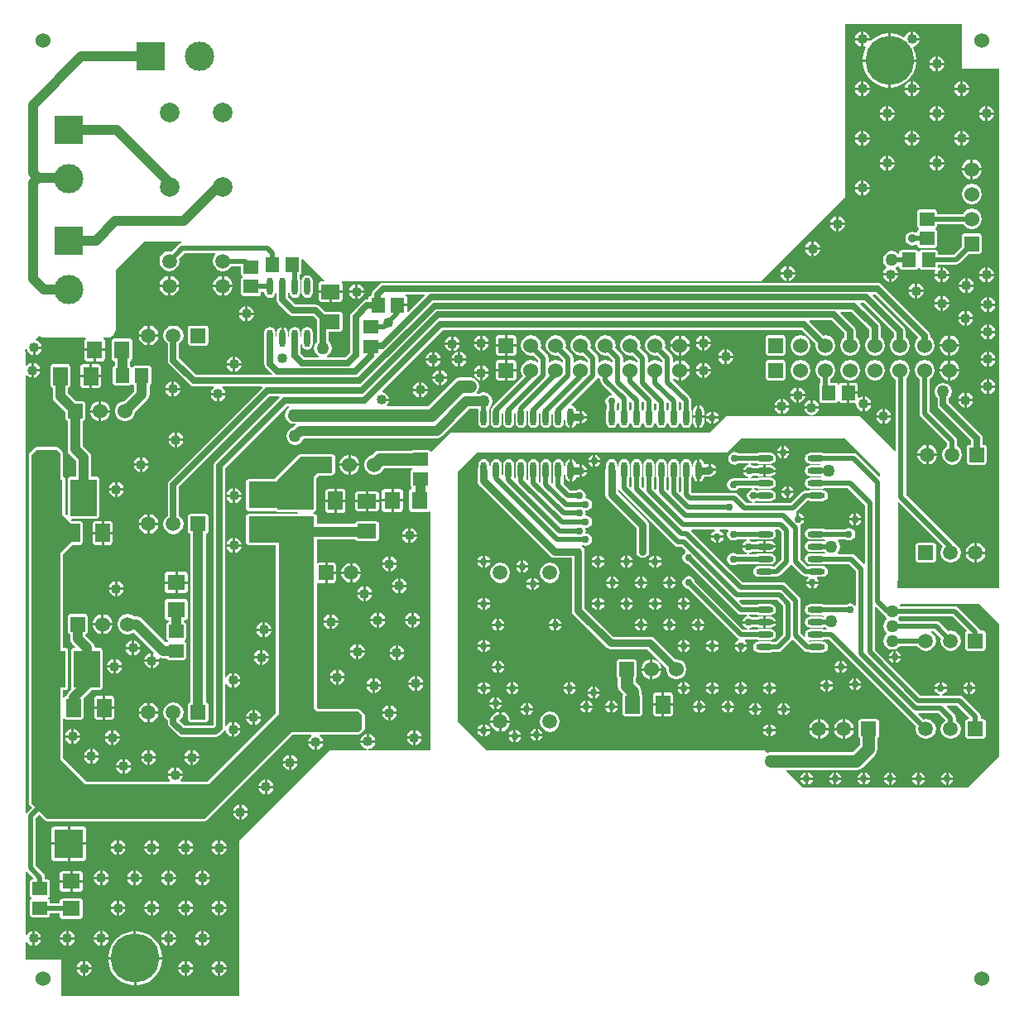
<source format=gbr>
G04 Layer_Physical_Order=2*
G04 Layer_Color=16711680*
%FSLAX26Y26*%
%MOIN*%
%TF.FileFunction,Copper,L2,Bot,Signal*%
%TF.Part,Single*%
G01*
G75*
%TA.AperFunction,SMDPad,CuDef*%
%ADD10R,0.059055X0.055118*%
%ADD15R,0.107087X0.148425*%
%ADD16R,0.059055X0.074803*%
%TA.AperFunction,Conductor*%
%ADD17C,0.040000*%
%ADD18C,0.020000*%
%ADD19C,0.050000*%
%ADD20C,0.030000*%
%ADD21C,0.025000*%
%TA.AperFunction,ComponentPad*%
%ADD25C,0.060000*%
%ADD26R,0.060000X0.060000*%
%TA.AperFunction,ViaPad*%
%ADD27C,0.196850*%
%TA.AperFunction,ComponentPad*%
%ADD28C,0.059055*%
%ADD29C,0.078740*%
%ADD30R,0.059055X0.059055*%
%ADD31R,0.060000X0.060000*%
%ADD32R,0.059055X0.059055*%
%ADD33C,0.118110*%
%ADD34R,0.118110X0.118110*%
%ADD35R,0.118110X0.118110*%
%TA.AperFunction,WasherPad*%
%ADD36C,0.060000*%
%TA.AperFunction,ViaPad*%
%ADD37C,0.030000*%
%ADD38C,0.050000*%
%ADD39C,0.035000*%
%ADD40C,0.040000*%
%ADD41C,0.020000*%
%TA.AperFunction,SMDPad,CuDef*%
%ADD42R,0.062992X0.070866*%
%ADD43R,0.055118X0.059055*%
%ADD44R,0.070866X0.062992*%
%ADD45R,0.148425X0.107087*%
%ADD46R,0.074803X0.059055*%
%ADD47O,0.023622X0.070866*%
%ADD48O,0.070866X0.023622*%
G36*
X70000Y2115000D02*
X70000Y1875000D01*
X113071Y1831929D01*
X113071Y1757071D01*
X70000Y1714000D01*
X70000Y1179677D01*
X70006D01*
X70000Y883000D01*
X171000Y782000D01*
X667000Y782000D01*
X808952Y923952D01*
X949000Y1064000D01*
X948999Y1764001D01*
X948999Y1861000D01*
X1091000Y1861000D01*
X1091000Y1087048D01*
X1104048Y1074000D01*
X1269000Y1074000D01*
X1284394Y1058606D01*
Y1057000D01*
Y1007000D01*
X1269000Y991606D01*
X998559D01*
X998558Y991607D01*
X648952Y642000D01*
X16999D01*
X-45000Y703999D01*
X-44999Y910001D01*
X-45000D01*
Y1575000D01*
X-45000Y2110000D01*
X-25000Y2130000D01*
X55000Y2130000D01*
X70000Y2115000D01*
D02*
G37*
G36*
X3700000Y3665000D02*
X3850000D01*
X3850000Y1575438D01*
X3846146Y1572076D01*
X3845000Y1571664D01*
X3843000Y1572492D01*
X3440000Y1572492D01*
Y1597520D01*
X3441669Y1601548D01*
Y1603701D01*
X3442492Y1605690D01*
Y1610000D01*
Y1917136D01*
X3447112Y1919050D01*
X3624962Y1741199D01*
X3617762Y1730423D01*
X3614694Y1715000D01*
X3617762Y1699577D01*
X3626498Y1686502D01*
X3639573Y1677766D01*
X3654996Y1674698D01*
X3670419Y1677766D01*
X3683494Y1686502D01*
X3692230Y1699577D01*
X3695298Y1715000D01*
X3692230Y1730423D01*
X3683494Y1743498D01*
X3671248Y1751680D01*
X3669415Y1754423D01*
X3475392Y1948447D01*
Y2418859D01*
X3478838Y2421162D01*
X3487679Y2434393D01*
X3490784Y2450000D01*
X3487679Y2465607D01*
X3478838Y2478838D01*
X3465607Y2487679D01*
X3450000Y2490784D01*
X3434393Y2487679D01*
X3421162Y2478838D01*
X3412321Y2465607D01*
X3409216Y2450000D01*
X3412321Y2434393D01*
X3421162Y2421162D01*
X3434393Y2412321D01*
X3434608Y2412278D01*
Y2126924D01*
X3429989Y2125011D01*
X3290000Y2265000D01*
X3098447D01*
X3097955Y2270000D01*
X3106705Y2271741D01*
X3116629Y2278371D01*
X3123259Y2288295D01*
X3124593Y2295000D01*
X3065407D01*
X3066741Y2288295D01*
X3073371Y2278371D01*
X3083295Y2271741D01*
X3092045Y2270000D01*
X3091553Y2265000D01*
X2750000Y2265000D01*
X2685000Y2200000D01*
X1640000D01*
X1563762Y2123762D01*
X1557864Y2124935D01*
X1557181Y2126583D01*
X1549527Y2129753D01*
X1490473D01*
X1483961Y2127056D01*
X1356370D01*
X1342714Y2124340D01*
X1331137Y2116604D01*
X1321912Y2107379D01*
X1318393Y2106679D01*
X1305162Y2097838D01*
X1296321Y2084607D01*
X1293216Y2069000D01*
X1296321Y2053393D01*
X1305162Y2040162D01*
X1318393Y2031321D01*
X1334000Y2028216D01*
X1349607Y2031321D01*
X1362838Y2040162D01*
X1371679Y2053393D01*
X1372135Y2055684D01*
X1483961D01*
X1486323Y2054706D01*
Y2049294D01*
X1482819Y2047843D01*
X1479649Y2040189D01*
Y1985071D01*
X1482819Y1977417D01*
X1484125Y1976876D01*
X1483917Y1971551D01*
X1477968Y1969087D01*
X1474798Y1961433D01*
Y1890567D01*
X1477968Y1882913D01*
X1485622Y1879743D01*
X1548614D01*
X1555000Y1882388D01*
X1560000Y1880113D01*
X1560000Y920000D01*
X1311447Y920000D01*
X1310954Y925000D01*
X1319705Y926741D01*
X1329629Y933371D01*
X1336259Y943295D01*
X1337593Y950000D01*
X1278407D01*
X1279741Y943295D01*
X1286371Y933371D01*
X1296295Y926741D01*
X1305046Y925000D01*
X1304553Y920000D01*
X1155000D01*
X790000Y555000D01*
Y-70000D01*
X75000D01*
Y75000D01*
X-70000D01*
Y145893D01*
X-65000Y147410D01*
X-59629Y139371D01*
X-49705Y132741D01*
X-43000Y131407D01*
Y161000D01*
Y190593D01*
X-49705Y189259D01*
X-59629Y182629D01*
X-65000Y174590D01*
X-70000Y176107D01*
Y430430D01*
X-65000Y431947D01*
X-63419Y429581D01*
X-38211Y404373D01*
X-40124Y399753D01*
X-41528D01*
X-49181Y396583D01*
X-52351Y388929D01*
Y333811D01*
X-49181Y326158D01*
X-45677Y324706D01*
Y319294D01*
X-49181Y317843D01*
X-52351Y310189D01*
Y255071D01*
X-49181Y247417D01*
X-41528Y244247D01*
X17527D01*
X25181Y247417D01*
X28351Y255071D01*
Y262238D01*
X67743D01*
Y249386D01*
X70913Y241732D01*
X78567Y238562D01*
X149433D01*
X157087Y241732D01*
X160257Y249386D01*
Y312378D01*
X157087Y320032D01*
X149433Y323202D01*
X78567D01*
X70913Y320032D01*
X67743Y312378D01*
Y303022D01*
X28351D01*
Y310189D01*
X25181Y317843D01*
X21677Y319294D01*
Y324706D01*
X25181Y326158D01*
X28351Y333811D01*
Y388929D01*
X25181Y396583D01*
X17527Y399753D01*
X8392D01*
Y407000D01*
X6840Y414804D01*
X2419Y421419D01*
X-28608Y452447D01*
Y646553D01*
X-15735Y659427D01*
X9346Y634346D01*
X9346Y634346D01*
X16999Y631176D01*
X17000Y631176D01*
X648952D01*
X656606Y634346D01*
X656606Y634346D01*
X1003042Y980783D01*
X1078574D01*
X1080091Y975783D01*
X1075371Y972629D01*
X1068741Y962705D01*
X1067407Y956000D01*
X1126593D01*
X1125259Y962705D01*
X1118629Y972629D01*
X1113909Y975783D01*
X1115426Y980783D01*
X1269000D01*
X1276654Y983953D01*
X1276654Y983953D01*
X1292047Y999346D01*
X1295218Y1007000D01*
X1295217Y1007000D01*
Y1058606D01*
X1292047Y1066260D01*
X1292047Y1066260D01*
X1276654Y1081654D01*
X1273055Y1083144D01*
X1269536Y1084811D01*
X1269265Y1084714D01*
X1269000Y1084824D01*
X1269000Y1084824D01*
X1108531Y1084824D01*
X1101824Y1091531D01*
X1101824Y1592281D01*
X1106824Y1595574D01*
X1111473Y1593649D01*
X1136000D01*
Y1634000D01*
Y1674351D01*
X1111473D01*
X1106824Y1672426D01*
X1101824Y1675719D01*
Y1769389D01*
X1256628D01*
X1258945Y1763795D01*
X1266599Y1760625D01*
X1341401D01*
X1349055Y1763795D01*
X1352225Y1771449D01*
Y1830504D01*
X1349055Y1838158D01*
X1341401Y1841328D01*
X1266599D01*
X1258945Y1838158D01*
X1255800Y1830564D01*
X1101824D01*
Y1861000D01*
X1098653Y1868653D01*
X1091000Y1871824D01*
X1085622D01*
X1085504Y1876775D01*
X1093158Y1879945D01*
X1093634Y1881096D01*
X1096654Y1882346D01*
X1099824Y1890000D01*
X1099824Y2014517D01*
X1109483Y2024176D01*
X1160000Y2024176D01*
X1160000Y2024176D01*
X1167653Y2027346D01*
X1167654Y2027346D01*
X1172654Y2032346D01*
X1175824Y2040000D01*
X1175824Y2040000D01*
Y2102165D01*
X1172654Y2109819D01*
X1165000Y2112989D01*
X1037166D01*
X1037165Y2112989D01*
X1029512Y2109819D01*
X1029512Y2109819D01*
X937346Y2017654D01*
X937346Y2017654D01*
X935026Y2012052D01*
X828787D01*
X821134Y2008882D01*
X817963Y2001228D01*
Y1894142D01*
X821134Y1886488D01*
X828787Y1883318D01*
X936944D01*
X937346Y1882346D01*
X945000Y1879176D01*
X1020651Y1879176D01*
X1026449Y1876775D01*
X1026330Y1871824D01*
X979285Y1871824D01*
X977213Y1872682D01*
X828787D01*
X821134Y1869512D01*
X817963Y1861858D01*
Y1754772D01*
X821134Y1747118D01*
X828787Y1743948D01*
X938175D01*
X938176Y1068483D01*
X801299Y931606D01*
X801298Y931606D01*
X662516Y792823D01*
X556137D01*
X554931Y797823D01*
X561259Y807295D01*
X562593Y814000D01*
X503407D01*
X504741Y807295D01*
X511069Y797823D01*
X509863Y792823D01*
X175484Y792823D01*
X80824Y887483D01*
X80827Y1045288D01*
X85827Y1046282D01*
X86795Y1043945D01*
X94449Y1040775D01*
X153504D01*
X161158Y1043945D01*
X164328Y1051599D01*
Y1126401D01*
X163689Y1127943D01*
X196709Y1160964D01*
X230228D01*
X237882Y1164134D01*
X241052Y1171787D01*
Y1320213D01*
X237882Y1327866D01*
X230228Y1331036D01*
X213489D01*
X208588Y1332000D01*
X206259Y1343705D01*
X199629Y1353629D01*
X199629Y1353629D01*
X171458Y1381800D01*
X172130Y1387123D01*
X177496Y1389346D01*
X180666Y1397000D01*
Y1457000D01*
X177496Y1464654D01*
X169843Y1467824D01*
X109843D01*
X102189Y1464654D01*
X99019Y1457000D01*
Y1397000D01*
X102189Y1389346D01*
X109255Y1386419D01*
Y1370158D01*
X111583Y1358452D01*
X118214Y1348529D01*
X131087Y1335656D01*
X129173Y1331036D01*
X123142D01*
X115488Y1327866D01*
X112318Y1320213D01*
Y1171787D01*
X114866Y1165635D01*
X102348Y1153117D01*
X95717Y1143194D01*
X94530Y1137225D01*
X94449D01*
X86795Y1134055D01*
X85829Y1131722D01*
X80829Y1132717D01*
X80829Y1160964D01*
X90858D01*
X98512Y1164134D01*
X101682Y1171787D01*
Y1320213D01*
X98512Y1327866D01*
X90858Y1331036D01*
X80824D01*
Y1709516D01*
X118396Y1747089D01*
X148504D01*
X156157Y1750259D01*
X159327Y1757913D01*
Y1832716D01*
X156157Y1840369D01*
X148504Y1843540D01*
X116768D01*
X113344Y1846964D01*
X115415Y1851964D01*
X217228D01*
X224882Y1855134D01*
X228052Y1862787D01*
Y2011213D01*
X224882Y2018866D01*
X217228Y2022036D01*
X194273D01*
Y2097315D01*
X191944Y2109020D01*
X185314Y2118944D01*
X160588Y2143670D01*
Y2244419D01*
X167654Y2247346D01*
X170824Y2255000D01*
Y2315000D01*
X167654Y2322654D01*
X160000Y2325824D01*
X132434D01*
X100588Y2357670D01*
Y2378224D01*
X107158Y2380945D01*
X110328Y2388599D01*
Y2463401D01*
X107158Y2471055D01*
X99504Y2474225D01*
X40449D01*
X32795Y2471055D01*
X29625Y2463401D01*
Y2388599D01*
X32795Y2380945D01*
X39412Y2378204D01*
Y2345000D01*
X41741Y2333295D01*
X48371Y2323371D01*
X89176Y2282566D01*
Y2255000D01*
X92346Y2247346D01*
X99412Y2244419D01*
Y2131000D01*
X101741Y2119295D01*
X108371Y2109371D01*
X133097Y2084645D01*
Y2022036D01*
X110142D01*
X102488Y2018866D01*
X99318Y2011213D01*
Y1868061D01*
X94318Y1865990D01*
X88682Y1871625D01*
Y2011213D01*
X85512Y2018866D01*
X80824Y2020808D01*
Y2115000D01*
X80824Y2115000D01*
X77654Y2122654D01*
X77653Y2122654D01*
X62654Y2137654D01*
X62653Y2137654D01*
X55000Y2140824D01*
X54999Y2140824D01*
X-25000Y2140824D01*
X-25000Y2140824D01*
X-29483Y2138967D01*
X-32654Y2137654D01*
X-32654Y2137654D01*
X-52654Y2117653D01*
X-52654Y2117653D01*
X-55824Y2110000D01*
X-55824Y2109999D01*
X-55824Y1575000D01*
Y910001D01*
X-55823Y909999D01*
X-55824Y703999D01*
X-55824Y703999D01*
X-52653Y696345D01*
X-44573Y688265D01*
X-63419Y669419D01*
X-65000Y667053D01*
X-70000Y668570D01*
Y2429294D01*
X-65215Y2430745D01*
X-63629Y2428371D01*
X-53705Y2421741D01*
X-47000Y2420407D01*
Y2450000D01*
Y2479593D01*
X-53705Y2478259D01*
X-63629Y2471629D01*
X-65215Y2469255D01*
X-70000Y2470706D01*
Y2525000D01*
X-75000Y2530000D01*
X-68909Y2536091D01*
X-64124Y2534640D01*
X-63259Y2530295D01*
X-56629Y2520371D01*
X-46705Y2513741D01*
X-40000Y2512407D01*
Y2542000D01*
X-35000D01*
Y2547000D01*
X-5407D01*
X-6741Y2553705D01*
X-13371Y2563629D01*
X-23295Y2570259D01*
X-27640Y2571124D01*
X-29091Y2575909D01*
X-15476Y2589524D01*
X-14928Y2588977D01*
X-12939Y2588153D01*
X-11416Y2586630D01*
X-3452Y2583331D01*
X-1299D01*
X690Y2582508D01*
X171286D01*
X172281Y2577508D01*
X168850Y2576087D01*
X165680Y2568433D01*
Y2538000D01*
X208000D01*
Y2533000D01*
D01*
Y2538000D01*
X250320D01*
Y2568433D01*
X247150Y2576087D01*
X243719Y2577508D01*
X244714Y2582508D01*
X260000D01*
X264310Y2582508D01*
X266299Y2583331D01*
X268452D01*
X276416Y2586630D01*
X277938Y2588153D01*
X279928Y2588977D01*
X280951Y2590000D01*
X285000D01*
Y2594049D01*
X286023Y2595072D01*
X286847Y2597061D01*
X288370Y2598584D01*
X291668Y2606548D01*
Y2608701D01*
X292492Y2610690D01*
X292492Y2615000D01*
X292492Y2851541D01*
X408459Y2967508D01*
X556849D01*
X557342Y2962508D01*
X553984Y2961840D01*
X547368Y2957419D01*
X518349Y2928400D01*
X508787Y2930302D01*
X493364Y2927234D01*
X480289Y2918498D01*
X471553Y2905423D01*
X468485Y2890000D01*
X471553Y2874577D01*
X480289Y2861502D01*
X493364Y2852766D01*
X508787Y2849698D01*
X524210Y2852766D01*
X537285Y2861502D01*
X546021Y2874577D01*
X549089Y2890000D01*
X547187Y2899562D01*
X570234Y2922608D01*
X693126D01*
X694695Y2917608D01*
X686553Y2905423D01*
X683485Y2890000D01*
X686553Y2874577D01*
X695289Y2861502D01*
X708364Y2852766D01*
X723787Y2849698D01*
X739210Y2852766D01*
X752285Y2861502D01*
X757701Y2869608D01*
X797649D01*
Y2838811D01*
X800819Y2831157D01*
X804323Y2829706D01*
Y2824294D01*
X800819Y2822843D01*
X797649Y2815189D01*
Y2760071D01*
X800819Y2752417D01*
X808472Y2749247D01*
X867528D01*
X875181Y2752417D01*
X878351Y2760071D01*
Y2766939D01*
X891762D01*
Y2763709D01*
X893455Y2755198D01*
X898275Y2747984D01*
X905490Y2743163D01*
X914000Y2741470D01*
X922510Y2743163D01*
X929725Y2747984D01*
X934545Y2755198D01*
X936059Y2762808D01*
X941059Y2762316D01*
Y2735000D01*
X942806Y2726221D01*
X947778Y2718778D01*
X991778Y2674778D01*
X999221Y2669805D01*
X1008000Y2668059D01*
X1088498D01*
X1104244Y2652313D01*
Y2566266D01*
X1101951Y2564734D01*
X1094216Y2553156D01*
X1091499Y2539500D01*
X1094216Y2525844D01*
X1101951Y2514266D01*
X1111418Y2507941D01*
X1109901Y2502941D01*
X1053502D01*
X1036941Y2519502D01*
Y2553654D01*
X1041941Y2554147D01*
X1043455Y2546537D01*
X1048275Y2539322D01*
X1055490Y2534502D01*
X1064000Y2532809D01*
X1072510Y2534502D01*
X1079725Y2539322D01*
X1084545Y2546537D01*
X1086238Y2555047D01*
Y2602291D01*
X1084545Y2610802D01*
X1079725Y2618016D01*
X1072510Y2622837D01*
X1064000Y2624530D01*
X1055490Y2622837D01*
X1048275Y2618016D01*
X1043455Y2610802D01*
X1041762Y2602291D01*
Y2585818D01*
X1036762Y2583933D01*
X1036238Y2584528D01*
Y2602291D01*
X1034545Y2610802D01*
X1029725Y2618016D01*
X1022510Y2622837D01*
X1014000Y2624530D01*
X1005490Y2622837D01*
X998275Y2618016D01*
X993455Y2610802D01*
X991762Y2602291D01*
Y2584528D01*
X991238Y2583933D01*
X986238Y2585818D01*
Y2602291D01*
X984545Y2610802D01*
X979725Y2618016D01*
X972510Y2622837D01*
X969000Y2623535D01*
Y2578669D01*
X959000D01*
Y2623535D01*
X955490Y2622837D01*
X948275Y2618016D01*
X943455Y2610802D01*
X941762Y2602291D01*
Y2585818D01*
X936762Y2583933D01*
X936238Y2584528D01*
Y2602291D01*
X934545Y2610802D01*
X929725Y2618016D01*
X922510Y2622837D01*
X914000Y2624530D01*
X905490Y2622837D01*
X898275Y2618016D01*
X893455Y2610802D01*
X891762Y2602291D01*
Y2582201D01*
X891059Y2578669D01*
Y2476000D01*
X892806Y2467221D01*
X897778Y2459778D01*
X922497Y2435060D01*
X920583Y2430441D01*
X617002D01*
X547943Y2499501D01*
Y2557789D01*
X553500Y2561502D01*
X562236Y2574577D01*
X565304Y2590000D01*
X562236Y2605423D01*
X553500Y2618498D01*
X540425Y2627234D01*
X525002Y2630302D01*
X509579Y2627234D01*
X496504Y2618498D01*
X487768Y2605423D01*
X484700Y2590000D01*
X487768Y2574577D01*
X496504Y2561502D01*
X502061Y2557789D01*
Y2489998D01*
X503807Y2481219D01*
X508780Y2473776D01*
X591278Y2391278D01*
X598721Y2386305D01*
X607500Y2384559D01*
X686240D01*
X687757Y2379559D01*
X683371Y2376629D01*
X676741Y2366705D01*
X675407Y2360000D01*
X734593D01*
X733259Y2366705D01*
X726629Y2376629D01*
X722243Y2379559D01*
X723760Y2384559D01*
X880045D01*
X882116Y2379559D01*
X508780Y2006224D01*
X503807Y1998781D01*
X502061Y1990002D01*
Y1862711D01*
X496504Y1858998D01*
X487768Y1845923D01*
X484700Y1830500D01*
X487768Y1815077D01*
X496504Y1802002D01*
X509579Y1793266D01*
X525002Y1790198D01*
X540425Y1793266D01*
X553500Y1802002D01*
X562236Y1815077D01*
X565304Y1830500D01*
X562236Y1845923D01*
X553500Y1858998D01*
X547943Y1862711D01*
Y1980499D01*
X912002Y2344559D01*
X950045D01*
X952116Y2339559D01*
X693778Y2081222D01*
X688806Y2073779D01*
X687059Y2065000D01*
Y1019502D01*
X685498Y1017941D01*
X569502D01*
X551156Y1036288D01*
X551646Y1041264D01*
X553500Y1042502D01*
X562236Y1055577D01*
X565304Y1071000D01*
X562236Y1086423D01*
X553500Y1099498D01*
X540425Y1108234D01*
X525002Y1111302D01*
X509579Y1108234D01*
X496504Y1099498D01*
X487768Y1086423D01*
X484700Y1071000D01*
X487768Y1055577D01*
X496504Y1042502D01*
X502061Y1038789D01*
Y1029998D01*
X503807Y1021219D01*
X508780Y1013777D01*
X543778Y978778D01*
X551221Y973806D01*
X560000Y972059D01*
X695000D01*
X703779Y973806D01*
X711222Y978778D01*
X726222Y993778D01*
X730244Y999798D01*
X735482Y999096D01*
X737094Y990990D01*
X743725Y981067D01*
X753648Y974437D01*
X760353Y973103D01*
Y1002696D01*
Y1032289D01*
X753648Y1030955D01*
X743725Y1024325D01*
X737941Y1015669D01*
X732941Y1017185D01*
Y1186038D01*
X737941Y1187555D01*
X743725Y1178899D01*
X753648Y1172268D01*
X760353Y1170934D01*
Y1200527D01*
Y1230121D01*
X753648Y1228787D01*
X743725Y1222156D01*
X737941Y1213500D01*
X732941Y1215017D01*
Y2055498D01*
X982002Y2304559D01*
X989723D01*
X991240Y2299559D01*
X984766Y2295234D01*
X977031Y2283656D01*
X974314Y2270000D01*
X977031Y2256344D01*
X984766Y2244766D01*
X996344Y2237031D01*
X1010000Y2234314D01*
X1015377D01*
X1016894Y2229314D01*
X1014371Y2227629D01*
X1005548Y2218806D01*
X1001344Y2217969D01*
X989766Y2210234D01*
X982031Y2198656D01*
X979314Y2185000D01*
X982031Y2171344D01*
X989766Y2159766D01*
X1001344Y2152031D01*
X1015000Y2149314D01*
X1028656Y2152031D01*
X1040234Y2159766D01*
X1047969Y2171344D01*
X1048779Y2175412D01*
X1586000D01*
X1597705Y2177741D01*
X1607629Y2184371D01*
X1717670Y2294412D01*
X1750317D01*
X1753489Y2290547D01*
X1752762Y2286890D01*
Y2239646D01*
X1754455Y2231135D01*
X1759275Y2223921D01*
X1766490Y2219100D01*
X1775000Y2217407D01*
X1783510Y2219100D01*
X1790725Y2223921D01*
X1795545Y2231135D01*
X1797238Y2239646D01*
Y2286890D01*
X1795545Y2295400D01*
X1795392Y2295630D01*
Y2296531D01*
X1800234Y2299766D01*
X1807969Y2311344D01*
X1810686Y2325000D01*
X1807969Y2338656D01*
X1800234Y2350234D01*
X1788656Y2357969D01*
X1775000Y2360686D01*
X1761344Y2357969D01*
X1757779Y2355588D01*
X1747294D01*
X1745782Y2360588D01*
X1752969Y2371344D01*
X1755686Y2385000D01*
X1752969Y2398656D01*
X1745234Y2410234D01*
X1733656Y2417969D01*
X1720000Y2420686D01*
X1680000D01*
X1666344Y2417969D01*
X1654766Y2410234D01*
X1550218Y2305686D01*
X1386050D01*
X1385625Y2307087D01*
X1384839Y2310686D01*
X1391259Y2320295D01*
X1392593Y2327000D01*
X1363000D01*
Y2337000D01*
X1392593D01*
X1391259Y2343705D01*
X1384629Y2353629D01*
X1374705Y2360259D01*
X1367255Y2361741D01*
X1365610Y2367167D01*
X1610502Y2612059D01*
X3055498D01*
X3110600Y2556957D01*
X3109216Y2550000D01*
X3112321Y2534393D01*
X3121162Y2521162D01*
X3134393Y2512321D01*
X3150000Y2509216D01*
X3165607Y2512321D01*
X3178838Y2521162D01*
X3187679Y2534393D01*
X3190784Y2550000D01*
X3187679Y2565607D01*
X3178838Y2578838D01*
X3165607Y2587679D01*
X3150000Y2590784D01*
X3143043Y2589400D01*
X3085384Y2647059D01*
X3087455Y2652059D01*
X3175498D01*
X3227059Y2600498D01*
Y2582779D01*
X3221162Y2578838D01*
X3212321Y2565607D01*
X3209216Y2550000D01*
X3212321Y2534393D01*
X3221162Y2521162D01*
X3234393Y2512321D01*
X3250000Y2509216D01*
X3265607Y2512321D01*
X3278838Y2521162D01*
X3287679Y2534393D01*
X3290784Y2550000D01*
X3287679Y2565607D01*
X3278838Y2578838D01*
X3272941Y2582779D01*
Y2610000D01*
X3271195Y2618779D01*
X3266222Y2626222D01*
X3210003Y2682440D01*
X3211917Y2687059D01*
X3255498D01*
X3327059Y2615498D01*
Y2582779D01*
X3321162Y2578838D01*
X3312321Y2565607D01*
X3309216Y2550000D01*
X3312321Y2534393D01*
X3321162Y2521162D01*
X3334393Y2512321D01*
X3350000Y2509216D01*
X3365607Y2512321D01*
X3378838Y2521162D01*
X3387679Y2534393D01*
X3390784Y2550000D01*
X3387679Y2565607D01*
X3378838Y2578838D01*
X3372941Y2582779D01*
Y2625000D01*
X3371195Y2633779D01*
X3366222Y2641222D01*
X3290003Y2717440D01*
X3291917Y2722059D01*
X3305498D01*
X3427059Y2600498D01*
Y2582779D01*
X3421162Y2578838D01*
X3412321Y2565607D01*
X3409216Y2550000D01*
X3412321Y2534393D01*
X3421162Y2521162D01*
X3434393Y2512321D01*
X3450000Y2509216D01*
X3465607Y2512321D01*
X3478838Y2521162D01*
X3487679Y2534393D01*
X3490784Y2550000D01*
X3487679Y2565607D01*
X3478838Y2578838D01*
X3472941Y2582779D01*
Y2610000D01*
X3471195Y2618779D01*
X3466222Y2626222D01*
X3340003Y2752440D01*
X3341917Y2757059D01*
X3350498D01*
X3522905Y2584652D01*
X3522415Y2579676D01*
X3521162Y2578838D01*
X3512321Y2565607D01*
X3509216Y2550000D01*
X3512321Y2534393D01*
X3521162Y2521162D01*
X3534393Y2512321D01*
X3550000Y2509216D01*
X3565607Y2512321D01*
X3578838Y2521162D01*
X3587679Y2534393D01*
X3590784Y2550000D01*
X3587679Y2565607D01*
X3578838Y2578838D01*
X3572941Y2582779D01*
Y2590000D01*
X3571195Y2598779D01*
X3566222Y2606222D01*
X3376222Y2796222D01*
X3368779Y2801195D01*
X3360000Y2802941D01*
X1371000D01*
X1362221Y2801195D01*
X1354778Y2796222D01*
X1330456Y2771899D01*
X1325483Y2764456D01*
X1323736Y2755677D01*
Y2753407D01*
X1322071D01*
X1314417Y2750236D01*
X1311247Y2742583D01*
Y2735996D01*
X1305055D01*
X1296276Y2734250D01*
X1288833Y2729277D01*
X1242778Y2683222D01*
X1237805Y2675779D01*
X1236059Y2667000D01*
Y2520502D01*
X1218498Y2502941D01*
X1144468D01*
X1142952Y2507941D01*
X1152419Y2514266D01*
X1160154Y2525844D01*
X1162871Y2539500D01*
X1160154Y2553156D01*
X1152419Y2564734D01*
X1150126Y2566266D01*
Y2604625D01*
X1195401D01*
X1203055Y2607795D01*
X1206225Y2615449D01*
Y2674504D01*
X1203055Y2682158D01*
X1195401Y2685328D01*
X1136115D01*
X1114222Y2707222D01*
X1106779Y2712195D01*
X1098000Y2713941D01*
X1017502D01*
X986941Y2744502D01*
Y2762316D01*
X991941Y2762808D01*
X993455Y2755198D01*
X998275Y2747984D01*
X1005490Y2743163D01*
X1014000Y2741470D01*
X1022510Y2743163D01*
X1029725Y2747984D01*
X1034545Y2755198D01*
X1036238Y2763709D01*
Y2810953D01*
X1034545Y2819463D01*
X1034392Y2819693D01*
Y2837083D01*
X1038583Y2838819D01*
X1041753Y2846472D01*
Y2896714D01*
X1046372Y2898627D01*
X1132624Y2812375D01*
X1130553Y2807375D01*
X1120599D01*
X1112945Y2804205D01*
X1109775Y2796551D01*
Y2772024D01*
X1158000D01*
X1206225D01*
Y2796551D01*
X1203055Y2804205D01*
X1201136Y2805000D01*
X1202130Y2810000D01*
X2890000Y2810000D01*
X3230000Y3150000D01*
X3230000Y3845000D01*
X3700000D01*
Y3665000D01*
D02*
G37*
G36*
X1165000Y2040000D02*
X1160000Y2035000D01*
X1105000Y2035000D01*
X1089000Y2019000D01*
X1089000Y1890000D01*
X945000Y1890000D01*
X945000Y2010000D01*
X1037165Y2102165D01*
X1165000D01*
Y2040000D01*
D02*
G37*
G36*
X3371575Y2035000D02*
Y2023796D01*
X3366955Y2021883D01*
X3279419Y2109419D01*
X3272804Y2113840D01*
X3265000Y2115392D01*
X3146693D01*
X3146463Y2115546D01*
X3137953Y2117238D01*
X3090709D01*
X3082198Y2115546D01*
X3074984Y2110725D01*
X3070163Y2103510D01*
X3068470Y2095000D01*
X3070163Y2086490D01*
X3074984Y2079275D01*
X3082198Y2074454D01*
X3090709Y2072762D01*
X3130242D01*
X3133104Y2067762D01*
X3132796Y2067238D01*
X3090709D01*
X3082198Y2065546D01*
X3074984Y2060725D01*
X3070163Y2053510D01*
X3068470Y2045000D01*
X3070163Y2036490D01*
X3074984Y2029275D01*
X3082198Y2024455D01*
X3090709Y2022762D01*
X3132796D01*
X3133104Y2022238D01*
X3130242Y2017238D01*
X3090709D01*
X3082198Y2015545D01*
X3074984Y2010725D01*
X3070163Y2003510D01*
X3068470Y1995000D01*
X3070163Y1986490D01*
X3074984Y1979275D01*
X3082198Y1974455D01*
X3090709Y1972762D01*
X3137953D01*
X3146463Y1974455D01*
X3146693Y1974608D01*
X3241553D01*
X3309608Y1906553D01*
Y1671301D01*
X3304608Y1669230D01*
X3269419Y1704419D01*
X3262804Y1708840D01*
X3255000Y1710392D01*
X3202001D01*
X3200651Y1715392D01*
X3207969Y1726344D01*
X3210686Y1740000D01*
X3207969Y1753656D01*
X3200651Y1764608D01*
X3202001Y1769608D01*
X3230520D01*
X3235245Y1766450D01*
X3245000Y1764510D01*
X3254755Y1766450D01*
X3263024Y1771976D01*
X3268550Y1780245D01*
X3270490Y1790000D01*
X3268550Y1799755D01*
X3263024Y1808024D01*
X3254755Y1813550D01*
X3245000Y1815490D01*
X3235245Y1813550D01*
X3230520Y1810392D01*
X3146693D01*
X3146463Y1810545D01*
X3137953Y1812238D01*
X3090709D01*
X3082198Y1810545D01*
X3074984Y1805725D01*
X3070163Y1798510D01*
X3068470Y1790000D01*
X3070163Y1781490D01*
X3074984Y1774275D01*
X3082198Y1769455D01*
X3090709Y1767762D01*
X3137953D01*
X3146463Y1769455D01*
X3149166Y1765282D01*
X3149349Y1764608D01*
X3146581Y1760466D01*
X3146463Y1760545D01*
X3137953Y1762238D01*
X3090709D01*
X3082198Y1760545D01*
X3074984Y1755725D01*
X3070163Y1748510D01*
X3068470Y1740000D01*
X3070163Y1731490D01*
X3074984Y1724275D01*
X3082198Y1719455D01*
X3090709Y1717762D01*
X3137953D01*
X3146463Y1719455D01*
X3146581Y1719534D01*
X3149349Y1715392D01*
X3149166Y1714718D01*
X3146463Y1710545D01*
X3137953Y1712238D01*
X3090709D01*
X3082198Y1710545D01*
X3074984Y1705725D01*
X3070163Y1698510D01*
X3068470Y1690000D01*
X3070163Y1681490D01*
X3074984Y1674275D01*
X3082198Y1669455D01*
X3090709Y1667762D01*
X3137953D01*
X3146463Y1669455D01*
X3146693Y1669608D01*
X3246553D01*
X3274608Y1641553D01*
Y1502170D01*
X3269608Y1500653D01*
X3268024Y1503024D01*
X3259755Y1508550D01*
X3250000Y1510490D01*
X3240245Y1508550D01*
X3235520Y1505392D01*
X3146693D01*
X3146463Y1505545D01*
X3137953Y1507238D01*
X3090709D01*
X3082198Y1505545D01*
X3074984Y1500725D01*
X3070163Y1493510D01*
X3068470Y1485000D01*
X3070163Y1476490D01*
X3074984Y1469275D01*
X3082198Y1464455D01*
X3090709Y1462762D01*
X3137953D01*
X3139941Y1463157D01*
X3142948Y1458657D01*
X3141525Y1456528D01*
X3137953Y1457238D01*
X3090709D01*
X3082198Y1455545D01*
X3074984Y1450725D01*
X3070163Y1443510D01*
X3068470Y1435000D01*
X3070163Y1426490D01*
X3074984Y1419275D01*
X3082198Y1414455D01*
X3090709Y1412762D01*
X3137953D01*
X3146463Y1414455D01*
X3146693Y1414608D01*
X3150003D01*
X3156313Y1410392D01*
X3154797Y1405392D01*
X3146693D01*
X3146463Y1405545D01*
X3137953Y1407238D01*
X3090709D01*
X3082198Y1405545D01*
X3074984Y1400725D01*
X3070163Y1393510D01*
X3068470Y1385000D01*
X3069605Y1379297D01*
X3064997Y1376834D01*
X3050392Y1391439D01*
Y1522820D01*
X3048840Y1530624D01*
X3044419Y1537239D01*
X2992239Y1589419D01*
X2985624Y1593840D01*
X2977820Y1595392D01*
X2818447D01*
X2610296Y1803542D01*
X2612367Y1808542D01*
X2704717D01*
X2705245Y1803550D01*
X2696976Y1798024D01*
X2691450Y1789755D01*
X2690505Y1785000D01*
X2739495D01*
X2738550Y1789755D01*
X2733024Y1798024D01*
X2724755Y1803550D01*
X2725283Y1808542D01*
X2756309D01*
X2758981Y1803542D01*
X2756450Y1799755D01*
X2754510Y1790000D01*
X2756450Y1780245D01*
X2761976Y1771976D01*
X2770245Y1766450D01*
X2780000Y1764510D01*
X2789755Y1766450D01*
X2794480Y1769608D01*
X2835075D01*
X2835568Y1764608D01*
X2830245Y1763550D01*
X2821976Y1758024D01*
X2816450Y1749755D01*
X2815505Y1745000D01*
X2840000D01*
Y1735000D01*
X2815505D01*
X2816450Y1730245D01*
X2821976Y1721976D01*
X2830245Y1716450D01*
X2835568Y1715392D01*
X2835075Y1710392D01*
X2794480D01*
X2789755Y1713550D01*
X2780000Y1715490D01*
X2770245Y1713550D01*
X2761976Y1708024D01*
X2756450Y1699755D01*
X2754510Y1690000D01*
X2756450Y1680245D01*
X2761976Y1671976D01*
X2770245Y1666450D01*
X2780000Y1664510D01*
X2789755Y1666450D01*
X2794480Y1669608D01*
X2873307D01*
X2873537Y1669455D01*
X2882047Y1667762D01*
X2929291D01*
X2937802Y1669455D01*
X2945016Y1674275D01*
X2949837Y1681490D01*
X2951530Y1690000D01*
X2949837Y1698510D01*
X2945016Y1705725D01*
X2937802Y1710545D01*
X2929291Y1712238D01*
X2882047D01*
X2873537Y1710545D01*
X2873307Y1710392D01*
X2844925D01*
X2844432Y1715392D01*
X2849755Y1716450D01*
X2854480Y1719608D01*
X2873307D01*
X2873537Y1719455D01*
X2882047Y1717762D01*
X2900669D01*
Y1740000D01*
Y1762238D01*
X2882047D01*
X2873537Y1760545D01*
X2873307Y1760392D01*
X2854480D01*
X2849755Y1763550D01*
X2844432Y1764608D01*
X2844925Y1769608D01*
X2873307D01*
X2873537Y1769455D01*
X2882047Y1767762D01*
X2929291D01*
X2937802Y1769455D01*
X2945016Y1774275D01*
X2949837Y1781490D01*
X2951530Y1790000D01*
X2949837Y1798510D01*
X2946475Y1803542D01*
X2949114Y1808542D01*
X2962619D01*
X2974608Y1796553D01*
Y1688447D01*
X2946553Y1660392D01*
X2938032D01*
X2937802Y1660545D01*
X2929291Y1662238D01*
X2882047D01*
X2873537Y1660545D01*
X2866322Y1655725D01*
X2861502Y1648510D01*
X2859809Y1640000D01*
X2861502Y1631490D01*
X2866322Y1624275D01*
X2873537Y1619455D01*
X2882047Y1617762D01*
X2929291D01*
X2937802Y1619455D01*
X2938032Y1619608D01*
X2955000D01*
X2962804Y1621160D01*
X2969419Y1625581D01*
X3009419Y1665581D01*
X3010000Y1666450D01*
X3015000D01*
X3015581Y1665581D01*
X3055581Y1625581D01*
X3062196Y1621160D01*
X3070000Y1619608D01*
X3080330D01*
X3081847Y1614608D01*
X3079476Y1613024D01*
X3073950Y1604755D01*
X3073005Y1600000D01*
X3121995D01*
X3121050Y1604755D01*
X3115699Y1612762D01*
X3116271Y1615486D01*
X3116961Y1617762D01*
X3137953D01*
X3146463Y1619455D01*
X3153678Y1624275D01*
X3158498Y1631490D01*
X3160191Y1640000D01*
X3158498Y1648510D01*
X3153678Y1655725D01*
X3146463Y1660545D01*
X3137953Y1662238D01*
X3090709D01*
X3082198Y1660545D01*
X3081968Y1660392D01*
X3078447D01*
X3050392Y1688447D01*
Y1815236D01*
X3048840Y1823040D01*
X3051093Y1827345D01*
X3058024Y1831976D01*
X3063550Y1840245D01*
X3064495Y1845000D01*
X3040000D01*
Y1850000D01*
X3035000D01*
Y1874495D01*
X3034019Y1874300D01*
X3032068Y1879010D01*
X3034419Y1880581D01*
X3078447Y1924608D01*
X3081968D01*
X3082198Y1924455D01*
X3090709Y1922762D01*
X3137953D01*
X3146463Y1924455D01*
X3153678Y1929275D01*
X3158498Y1936490D01*
X3160191Y1945000D01*
X3158498Y1953510D01*
X3153678Y1960725D01*
X3146463Y1965545D01*
X3137953Y1967238D01*
X3090709D01*
X3082198Y1965545D01*
X3081968Y1965392D01*
X3070000D01*
X3062196Y1963840D01*
X3055581Y1959419D01*
X3011553Y1915392D01*
X2864925D01*
X2864432Y1920392D01*
X2869755Y1921450D01*
X2874087Y1924345D01*
X2882047Y1922762D01*
X2929291D01*
X2937802Y1924455D01*
X2945016Y1929275D01*
X2949837Y1936490D01*
X2951530Y1945000D01*
X2949837Y1953510D01*
X2945016Y1960725D01*
X2937802Y1965545D01*
X2929291Y1967238D01*
X2882047D01*
X2874087Y1965655D01*
X2869755Y1968550D01*
X2864432Y1969608D01*
X2864925Y1974608D01*
X2873307D01*
X2873537Y1974455D01*
X2882047Y1972762D01*
X2929291D01*
X2937802Y1974455D01*
X2945016Y1979275D01*
X2949837Y1986490D01*
X2951530Y1995000D01*
X2949837Y2003510D01*
X2945016Y2010725D01*
X2937802Y2015545D01*
X2929291Y2017238D01*
X2882047D01*
X2873537Y2015545D01*
X2873307Y2015392D01*
X2849925D01*
X2849432Y2020392D01*
X2854755Y2021450D01*
X2859480Y2024608D01*
X2873307D01*
X2873537Y2024455D01*
X2882047Y2022762D01*
X2900669D01*
Y2045000D01*
Y2067238D01*
X2882047D01*
X2873537Y2065546D01*
X2873307Y2065392D01*
X2859480D01*
X2854755Y2068550D01*
X2849432Y2069608D01*
X2849925Y2074608D01*
X2873307D01*
X2873537Y2074454D01*
X2882047Y2072762D01*
X2929291D01*
X2937802Y2074454D01*
X2945016Y2079275D01*
X2949837Y2086490D01*
X2951530Y2095000D01*
X2949837Y2103510D01*
X2945016Y2110725D01*
X2937802Y2115546D01*
X2929291Y2117238D01*
X2882047D01*
X2873537Y2115546D01*
X2873307Y2115392D01*
X2799480D01*
X2794755Y2118550D01*
X2785000Y2120490D01*
X2775245Y2118550D01*
X2766976Y2113024D01*
X2761450Y2104755D01*
X2759510Y2095000D01*
X2761450Y2085245D01*
X2766976Y2076976D01*
X2775245Y2071450D01*
X2785000Y2069510D01*
X2794755Y2071450D01*
X2799480Y2074608D01*
X2840075D01*
X2840568Y2069608D01*
X2835245Y2068550D01*
X2826976Y2063024D01*
X2821450Y2054755D01*
X2820505Y2050000D01*
X2845000D01*
Y2040000D01*
X2820505D01*
X2821450Y2035245D01*
X2826976Y2026976D01*
X2835245Y2021450D01*
X2840568Y2020392D01*
X2840075Y2015392D01*
X2785001D01*
X2785000Y2015392D01*
X2782746Y2014944D01*
X2780000Y2015490D01*
X2770245Y2013550D01*
X2761976Y2008024D01*
X2756450Y1999755D01*
X2754510Y1990000D01*
X2756450Y1980245D01*
X2761976Y1971976D01*
X2770245Y1966450D01*
X2780000Y1964510D01*
X2789755Y1966450D01*
X2798024Y1971976D01*
X2799783Y1974608D01*
X2855075D01*
X2855568Y1969608D01*
X2850245Y1968550D01*
X2841976Y1963024D01*
X2836450Y1954755D01*
X2834510Y1945000D01*
X2836450Y1935245D01*
X2841976Y1926976D01*
X2850245Y1921450D01*
X2855568Y1920392D01*
X2855075Y1915392D01*
X2833447D01*
X2799419Y1949419D01*
X2792804Y1953840D01*
X2785000Y1955392D01*
X2613447D01*
X2610392Y1958447D01*
Y2014370D01*
X2610546Y2014600D01*
X2612238Y2023110D01*
Y2028707D01*
X2617238Y2031168D01*
X2617762Y2030765D01*
Y2023110D01*
X2619454Y2014600D01*
X2624275Y2007385D01*
X2631490Y2002565D01*
X2635000Y2001867D01*
Y2046733D01*
Y2091598D01*
X2631490Y2090900D01*
X2624275Y2086079D01*
X2619454Y2078865D01*
X2617762Y2070354D01*
Y2062700D01*
X2617238Y2062297D01*
X2612238Y2064758D01*
Y2070354D01*
X2610546Y2078865D01*
X2605725Y2086079D01*
X2598510Y2090900D01*
X2590000Y2092593D01*
X2581490Y2090900D01*
X2574275Y2086079D01*
X2569454Y2078865D01*
X2567762Y2070354D01*
Y2023110D01*
X2569454Y2014600D01*
X2569608Y2014370D01*
Y1960763D01*
X2564989Y1958850D01*
X2560392Y1963447D01*
Y2014370D01*
X2560546Y2014600D01*
X2562238Y2023110D01*
Y2070354D01*
X2560546Y2078865D01*
X2555725Y2086079D01*
X2548510Y2090900D01*
X2540000Y2092593D01*
X2531490Y2090900D01*
X2524275Y2086079D01*
X2519454Y2078865D01*
X2517762Y2070354D01*
Y2023110D01*
X2519454Y2014600D01*
X2519608Y2014370D01*
Y1968337D01*
X2514989Y1966423D01*
X2510392Y1971020D01*
Y2014370D01*
X2510546Y2014600D01*
X2512238Y2023110D01*
Y2070354D01*
X2510546Y2078865D01*
X2505725Y2086079D01*
X2498510Y2090900D01*
X2490000Y2092593D01*
X2481490Y2090900D01*
X2474275Y2086079D01*
X2469454Y2078865D01*
X2467762Y2070354D01*
Y2023110D01*
X2469454Y2014600D01*
X2469608Y2014370D01*
Y1970763D01*
X2464989Y1968850D01*
X2460392Y1973447D01*
Y2014370D01*
X2460546Y2014600D01*
X2462238Y2023110D01*
Y2070354D01*
X2460546Y2078865D01*
X2455725Y2086079D01*
X2448510Y2090900D01*
X2440000Y2092593D01*
X2431490Y2090900D01*
X2424275Y2086079D01*
X2419454Y2078865D01*
X2417762Y2070354D01*
Y2023110D01*
X2419454Y2014600D01*
X2419608Y2014370D01*
Y1978337D01*
X2414989Y1976423D01*
X2410392Y1981020D01*
Y2014370D01*
X2410546Y2014600D01*
X2412238Y2023110D01*
Y2070354D01*
X2410546Y2078865D01*
X2405725Y2086079D01*
X2398510Y2090900D01*
X2390000Y2092593D01*
X2381490Y2090900D01*
X2374275Y2086079D01*
X2369454Y2078865D01*
X2367762Y2070354D01*
Y2023110D01*
X2369454Y2014600D01*
X2369608Y2014370D01*
Y1980763D01*
X2364989Y1978850D01*
X2360392Y1983447D01*
Y2014370D01*
X2360546Y2014600D01*
X2362238Y2023110D01*
Y2070354D01*
X2360546Y2078865D01*
X2355725Y2086079D01*
X2348510Y2090900D01*
X2340000Y2092593D01*
X2331490Y2090900D01*
X2324275Y2086079D01*
X2319454Y2078865D01*
X2317762Y2070354D01*
Y2064758D01*
X2312762Y2062297D01*
X2312238Y2062700D01*
Y2070354D01*
X2310546Y2078865D01*
X2305725Y2086079D01*
X2298510Y2090900D01*
X2290000Y2092593D01*
X2281490Y2090900D01*
X2274275Y2086079D01*
X2269454Y2078865D01*
X2267762Y2070354D01*
Y2058449D01*
X2266450Y2056487D01*
X2264510Y2046732D01*
Y1950000D01*
X2266450Y1940245D01*
X2271976Y1931976D01*
X2389510Y1814442D01*
Y1720000D01*
X2391450Y1710245D01*
X2396976Y1701976D01*
X2405245Y1696450D01*
X2415000Y1694510D01*
X2424755Y1696450D01*
X2433024Y1701976D01*
X2438550Y1710245D01*
X2440490Y1720000D01*
Y1825000D01*
X2438550Y1834755D01*
X2433024Y1843024D01*
X2315490Y1960558D01*
Y1970075D01*
X2320490Y1970568D01*
X2321160Y1967196D01*
X2325581Y1960581D01*
X2542357Y1743804D01*
X2548973Y1739384D01*
X2556776Y1737832D01*
X2556777Y1737832D01*
X2573330D01*
X2588291Y1722871D01*
X2587425Y1716665D01*
X2581976Y1713024D01*
X2576450Y1704755D01*
X2574510Y1695000D01*
X2576450Y1685245D01*
X2581976Y1676976D01*
X2590245Y1671450D01*
X2595820Y1670342D01*
X2795581Y1470581D01*
X2795581Y1470581D01*
X2802196Y1466160D01*
X2810000Y1464608D01*
X2835075D01*
X2835568Y1459608D01*
X2830245Y1458550D01*
X2821976Y1453024D01*
X2816450Y1444755D01*
X2815505Y1440000D01*
X2840000D01*
Y1430000D01*
X2815505D01*
X2816450Y1425245D01*
X2821976Y1416976D01*
X2830245Y1411450D01*
X2835568Y1410392D01*
X2835075Y1405392D01*
X2818447D01*
X2624658Y1599180D01*
X2623550Y1604755D01*
X2618024Y1613024D01*
X2609755Y1618550D01*
X2600000Y1620490D01*
X2590245Y1618550D01*
X2581976Y1613024D01*
X2576450Y1604755D01*
X2574510Y1595000D01*
X2576450Y1585245D01*
X2581976Y1576976D01*
X2590245Y1571450D01*
X2595820Y1570342D01*
X2795581Y1370581D01*
X2795581Y1370581D01*
X2799017Y1368285D01*
X2799379Y1366889D01*
X2798675Y1362500D01*
X2791976Y1358024D01*
X2786450Y1349755D01*
X2785505Y1345000D01*
X2834495D01*
X2833550Y1349755D01*
X2828024Y1358024D01*
X2825653Y1359608D01*
X2827170Y1364608D01*
X2873307D01*
X2873537Y1364455D01*
X2882047Y1362762D01*
X2929291D01*
X2937802Y1364455D01*
X2945016Y1369275D01*
X2949837Y1376490D01*
X2951530Y1385000D01*
X2949837Y1393510D01*
X2945016Y1400725D01*
X2937802Y1405545D01*
X2929291Y1407238D01*
X2882047D01*
X2873537Y1405545D01*
X2873307Y1405392D01*
X2844925D01*
X2844432Y1410392D01*
X2849755Y1411450D01*
X2854480Y1414608D01*
X2873307D01*
X2873537Y1414455D01*
X2882047Y1412762D01*
X2900669D01*
Y1435000D01*
Y1457238D01*
X2882047D01*
X2873537Y1455545D01*
X2873307Y1455392D01*
X2854480D01*
X2849755Y1458550D01*
X2844432Y1459608D01*
X2844925Y1464608D01*
X2873307D01*
X2873537Y1464455D01*
X2882047Y1462762D01*
X2929291D01*
X2937802Y1464455D01*
X2945016Y1469275D01*
X2949837Y1476490D01*
X2951530Y1485000D01*
X2949837Y1493510D01*
X2945016Y1500725D01*
X2937802Y1505545D01*
X2929291Y1507238D01*
X2882047D01*
X2873537Y1505545D01*
X2873307Y1505392D01*
X2818447D01*
X2803849Y1519989D01*
X2805763Y1524608D01*
X2956947D01*
X2979608Y1501947D01*
Y1383447D01*
X2951553Y1355392D01*
X2938032D01*
X2937802Y1355545D01*
X2929291Y1357238D01*
X2882047D01*
X2873537Y1355545D01*
X2866322Y1350725D01*
X2861502Y1343510D01*
X2859809Y1335000D01*
X2861502Y1326490D01*
X2866322Y1319275D01*
X2873537Y1314455D01*
X2882047Y1312762D01*
X2929291D01*
X2937802Y1314455D01*
X2938032Y1314608D01*
X2960000D01*
X2967804Y1316160D01*
X2974419Y1320581D01*
X3014419Y1360581D01*
X3015896Y1362791D01*
X3020872Y1363281D01*
X3063573Y1320581D01*
X3070189Y1316160D01*
X3077992Y1314608D01*
X3081968D01*
X3082198Y1314455D01*
X3090709Y1312762D01*
X3137953D01*
X3146463Y1314455D01*
X3153678Y1319275D01*
X3158498Y1326490D01*
X3160191Y1335000D01*
X3158498Y1343510D01*
X3153678Y1350725D01*
X3146463Y1355545D01*
X3137953Y1357238D01*
X3090709D01*
X3086244Y1356350D01*
X3083478Y1359361D01*
X3085767Y1363745D01*
X3090709Y1362762D01*
X3137953D01*
X3146463Y1364455D01*
X3146693Y1364608D01*
X3166552D01*
X3516599Y1014562D01*
X3514697Y1005000D01*
X3517764Y989577D01*
X3526501Y976502D01*
X3539576Y967766D01*
X3554999Y964698D01*
X3570421Y967766D01*
X3583496Y976502D01*
X3592233Y989577D01*
X3595300Y1005000D01*
X3592233Y1020423D01*
X3583496Y1033498D01*
X3570421Y1042234D01*
X3554999Y1045302D01*
X3545437Y1043400D01*
X3523848Y1064989D01*
X3525762Y1069608D01*
X3606553D01*
X3632881Y1043281D01*
X3632427Y1037458D01*
X3626501Y1033498D01*
X3617764Y1020423D01*
X3614697Y1005000D01*
X3617764Y989577D01*
X3626501Y976502D01*
X3639576Y967766D01*
X3654999Y964698D01*
X3670421Y967766D01*
X3683496Y976502D01*
X3692233Y989577D01*
X3695300Y1005000D01*
X3692233Y1020423D01*
X3683496Y1033498D01*
X3675390Y1038914D01*
Y1050002D01*
X3673838Y1057805D01*
X3669418Y1064421D01*
X3638850Y1094989D01*
X3640763Y1099608D01*
X3681553D01*
X3730810Y1050351D01*
X3728739Y1045351D01*
X3725471D01*
X3717817Y1042181D01*
X3714647Y1034527D01*
Y975472D01*
X3717817Y967819D01*
X3725471Y964649D01*
X3784526D01*
X3792180Y967819D01*
X3795350Y975472D01*
Y1034527D01*
X3792180Y1042181D01*
X3784526Y1045351D01*
X3775390D01*
Y1055001D01*
X3775390Y1055002D01*
X3773838Y1062805D01*
X3769418Y1069421D01*
X3704419Y1134419D01*
X3697804Y1138840D01*
X3690000Y1140392D01*
X3619925D01*
X3619432Y1145392D01*
X3624755Y1146450D01*
X3633024Y1151976D01*
X3638550Y1160245D01*
X3639495Y1165000D01*
X3590505D01*
X3591450Y1160245D01*
X3596976Y1151976D01*
X3605245Y1146450D01*
X3610568Y1145392D01*
X3610075Y1140392D01*
X3533298D01*
X3350392Y1323298D01*
Y1494237D01*
X3355011Y1496150D01*
X3385581Y1465581D01*
X3389121Y1463215D01*
X3394766Y1454766D01*
X3398158Y1452500D01*
Y1447500D01*
X3394766Y1445234D01*
X3387031Y1433656D01*
X3384314Y1420000D01*
X3387031Y1406344D01*
X3394766Y1394766D01*
X3398158Y1392500D01*
Y1387500D01*
X3394766Y1385234D01*
X3387031Y1373656D01*
X3384314Y1360000D01*
X3387031Y1346344D01*
X3394766Y1334766D01*
X3406344Y1327031D01*
X3420000Y1324314D01*
X3433656Y1327031D01*
X3445234Y1334766D01*
X3448744Y1340021D01*
X3521085D01*
X3526501Y1331915D01*
X3539576Y1323178D01*
X3554999Y1320111D01*
X3570421Y1323178D01*
X3583496Y1331915D01*
X3592233Y1344990D01*
X3595300Y1360413D01*
X3592233Y1375835D01*
X3583496Y1388910D01*
X3574969Y1394608D01*
X3576486Y1399608D01*
X3586965D01*
X3616599Y1369974D01*
X3614697Y1360413D01*
X3617764Y1344990D01*
X3626501Y1331915D01*
X3639576Y1323178D01*
X3654999Y1320111D01*
X3670421Y1323178D01*
X3683496Y1331915D01*
X3692233Y1344990D01*
X3695300Y1360413D01*
X3692233Y1375835D01*
X3683496Y1388910D01*
X3670421Y1397647D01*
X3654999Y1400715D01*
X3645437Y1398813D01*
X3609830Y1434419D01*
X3603215Y1438840D01*
X3595411Y1440392D01*
X3448469D01*
X3445234Y1445234D01*
X3441842Y1447500D01*
Y1452500D01*
X3445234Y1454766D01*
X3448469Y1459608D01*
X3661553D01*
X3718771Y1402390D01*
X3717817Y1397594D01*
X3714647Y1389940D01*
Y1330885D01*
X3717817Y1323231D01*
X3725471Y1320061D01*
X3784526D01*
X3792180Y1323231D01*
X3795350Y1330885D01*
Y1389940D01*
X3792180Y1397594D01*
X3784526Y1400764D01*
X3774244D01*
X3773838Y1402805D01*
X3769418Y1409421D01*
X3684419Y1494419D01*
X3677804Y1498840D01*
X3670000Y1500392D01*
X3451594D01*
X3450326Y1502507D01*
X3453158Y1507508D01*
X3769067Y1507507D01*
X3851575Y1425000D01*
Y894686D01*
X3726888Y770000D01*
X3056575D01*
X2991880Y834695D01*
X2993793Y839314D01*
X3275000D01*
X3288656Y842031D01*
X3300234Y849766D01*
X3350234Y899766D01*
X3357969Y911344D01*
X3360686Y925000D01*
Y967198D01*
X3362183Y967819D01*
X3365353Y975472D01*
Y1034527D01*
X3362183Y1042181D01*
X3354529Y1045351D01*
X3295474D01*
X3287820Y1042181D01*
X3284650Y1034527D01*
Y975472D01*
X3287820Y967819D01*
X3289314Y967200D01*
Y939782D01*
X3260218Y910686D01*
X2930000D01*
X2918230Y908345D01*
X2906575Y920000D01*
X1786575D01*
X1671575Y1035000D01*
X1671575Y2041575D01*
X1750000Y2120000D01*
X2756575Y2120000D01*
X2811575Y2175000D01*
X3231575Y2175000D01*
X3371575Y2035000D01*
D02*
G37*
G36*
X1537504Y2752440D02*
X1471753Y2686688D01*
X1466753Y2688759D01*
Y2708055D01*
X1428370D01*
Y2718055D01*
X1466753D01*
Y2742583D01*
X1463583Y2750236D01*
X1459182Y2752059D01*
X1460176Y2757059D01*
X1535591D01*
X1537504Y2752440D01*
D02*
G37*
%LPC*%
G36*
X1496000Y1183000D02*
X1471407D01*
X1472741Y1176295D01*
X1479371Y1166371D01*
X1489295Y1159741D01*
X1496000Y1158407D01*
Y1183000D01*
D02*
G37*
G36*
X1530593D02*
X1506000D01*
Y1158407D01*
X1512705Y1159741D01*
X1522629Y1166371D01*
X1529259Y1176295D01*
X1530593Y1183000D01*
D02*
G37*
G36*
X794946Y1195527D02*
X770353D01*
Y1170934D01*
X777059Y1172268D01*
X786982Y1178899D01*
X793613Y1188822D01*
X794946Y1195527D01*
D02*
G37*
G36*
X1190000Y1242593D02*
Y1218000D01*
X1214593D01*
X1213259Y1224705D01*
X1206629Y1234629D01*
X1196705Y1241259D01*
X1190000Y1242593D01*
D02*
G37*
G36*
X282000Y1252000D02*
X257407D01*
X258741Y1245295D01*
X265371Y1235371D01*
X275295Y1228741D01*
X282000Y1227407D01*
Y1252000D01*
D02*
G37*
G36*
X316593D02*
X292000D01*
Y1227407D01*
X298705Y1228741D01*
X308629Y1235371D01*
X315259Y1245295D01*
X316593Y1252000D01*
D02*
G37*
G36*
X770353Y1230121D02*
Y1205527D01*
X794946D01*
X793613Y1212233D01*
X786982Y1222156D01*
X777059Y1228787D01*
X770353Y1230121D01*
D02*
G37*
G36*
X1180000Y1242593D02*
X1173295Y1241259D01*
X1163371Y1234629D01*
X1156741Y1224705D01*
X1155407Y1218000D01*
X1180000D01*
Y1242593D01*
D02*
G37*
G36*
X433000Y1274000D02*
X408407D01*
X409741Y1267295D01*
X416371Y1257371D01*
X426295Y1250741D01*
X433000Y1249407D01*
Y1274000D01*
D02*
G37*
G36*
X467593D02*
X443000D01*
Y1249407D01*
X449705Y1250741D01*
X459629Y1257371D01*
X466259Y1267295D01*
X467593Y1274000D01*
D02*
G37*
G36*
X1214593Y1208000D02*
X1190000D01*
Y1183407D01*
X1196705Y1184741D01*
X1206629Y1191371D01*
X1213259Y1201295D01*
X1214593Y1208000D01*
D02*
G37*
G36*
X1327000Y1208593D02*
X1320295Y1207259D01*
X1310371Y1200629D01*
X1303741Y1190705D01*
X1302407Y1184000D01*
X1327000D01*
Y1208593D01*
D02*
G37*
G36*
X1337000D02*
Y1184000D01*
X1361593D01*
X1360259Y1190705D01*
X1353629Y1200629D01*
X1343705Y1207259D01*
X1337000Y1208593D01*
D02*
G37*
G36*
X1180000Y1208000D02*
X1155407D01*
X1156741Y1201295D01*
X1163371Y1191371D01*
X1173295Y1184741D01*
X1180000Y1183407D01*
Y1208000D01*
D02*
G37*
G36*
X1496000Y1217593D02*
X1489295Y1216259D01*
X1479371Y1209629D01*
X1472741Y1199705D01*
X1471407Y1193000D01*
X1496000D01*
Y1217593D01*
D02*
G37*
G36*
X1506000D02*
Y1193000D01*
X1530593D01*
X1529259Y1199705D01*
X1522629Y1209629D01*
X1512705Y1216259D01*
X1506000Y1217593D01*
D02*
G37*
G36*
X241024Y1137225D02*
X216496D01*
X208842Y1134055D01*
X205672Y1126401D01*
Y1094000D01*
X241024D01*
Y1137225D01*
D02*
G37*
G36*
X275551D02*
X251024D01*
Y1094000D01*
X286375D01*
Y1126401D01*
X283205Y1134055D01*
X275551Y1137225D01*
D02*
G37*
G36*
X1390000Y1099593D02*
X1383295Y1098259D01*
X1373371Y1091629D01*
X1366741Y1081705D01*
X1365407Y1075000D01*
X1390000D01*
Y1099593D01*
D02*
G37*
G36*
X1400000D02*
Y1075000D01*
X1424593D01*
X1423259Y1081705D01*
X1416629Y1091629D01*
X1406705Y1098259D01*
X1400000Y1099593D01*
D02*
G37*
G36*
X420002Y1110307D02*
X409579Y1108234D01*
X396504Y1099498D01*
X387768Y1086423D01*
X385695Y1076000D01*
X420002D01*
Y1110307D01*
D02*
G37*
G36*
X430002Y1110307D02*
Y1076000D01*
X464309D01*
X462236Y1086423D01*
X453500Y1099498D01*
X440425Y1108234D01*
X430002Y1110307D01*
D02*
G37*
G36*
X1327000Y1174000D02*
X1302407D01*
X1303741Y1167295D01*
X1310371Y1157371D01*
X1320295Y1150741D01*
X1327000Y1149407D01*
Y1174000D01*
D02*
G37*
G36*
X1361593D02*
X1337000D01*
Y1149407D01*
X1343705Y1150741D01*
X1353629Y1157371D01*
X1360259Y1167295D01*
X1361593Y1174000D01*
D02*
G37*
G36*
X244842Y1466789D02*
Y1432000D01*
X279632D01*
X277522Y1442607D01*
X268681Y1455838D01*
X255450Y1464679D01*
X244842Y1466789D01*
D02*
G37*
G36*
X1154000Y1466593D02*
X1147295Y1465259D01*
X1137371Y1458629D01*
X1130741Y1448705D01*
X1129407Y1442000D01*
X1154000D01*
Y1466593D01*
D02*
G37*
G36*
X234842Y1466789D02*
X224235Y1464679D01*
X211004Y1455838D01*
X202163Y1442607D01*
X200054Y1432000D01*
X234842D01*
Y1466789D01*
D02*
G37*
G36*
X1154000Y1432000D02*
X1129407D01*
X1130741Y1425295D01*
X1137371Y1415371D01*
X1147295Y1408741D01*
X1154000Y1407407D01*
Y1432000D01*
D02*
G37*
G36*
X1188593D02*
X1164000D01*
Y1407407D01*
X1170705Y1408741D01*
X1180629Y1415371D01*
X1187259Y1425295D01*
X1188593Y1432000D01*
D02*
G37*
G36*
X884000Y1434593D02*
X877295Y1433259D01*
X867371Y1426629D01*
X860741Y1416705D01*
X859407Y1410000D01*
X884000D01*
Y1434593D01*
D02*
G37*
G36*
X894000D02*
Y1410000D01*
X918593D01*
X917259Y1416705D01*
X910629Y1426629D01*
X900705Y1433259D01*
X894000Y1434593D01*
D02*
G37*
G36*
X1483000Y1438000D02*
X1458407D01*
X1459741Y1431295D01*
X1466371Y1421371D01*
X1476295Y1414741D01*
X1483000Y1413407D01*
Y1438000D01*
D02*
G37*
G36*
X1517593D02*
X1493000D01*
Y1413407D01*
X1499705Y1414741D01*
X1509629Y1421371D01*
X1516259Y1431295D01*
X1517593Y1438000D01*
D02*
G37*
G36*
X1342000D02*
X1317407D01*
X1318741Y1431295D01*
X1325371Y1421371D01*
X1335295Y1414741D01*
X1342000Y1413407D01*
Y1438000D01*
D02*
G37*
G36*
X1376593D02*
X1352000D01*
Y1413407D01*
X1358705Y1414741D01*
X1368629Y1421371D01*
X1375259Y1431295D01*
X1376593Y1438000D01*
D02*
G37*
G36*
X1164000Y1466593D02*
Y1442000D01*
X1188593D01*
X1187259Y1448705D01*
X1180629Y1458629D01*
X1170705Y1465259D01*
X1164000Y1466593D01*
D02*
G37*
G36*
X1290000Y1544000D02*
X1265407D01*
X1266741Y1537295D01*
X1273371Y1527371D01*
X1283295Y1520741D01*
X1290000Y1519407D01*
Y1544000D01*
D02*
G37*
G36*
X1324593D02*
X1300000D01*
Y1519407D01*
X1306705Y1520741D01*
X1316629Y1527371D01*
X1323259Y1537295D01*
X1324593Y1544000D01*
D02*
G37*
G36*
X1493000Y1472593D02*
Y1448000D01*
X1517593D01*
X1516259Y1454705D01*
X1509629Y1464629D01*
X1499705Y1471259D01*
X1493000Y1472593D01*
D02*
G37*
G36*
X1342000D02*
X1335295Y1471259D01*
X1325371Y1464629D01*
X1318741Y1454705D01*
X1317407Y1448000D01*
X1342000D01*
Y1472593D01*
D02*
G37*
G36*
X1352000D02*
Y1448000D01*
X1376593D01*
X1375259Y1454705D01*
X1368629Y1464629D01*
X1358705Y1471259D01*
X1352000Y1472593D01*
D02*
G37*
G36*
X1483000D02*
X1476295Y1471259D01*
X1466371Y1464629D01*
X1459741Y1454705D01*
X1458407Y1448000D01*
X1483000D01*
Y1472593D01*
D02*
G37*
G36*
X885000Y1322593D02*
Y1298000D01*
X909593D01*
X908259Y1304705D01*
X901629Y1314629D01*
X891705Y1321259D01*
X885000Y1322593D01*
D02*
G37*
G36*
X1261000Y1311000D02*
X1236407D01*
X1237741Y1304295D01*
X1244371Y1294371D01*
X1254295Y1287741D01*
X1261000Y1286407D01*
Y1311000D01*
D02*
G37*
G36*
X1295593D02*
X1271000D01*
Y1286407D01*
X1277705Y1287741D01*
X1287629Y1294371D01*
X1294259Y1304295D01*
X1295593Y1311000D01*
D02*
G37*
G36*
X875000Y1322593D02*
X868295Y1321259D01*
X858371Y1314629D01*
X851741Y1304705D01*
X850407Y1298000D01*
X875000D01*
Y1322593D01*
D02*
G37*
G36*
X357000Y1326000D02*
X332407D01*
X333741Y1319295D01*
X340371Y1309371D01*
X350295Y1302741D01*
X357000Y1301407D01*
Y1326000D01*
D02*
G37*
G36*
X391593D02*
X367000D01*
Y1301407D01*
X373705Y1302741D01*
X383629Y1309371D01*
X390259Y1319295D01*
X391593Y1326000D01*
D02*
G37*
G36*
X282000Y1286593D02*
X275295Y1285259D01*
X265371Y1278629D01*
X258741Y1268705D01*
X257407Y1262000D01*
X282000D01*
Y1286593D01*
D02*
G37*
G36*
X292000D02*
Y1262000D01*
X316593D01*
X315259Y1268705D01*
X308629Y1278629D01*
X298705Y1285259D01*
X292000Y1286593D01*
D02*
G37*
G36*
X875000Y1288000D02*
X850407D01*
X851741Y1281295D01*
X858371Y1271371D01*
X868295Y1264741D01*
X875000Y1263407D01*
Y1288000D01*
D02*
G37*
G36*
X1420000Y1306000D02*
X1395407D01*
X1396741Y1299295D01*
X1403371Y1289371D01*
X1413295Y1282741D01*
X1420000Y1281407D01*
Y1306000D01*
D02*
G37*
G36*
X1454593D02*
X1430000D01*
Y1281407D01*
X1436705Y1282741D01*
X1446629Y1289371D01*
X1453259Y1299295D01*
X1454593Y1306000D01*
D02*
G37*
G36*
X433000Y1308593D02*
X426295Y1307259D01*
X416371Y1300629D01*
X409741Y1290705D01*
X408407Y1284000D01*
X433000D01*
Y1308593D01*
D02*
G37*
G36*
X909593Y1288000D02*
X885000D01*
Y1263407D01*
X891705Y1264741D01*
X901629Y1271371D01*
X908259Y1281295D01*
X909593Y1288000D01*
D02*
G37*
G36*
X918593Y1400000D02*
X894000D01*
Y1375407D01*
X900705Y1376741D01*
X910629Y1383371D01*
X917259Y1393295D01*
X918593Y1400000D01*
D02*
G37*
G36*
X279632Y1422000D02*
X244842D01*
Y1387211D01*
X255450Y1389321D01*
X268681Y1398162D01*
X277522Y1411393D01*
X279632Y1422000D01*
D02*
G37*
G36*
X234842D02*
X200054D01*
X202163Y1411393D01*
X211004Y1398162D01*
X224235Y1389321D01*
X234842Y1387211D01*
Y1422000D01*
D02*
G37*
G36*
X572433Y1527202D02*
X501567D01*
X493913Y1524032D01*
X490743Y1516378D01*
Y1453386D01*
X493913Y1445732D01*
X501567Y1442562D01*
X505412D01*
Y1436314D01*
X498819Y1433583D01*
X495649Y1425929D01*
Y1370811D01*
X498819Y1363157D01*
X502323Y1361706D01*
Y1356294D01*
X498819Y1354842D01*
X498665Y1354472D01*
X493761Y1353496D01*
X398629Y1448629D01*
X388705Y1455259D01*
X377000Y1457588D01*
X366063D01*
X355450Y1464679D01*
X339842Y1467784D01*
X324235Y1464679D01*
X311004Y1455838D01*
X302163Y1442607D01*
X299059Y1427000D01*
X302163Y1411393D01*
X311004Y1398162D01*
X324235Y1389321D01*
X339842Y1386216D01*
X355450Y1389321D01*
X365024Y1395718D01*
X448057Y1312685D01*
X445594Y1308077D01*
X443000Y1308593D01*
Y1284000D01*
X467593D01*
X466504Y1289473D01*
X469700Y1292366D01*
X470557Y1292779D01*
X472665Y1291370D01*
X484370Y1289042D01*
X496903D01*
X498819Y1284417D01*
X506473Y1281247D01*
X565528D01*
X573181Y1284417D01*
X576351Y1292071D01*
Y1347189D01*
X573181Y1354842D01*
X569677Y1356294D01*
Y1361706D01*
X573181Y1363157D01*
X576351Y1370811D01*
Y1425929D01*
X573181Y1433583D01*
X566588Y1436314D01*
Y1442562D01*
X572433D01*
X580087Y1445732D01*
X583257Y1453386D01*
Y1516378D01*
X580087Y1524032D01*
X572433Y1527202D01*
D02*
G37*
G36*
X884000Y1400000D02*
X859407D01*
X860741Y1393295D01*
X867371Y1383371D01*
X877295Y1376741D01*
X884000Y1375407D01*
Y1400000D01*
D02*
G37*
G36*
X1430000Y1340593D02*
Y1316000D01*
X1454593D01*
X1453259Y1322705D01*
X1446629Y1332629D01*
X1436705Y1339259D01*
X1430000Y1340593D01*
D02*
G37*
G36*
X1261000Y1345593D02*
X1254295Y1344259D01*
X1244371Y1337629D01*
X1237741Y1327705D01*
X1236407Y1321000D01*
X1261000D01*
Y1345593D01*
D02*
G37*
G36*
X1271000D02*
Y1321000D01*
X1295593D01*
X1294259Y1327705D01*
X1287629Y1337629D01*
X1277705Y1344259D01*
X1271000Y1345593D01*
D02*
G37*
G36*
X1420000Y1340593D02*
X1413295Y1339259D01*
X1403371Y1332629D01*
X1396741Y1322705D01*
X1395407Y1316000D01*
X1420000D01*
Y1340593D01*
D02*
G37*
G36*
X357000Y1360593D02*
X350295Y1359259D01*
X340371Y1352629D01*
X333741Y1342705D01*
X332407Y1336000D01*
X357000D01*
Y1360593D01*
D02*
G37*
G36*
X367000D02*
Y1336000D01*
X391593D01*
X390259Y1342705D01*
X383629Y1352629D01*
X373705Y1359259D01*
X367000Y1360593D01*
D02*
G37*
G36*
X100001Y537575D02*
X35122D01*
Y483520D01*
X38292Y475866D01*
X45946Y472696D01*
X100001D01*
Y537575D01*
D02*
G37*
G36*
X174880D02*
X110001D01*
Y472696D01*
X164056D01*
X171709Y475866D01*
X174880Y483520D01*
Y537575D01*
D02*
G37*
G36*
X297000Y522000D02*
X272407D01*
X273741Y515295D01*
X280371Y505371D01*
X290295Y498741D01*
X297000Y497407D01*
Y522000D01*
D02*
G37*
G36*
X511000Y434593D02*
Y410000D01*
X535593D01*
X534259Y416705D01*
X527629Y426629D01*
X517705Y433259D01*
X511000Y434593D01*
D02*
G37*
G36*
X637000D02*
X630295Y433259D01*
X620371Y426629D01*
X613741Y416705D01*
X612407Y410000D01*
X637000D01*
Y434593D01*
D02*
G37*
G36*
X647000D02*
Y410000D01*
X671593D01*
X670259Y416705D01*
X663629Y426629D01*
X653705Y433259D01*
X647000Y434593D01*
D02*
G37*
G36*
X331593Y522000D02*
X307000D01*
Y497407D01*
X313705Y498741D01*
X323629Y505371D01*
X330259Y515295D01*
X331593Y522000D01*
D02*
G37*
G36*
X603593D02*
X579000D01*
Y497407D01*
X585705Y498741D01*
X595629Y505371D01*
X602259Y515295D01*
X603593Y522000D01*
D02*
G37*
G36*
X705000D02*
X680407D01*
X681741Y515295D01*
X688371Y505371D01*
X698295Y498741D01*
X705000Y497407D01*
Y522000D01*
D02*
G37*
G36*
X739593D02*
X715000D01*
Y497407D01*
X721705Y498741D01*
X731629Y505371D01*
X738259Y515295D01*
X739593Y522000D01*
D02*
G37*
G36*
X433000D02*
X408407D01*
X409741Y515295D01*
X416371Y505371D01*
X426295Y498741D01*
X433000Y497407D01*
Y522000D01*
D02*
G37*
G36*
X467593D02*
X443000D01*
Y497407D01*
X449705Y498741D01*
X459629Y505371D01*
X466259Y515295D01*
X467593Y522000D01*
D02*
G37*
G36*
X569000D02*
X544407D01*
X545741Y515295D01*
X552371Y505371D01*
X562295Y498741D01*
X569000Y497407D01*
Y522000D01*
D02*
G37*
G36*
X535593Y400000D02*
X511000D01*
Y375407D01*
X517705Y376741D01*
X527629Y383371D01*
X534259Y393295D01*
X535593Y400000D01*
D02*
G37*
G36*
X637000D02*
X612407D01*
X613741Y393295D01*
X620371Y383371D01*
X630295Y376741D01*
X637000Y375407D01*
Y400000D01*
D02*
G37*
G36*
X671593D02*
X647000D01*
Y375407D01*
X653705Y376741D01*
X663629Y383371D01*
X670259Y393295D01*
X671593Y400000D01*
D02*
G37*
G36*
X365000D02*
X340407D01*
X341741Y393295D01*
X348371Y383371D01*
X358295Y376741D01*
X365000Y375407D01*
Y400000D01*
D02*
G37*
G36*
X399593D02*
X375000D01*
Y375407D01*
X381705Y376741D01*
X391629Y383371D01*
X398259Y393295D01*
X399593Y400000D01*
D02*
G37*
G36*
X501000D02*
X476407D01*
X477741Y393295D01*
X484371Y383371D01*
X494295Y376741D01*
X501000Y375407D01*
Y400000D01*
D02*
G37*
G36*
X109000Y433438D02*
X78567D01*
X70913Y430268D01*
X67743Y422614D01*
Y396118D01*
X109000D01*
Y433438D01*
D02*
G37*
G36*
X365000Y434593D02*
X358295Y433259D01*
X348371Y426629D01*
X341741Y416705D01*
X340407Y410000D01*
X365000D01*
Y434593D01*
D02*
G37*
G36*
X375000D02*
Y410000D01*
X399593D01*
X398259Y416705D01*
X391629Y426629D01*
X381705Y433259D01*
X375000Y434593D01*
D02*
G37*
G36*
X501000D02*
X494295Y433259D01*
X484371Y426629D01*
X477741Y416705D01*
X476407Y410000D01*
X501000D01*
Y434593D01*
D02*
G37*
G36*
X149433Y433438D02*
X119000D01*
Y396118D01*
X160257D01*
Y422614D01*
X157087Y430268D01*
X149433Y433438D01*
D02*
G37*
G36*
X229000Y434593D02*
X222295Y433259D01*
X212371Y426629D01*
X205741Y416705D01*
X204407Y410000D01*
X229000D01*
Y434593D01*
D02*
G37*
G36*
X239000D02*
Y410000D01*
X263593D01*
X262259Y416705D01*
X255629Y426629D01*
X245705Y433259D01*
X239000Y434593D01*
D02*
G37*
G36*
X893000Y800593D02*
X886295Y799259D01*
X876371Y792629D01*
X869741Y782705D01*
X868407Y776000D01*
X893000D01*
Y800593D01*
D02*
G37*
G36*
X903000D02*
Y776000D01*
X927593D01*
X926259Y782705D01*
X919629Y792629D01*
X909705Y799259D01*
X903000Y800593D01*
D02*
G37*
G36*
X800000Y699593D02*
Y675000D01*
X824593D01*
X823259Y681705D01*
X816629Y691629D01*
X806705Y698259D01*
X800000Y699593D01*
D02*
G37*
G36*
X893000Y766000D02*
X868407D01*
X869741Y759295D01*
X876371Y749371D01*
X886295Y742741D01*
X893000Y741407D01*
Y766000D01*
D02*
G37*
G36*
X927593D02*
X903000D01*
Y741407D01*
X909705Y742741D01*
X919629Y749371D01*
X926259Y759295D01*
X927593Y766000D01*
D02*
G37*
G36*
X443000Y556593D02*
Y532000D01*
X467593D01*
X466259Y538705D01*
X459629Y548629D01*
X449705Y555259D01*
X443000Y556593D01*
D02*
G37*
G36*
X569000D02*
X562295Y555259D01*
X552371Y548629D01*
X545741Y538705D01*
X544407Y532000D01*
X569000D01*
Y556593D01*
D02*
G37*
G36*
X579000D02*
Y532000D01*
X603593D01*
X602259Y538705D01*
X595629Y548629D01*
X585705Y555259D01*
X579000Y556593D01*
D02*
G37*
G36*
X297000D02*
X290295Y555259D01*
X280371Y548629D01*
X273741Y538705D01*
X272407Y532000D01*
X297000D01*
Y556593D01*
D02*
G37*
G36*
X307000D02*
Y532000D01*
X331593D01*
X330259Y538705D01*
X323629Y548629D01*
X313705Y555259D01*
X307000Y556593D01*
D02*
G37*
G36*
X433000D02*
X426295Y555259D01*
X416371Y548629D01*
X409741Y538705D01*
X408407Y532000D01*
X433000D01*
Y556593D01*
D02*
G37*
G36*
X705000D02*
X698295Y555259D01*
X688371Y548629D01*
X681741Y538705D01*
X680407Y532000D01*
X705000D01*
Y556593D01*
D02*
G37*
G36*
X790000Y665000D02*
X765407D01*
X766741Y658295D01*
X773371Y648371D01*
X783295Y641741D01*
X790000Y640407D01*
Y665000D01*
D02*
G37*
G36*
X824593D02*
X800000D01*
Y640407D01*
X806705Y641741D01*
X816629Y648371D01*
X823259Y658295D01*
X824593Y665000D01*
D02*
G37*
G36*
X790000Y699593D02*
X783295Y698259D01*
X773371Y691629D01*
X766741Y681705D01*
X765407Y675000D01*
X790000D01*
Y699593D01*
D02*
G37*
G36*
X715000Y556593D02*
Y532000D01*
X739593D01*
X738259Y538705D01*
X731629Y548629D01*
X721705Y555259D01*
X715000Y556593D01*
D02*
G37*
G36*
X100001Y612454D02*
X45946D01*
X38292Y609284D01*
X35122Y601630D01*
Y547575D01*
X100001D01*
Y612454D01*
D02*
G37*
G36*
X164056D02*
X110001D01*
Y547575D01*
X174880D01*
Y601630D01*
X171709Y609284D01*
X164056Y612454D01*
D02*
G37*
G36*
X263593Y400000D02*
X239000D01*
Y375407D01*
X245705Y376741D01*
X255629Y383371D01*
X262259Y393295D01*
X263593Y400000D01*
D02*
G37*
G36*
X127593Y156000D02*
X103000D01*
Y131407D01*
X109705Y132741D01*
X119629Y139371D01*
X126259Y149295D01*
X127593Y156000D01*
D02*
G37*
G36*
X229000D02*
X204407D01*
X205741Y149295D01*
X212371Y139371D01*
X222295Y132741D01*
X229000Y131407D01*
Y156000D01*
D02*
G37*
G36*
X263593D02*
X239000D01*
Y131407D01*
X245705Y132741D01*
X255629Y139371D01*
X262259Y149295D01*
X263593Y156000D01*
D02*
G37*
G36*
X715000Y68593D02*
Y44000D01*
X739593D01*
X738259Y50705D01*
X731629Y60629D01*
X721705Y67259D01*
X715000Y68593D01*
D02*
G37*
G36*
X-8407Y156000D02*
X-33000D01*
Y131407D01*
X-26295Y132741D01*
X-16371Y139371D01*
X-9741Y149295D01*
X-8407Y156000D01*
D02*
G37*
G36*
X93000D02*
X68407D01*
X69741Y149295D01*
X76371Y139371D01*
X86295Y132741D01*
X93000Y131407D01*
Y156000D01*
D02*
G37*
G36*
X501000D02*
X476407D01*
X477741Y149295D01*
X484371Y139371D01*
X494295Y132741D01*
X501000Y131407D01*
Y156000D01*
D02*
G37*
G36*
X375000Y190593D02*
Y161000D01*
X365000D01*
Y190593D01*
X358295Y189259D01*
X357230Y188548D01*
X342695Y186634D01*
X316320Y175709D01*
X293670Y158330D01*
X276291Y135680D01*
X265366Y109305D01*
X262298Y86000D01*
X479702D01*
X476634Y109305D01*
X465709Y135680D01*
X448330Y158330D01*
X425680Y175709D01*
X399305Y186634D01*
X382279Y188876D01*
X381705Y189259D01*
X375000Y190593D01*
D02*
G37*
G36*
X-33000D02*
Y166000D01*
X-8407D01*
X-9741Y172705D01*
X-16371Y182629D01*
X-26295Y189259D01*
X-33000Y190593D01*
D02*
G37*
G36*
X93000D02*
X86295Y189259D01*
X76371Y182629D01*
X69741Y172705D01*
X68407Y166000D01*
X93000D01*
Y190593D01*
D02*
G37*
G36*
X535593Y156000D02*
X511000D01*
Y131407D01*
X517705Y132741D01*
X527629Y139371D01*
X534259Y149295D01*
X535593Y156000D01*
D02*
G37*
G36*
X637000D02*
X612407D01*
X613741Y149295D01*
X620371Y139371D01*
X630295Y132741D01*
X637000Y131407D01*
Y156000D01*
D02*
G37*
G36*
X671593D02*
X647000D01*
Y131407D01*
X653705Y132741D01*
X663629Y139371D01*
X670259Y149295D01*
X671593Y156000D01*
D02*
G37*
G36*
X195593Y34000D02*
X171000D01*
Y9407D01*
X177705Y10741D01*
X187629Y17371D01*
X194259Y27295D01*
X195593Y34000D01*
D02*
G37*
G36*
X569000D02*
X544407D01*
X545741Y27295D01*
X552371Y17371D01*
X562295Y10741D01*
X569000Y9407D01*
Y34000D01*
D02*
G37*
G36*
X603593D02*
X579000D01*
Y9407D01*
X585705Y10741D01*
X595629Y17371D01*
X602259Y27295D01*
X603593Y34000D01*
D02*
G37*
G36*
X366000Y76000D02*
X262298D01*
X265366Y52695D01*
X271758Y37263D01*
X273741Y27295D01*
X280371Y17371D01*
X286088Y13551D01*
X293670Y3670D01*
X316320Y-13709D01*
X342695Y-24634D01*
X366000Y-27703D01*
Y76000D01*
D02*
G37*
G36*
X479702D02*
X376000D01*
Y-27703D01*
X399305Y-24634D01*
X425680Y-13709D01*
X448330Y3670D01*
X458016Y16294D01*
X459629Y17371D01*
X464925Y25297D01*
X465709Y26320D01*
X465875Y26719D01*
X466259Y27295D01*
X466394Y27974D01*
X476634Y52695D01*
X479702Y76000D01*
D02*
G37*
G36*
X161000Y34000D02*
X136407D01*
X137741Y27295D01*
X144371Y17371D01*
X154295Y10741D01*
X161000Y9407D01*
Y34000D01*
D02*
G37*
G36*
X705000D02*
X680407D01*
X681741Y27295D01*
X688371Y17371D01*
X698295Y10741D01*
X705000Y9407D01*
Y34000D01*
D02*
G37*
G36*
X569000Y68593D02*
X562295Y67259D01*
X552371Y60629D01*
X545741Y50705D01*
X544407Y44000D01*
X569000D01*
Y68593D01*
D02*
G37*
G36*
X579000D02*
Y44000D01*
X603593D01*
X602259Y50705D01*
X595629Y60629D01*
X585705Y67259D01*
X579000Y68593D01*
D02*
G37*
G36*
X705000D02*
X698295Y67259D01*
X688371Y60629D01*
X681741Y50705D01*
X680407Y44000D01*
X705000D01*
Y68593D01*
D02*
G37*
G36*
X739593Y34000D02*
X715000D01*
Y9407D01*
X721705Y10741D01*
X731629Y17371D01*
X738259Y27295D01*
X739593Y34000D01*
D02*
G37*
G36*
X161000Y68593D02*
X154295Y67259D01*
X144371Y60629D01*
X137741Y50705D01*
X136407Y44000D01*
X161000D01*
Y68593D01*
D02*
G37*
G36*
X171000D02*
Y44000D01*
X195593D01*
X194259Y50705D01*
X187629Y60629D01*
X177705Y67259D01*
X171000Y68593D01*
D02*
G37*
G36*
X307000Y312593D02*
Y288000D01*
X331593D01*
X330259Y294705D01*
X323629Y304629D01*
X313705Y311259D01*
X307000Y312593D01*
D02*
G37*
G36*
X433000D02*
X426295Y311259D01*
X416371Y304629D01*
X409741Y294705D01*
X408407Y288000D01*
X433000D01*
Y312593D01*
D02*
G37*
G36*
X443000D02*
Y288000D01*
X467593D01*
X466259Y294705D01*
X459629Y304629D01*
X449705Y311259D01*
X443000Y312593D01*
D02*
G37*
G36*
X705000Y278000D02*
X680407D01*
X681741Y271295D01*
X688371Y261371D01*
X698295Y254741D01*
X705000Y253407D01*
Y278000D01*
D02*
G37*
G36*
X739593D02*
X715000D01*
Y253407D01*
X721705Y254741D01*
X731629Y261371D01*
X738259Y271295D01*
X739593Y278000D01*
D02*
G37*
G36*
X297000Y312593D02*
X290295Y311259D01*
X280371Y304629D01*
X273741Y294705D01*
X272407Y288000D01*
X297000D01*
Y312593D01*
D02*
G37*
G36*
X569000D02*
X562295Y311259D01*
X552371Y304629D01*
X545741Y294705D01*
X544407Y288000D01*
X569000D01*
Y312593D01*
D02*
G37*
G36*
X109000Y386118D02*
X67743D01*
Y359622D01*
X70913Y351968D01*
X78567Y348798D01*
X109000D01*
Y386118D01*
D02*
G37*
G36*
X160257D02*
X119000D01*
Y348798D01*
X149433D01*
X157087Y351968D01*
X160257Y359622D01*
Y386118D01*
D02*
G37*
G36*
X229000Y400000D02*
X204407D01*
X205741Y393295D01*
X212371Y383371D01*
X222295Y376741D01*
X229000Y375407D01*
Y400000D01*
D02*
G37*
G36*
X579000Y312593D02*
Y288000D01*
X603593D01*
X602259Y294705D01*
X595629Y304629D01*
X585705Y311259D01*
X579000Y312593D01*
D02*
G37*
G36*
X705000D02*
X698295Y311259D01*
X688371Y304629D01*
X681741Y294705D01*
X680407Y288000D01*
X705000D01*
Y312593D01*
D02*
G37*
G36*
X715000D02*
Y288000D01*
X739593D01*
X738259Y294705D01*
X731629Y304629D01*
X721705Y311259D01*
X715000Y312593D01*
D02*
G37*
G36*
X501000Y190593D02*
X494295Y189259D01*
X484371Y182629D01*
X477741Y172705D01*
X476407Y166000D01*
X501000D01*
Y190593D01*
D02*
G37*
G36*
X511000D02*
Y166000D01*
X535593D01*
X534259Y172705D01*
X527629Y182629D01*
X517705Y189259D01*
X511000Y190593D01*
D02*
G37*
G36*
X637000D02*
X630295Y189259D01*
X620371Y182629D01*
X613741Y172705D01*
X612407Y166000D01*
X637000D01*
Y190593D01*
D02*
G37*
G36*
X103000D02*
Y166000D01*
X127593D01*
X126259Y172705D01*
X119629Y182629D01*
X109705Y189259D01*
X103000Y190593D01*
D02*
G37*
G36*
X229000D02*
X222295Y189259D01*
X212371Y182629D01*
X205741Y172705D01*
X204407Y166000D01*
X229000D01*
Y190593D01*
D02*
G37*
G36*
X239000D02*
Y166000D01*
X263593D01*
X262259Y172705D01*
X255629Y182629D01*
X245705Y189259D01*
X239000Y190593D01*
D02*
G37*
G36*
X647000D02*
Y166000D01*
X671593D01*
X670259Y172705D01*
X663629Y182629D01*
X653705Y189259D01*
X647000Y190593D01*
D02*
G37*
G36*
X467593Y278000D02*
X443000D01*
Y253407D01*
X449705Y254741D01*
X459629Y261371D01*
X466259Y271295D01*
X467593Y278000D01*
D02*
G37*
G36*
X569000D02*
X544407D01*
X545741Y271295D01*
X552371Y261371D01*
X562295Y254741D01*
X569000Y253407D01*
Y278000D01*
D02*
G37*
G36*
X603593D02*
X579000D01*
Y253407D01*
X585705Y254741D01*
X595629Y261371D01*
X602259Y271295D01*
X603593Y278000D01*
D02*
G37*
G36*
X297000D02*
X272407D01*
X273741Y271295D01*
X280371Y261371D01*
X290295Y254741D01*
X297000Y253407D01*
Y278000D01*
D02*
G37*
G36*
X331593D02*
X307000D01*
Y253407D01*
X313705Y254741D01*
X323629Y261371D01*
X330259Y271295D01*
X331593Y278000D01*
D02*
G37*
G36*
X433000D02*
X408407D01*
X409741Y271295D01*
X416371Y261371D01*
X426295Y254741D01*
X433000Y253407D01*
Y278000D01*
D02*
G37*
G36*
X770353Y1032289D02*
Y1007696D01*
X794946D01*
X793613Y1014401D01*
X786982Y1024325D01*
X777059Y1030955D01*
X770353Y1032289D01*
D02*
G37*
G36*
X275000Y999593D02*
X268295Y998259D01*
X258371Y991629D01*
X251741Y981705D01*
X250407Y975000D01*
X275000D01*
Y999593D01*
D02*
G37*
G36*
X285000D02*
Y975000D01*
X309593D01*
X308259Y981705D01*
X301629Y991629D01*
X291705Y998259D01*
X285000Y999593D01*
D02*
G37*
G36*
X1490000D02*
X1483295Y998259D01*
X1473371Y991629D01*
X1466741Y981705D01*
X1465407Y975000D01*
X1490000D01*
Y999593D01*
D02*
G37*
G36*
X794946Y997696D02*
X770353D01*
Y973103D01*
X777059Y974437D01*
X786982Y981067D01*
X793613Y990990D01*
X794946Y997696D01*
D02*
G37*
G36*
X1500000Y999593D02*
Y975000D01*
X1524593D01*
X1523259Y981705D01*
X1516629Y991629D01*
X1506705Y998259D01*
X1500000Y999593D01*
D02*
G37*
G36*
X115000Y1004593D02*
X108295Y1003259D01*
X98371Y996629D01*
X91741Y986705D01*
X90407Y980000D01*
X115000D01*
Y1004593D01*
D02*
G37*
G36*
X125000D02*
Y980000D01*
X149593D01*
X148259Y986705D01*
X141629Y996629D01*
X131705Y1003259D01*
X125000Y1004593D01*
D02*
G37*
G36*
X843000Y1080593D02*
X836295Y1079259D01*
X826371Y1072629D01*
X819741Y1062705D01*
X818407Y1056000D01*
X843000D01*
Y1080593D01*
D02*
G37*
G36*
X853000D02*
Y1056000D01*
X877593D01*
X876259Y1062705D01*
X869629Y1072629D01*
X859705Y1079259D01*
X853000Y1080593D01*
D02*
G37*
G36*
X286375Y1084000D02*
X251024D01*
Y1040775D01*
X275551D01*
X283205Y1043945D01*
X286375Y1051599D01*
Y1084000D01*
D02*
G37*
G36*
X843000Y1046000D02*
X818407D01*
X819741Y1039295D01*
X826371Y1029371D01*
X836295Y1022741D01*
X843000Y1021407D01*
Y1046000D01*
D02*
G37*
G36*
X877593D02*
X853000D01*
Y1021407D01*
X859705Y1022741D01*
X869629Y1029371D01*
X876259Y1039295D01*
X877593Y1046000D01*
D02*
G37*
G36*
X654529Y1870851D02*
X595474D01*
X587821Y1867681D01*
X584650Y1860027D01*
Y1800973D01*
X587821Y1793319D01*
X594414Y1790588D01*
Y1110912D01*
X587821Y1108181D01*
X584650Y1100527D01*
Y1041473D01*
X587821Y1033819D01*
X595474Y1030649D01*
X654529D01*
X662183Y1033819D01*
X665353Y1041473D01*
Y1100527D01*
X662183Y1108181D01*
X655590Y1110912D01*
Y1790588D01*
X662183Y1793319D01*
X665353Y1800973D01*
Y1860027D01*
X662183Y1867681D01*
X654529Y1870851D01*
D02*
G37*
G36*
X420002Y1066000D02*
X385695D01*
X387768Y1055577D01*
X396504Y1042502D01*
X409579Y1033766D01*
X420002Y1031693D01*
Y1066000D01*
D02*
G37*
G36*
X1390000Y1065000D02*
X1365407D01*
X1366741Y1058295D01*
X1373371Y1048371D01*
X1383295Y1041741D01*
X1390000Y1040407D01*
Y1065000D01*
D02*
G37*
G36*
X1424593D02*
X1400000D01*
Y1040407D01*
X1406705Y1041741D01*
X1416629Y1048371D01*
X1423259Y1058295D01*
X1424593Y1065000D01*
D02*
G37*
G36*
X241024Y1084000D02*
X205672D01*
Y1051599D01*
X208842Y1043945D01*
X216496Y1040775D01*
X241024D01*
Y1084000D01*
D02*
G37*
G36*
X464309Y1066000D02*
X430002D01*
Y1031693D01*
X440425Y1033766D01*
X453500Y1042502D01*
X462236Y1055577D01*
X464309Y1066000D01*
D02*
G37*
G36*
X538000Y848593D02*
Y824000D01*
X562593D01*
X561259Y830705D01*
X554629Y840629D01*
X544705Y847259D01*
X538000Y848593D01*
D02*
G37*
G36*
X319000Y849000D02*
X294407D01*
X295741Y842295D01*
X302371Y832371D01*
X312295Y825741D01*
X319000Y824407D01*
Y849000D01*
D02*
G37*
G36*
X353593D02*
X329000D01*
Y824407D01*
X335705Y825741D01*
X345629Y832371D01*
X352259Y842295D01*
X353593Y849000D01*
D02*
G37*
G36*
X528000Y848593D02*
X521295Y847259D01*
X511371Y840629D01*
X504741Y830705D01*
X503407Y824000D01*
X528000D01*
Y848593D01*
D02*
G37*
G36*
X990000Y865000D02*
X965407D01*
X966741Y858295D01*
X973371Y848371D01*
X983295Y841741D01*
X990000Y840407D01*
Y865000D01*
D02*
G37*
G36*
X420000Y885000D02*
X395407D01*
X396741Y878295D01*
X403371Y868371D01*
X413295Y861741D01*
X420000Y860407D01*
Y885000D01*
D02*
G37*
G36*
X454593D02*
X430000D01*
Y860407D01*
X436705Y861741D01*
X446629Y868371D01*
X453259Y878295D01*
X454593Y885000D01*
D02*
G37*
G36*
X595000D02*
X570407D01*
X571741Y878295D01*
X578371Y868371D01*
X588295Y861741D01*
X595000Y860407D01*
Y885000D01*
D02*
G37*
G36*
X1024593Y865000D02*
X1000000D01*
Y840407D01*
X1006705Y841741D01*
X1016629Y848371D01*
X1023259Y858295D01*
X1024593Y865000D01*
D02*
G37*
G36*
X319000Y883593D02*
X312295Y882259D01*
X302371Y875629D01*
X295741Y865705D01*
X294407Y859000D01*
X319000D01*
Y883593D01*
D02*
G37*
G36*
X329000D02*
Y859000D01*
X353593D01*
X352259Y865705D01*
X345629Y875629D01*
X335705Y882259D01*
X329000Y883593D01*
D02*
G37*
G36*
X1524593Y965000D02*
X1500000D01*
Y940407D01*
X1506705Y941741D01*
X1516629Y948371D01*
X1523259Y958295D01*
X1524593Y965000D01*
D02*
G37*
G36*
X115000Y970000D02*
X90407D01*
X91741Y963295D01*
X98371Y953371D01*
X108295Y946741D01*
X115000Y945407D01*
Y970000D01*
D02*
G37*
G36*
X149593D02*
X125000D01*
Y945407D01*
X131705Y946741D01*
X141629Y953371D01*
X148259Y963295D01*
X149593Y970000D01*
D02*
G37*
G36*
X275000Y965000D02*
X250407D01*
X251741Y958295D01*
X258371Y948371D01*
X268295Y941741D01*
X275000Y940407D01*
Y965000D01*
D02*
G37*
G36*
X309593D02*
X285000D01*
Y940407D01*
X291705Y941741D01*
X301629Y948371D01*
X308259Y958295D01*
X309593Y965000D01*
D02*
G37*
G36*
X1490000D02*
X1465407D01*
X1466741Y958295D01*
X1473371Y948371D01*
X1483295Y941741D01*
X1490000Y940407D01*
Y965000D01*
D02*
G37*
G36*
X1303000Y984593D02*
X1296295Y983259D01*
X1286371Y976629D01*
X1279741Y966705D01*
X1278407Y960000D01*
X1303000D01*
Y984593D01*
D02*
G37*
G36*
X1313000D02*
Y960000D01*
X1337593D01*
X1336259Y966705D01*
X1329629Y976629D01*
X1319705Y983259D01*
X1313000Y984593D01*
D02*
G37*
G36*
X990000Y899593D02*
X983295Y898259D01*
X973371Y891629D01*
X966741Y881705D01*
X965407Y875000D01*
X990000D01*
Y899593D01*
D02*
G37*
G36*
X1000000D02*
Y875000D01*
X1024593D01*
X1023259Y881705D01*
X1016629Y891629D01*
X1006705Y898259D01*
X1000000Y899593D01*
D02*
G37*
G36*
X420000Y919593D02*
X413295Y918259D01*
X403371Y911629D01*
X396741Y901705D01*
X395407Y895000D01*
X420000D01*
Y919593D01*
D02*
G37*
G36*
X629593Y885000D02*
X605000D01*
Y860407D01*
X611705Y861741D01*
X621629Y868371D01*
X628259Y878295D01*
X629593Y885000D01*
D02*
G37*
G36*
X190000Y890000D02*
X165407D01*
X166741Y883295D01*
X173371Y873371D01*
X183295Y866741D01*
X190000Y865407D01*
Y890000D01*
D02*
G37*
G36*
X224593D02*
X200000D01*
Y865407D01*
X206705Y866741D01*
X216629Y873371D01*
X223259Y883295D01*
X224593Y890000D01*
D02*
G37*
G36*
X430000Y919593D02*
Y895000D01*
X454593D01*
X453259Y901705D01*
X446629Y911629D01*
X436705Y918259D01*
X430000Y919593D01*
D02*
G37*
G36*
X200000Y924593D02*
Y900000D01*
X224593D01*
X223259Y906705D01*
X216629Y916629D01*
X206705Y923259D01*
X200000Y924593D01*
D02*
G37*
G36*
X1092000Y946000D02*
X1067407D01*
X1068741Y939295D01*
X1075371Y929371D01*
X1085295Y922741D01*
X1092000Y921407D01*
Y946000D01*
D02*
G37*
G36*
X1126593D02*
X1102000D01*
Y921407D01*
X1108705Y922741D01*
X1118629Y929371D01*
X1125259Y939295D01*
X1126593Y946000D01*
D02*
G37*
G36*
X595000Y919593D02*
X588295Y918259D01*
X578371Y911629D01*
X571741Y901705D01*
X570407Y895000D01*
X595000D01*
Y919593D01*
D02*
G37*
G36*
X605000D02*
Y895000D01*
X629593D01*
X628259Y901705D01*
X621629Y911629D01*
X611705Y918259D01*
X605000Y919593D01*
D02*
G37*
G36*
X190000Y924593D02*
X183295Y923259D01*
X173371Y916629D01*
X166741Y906705D01*
X165407Y900000D01*
X190000D01*
Y924593D01*
D02*
G37*
G36*
X2570000Y2589789D02*
Y2555000D01*
X2604789D01*
X2602679Y2565607D01*
X2593838Y2578838D01*
X2580607Y2587679D01*
X2570000Y2589789D01*
D02*
G37*
G36*
X3645000D02*
X3634393Y2587679D01*
X3621162Y2578838D01*
X3612321Y2565607D01*
X3610211Y2555000D01*
X3645000D01*
Y2589789D01*
D02*
G37*
G36*
X3655000D02*
Y2555000D01*
X3689789D01*
X3687679Y2565607D01*
X3678838Y2578838D01*
X3665607Y2587679D01*
X3655000Y2589789D01*
D02*
G37*
G36*
X1860000Y2590824D02*
X1835000D01*
X1827346Y2587654D01*
X1824176Y2580000D01*
Y2555000D01*
X1860000D01*
Y2590824D01*
D02*
G37*
G36*
X1895000D02*
X1870000D01*
Y2555000D01*
X1905824D01*
Y2580000D01*
X1902654Y2587654D01*
X1895000Y2590824D01*
D02*
G37*
G36*
X2560000Y2589789D02*
X2549393Y2587679D01*
X2536162Y2578838D01*
X2527321Y2565607D01*
X2525211Y2555000D01*
X2560000D01*
Y2589789D01*
D02*
G37*
G36*
X1642000Y2586593D02*
X1635295Y2585259D01*
X1625371Y2578629D01*
X1618741Y2568705D01*
X1617407Y2562000D01*
X1642000D01*
Y2586593D01*
D02*
G37*
G36*
X2655000Y2589593D02*
X2648295Y2588259D01*
X2638371Y2581629D01*
X2631741Y2571705D01*
X2630407Y2565000D01*
X2655000D01*
Y2589593D01*
D02*
G37*
G36*
X2665000D02*
Y2565000D01*
X2689593D01*
X2688259Y2571705D01*
X2681629Y2581629D01*
X2671705Y2588259D01*
X2665000Y2589593D01*
D02*
G37*
G36*
X3800000Y2600000D02*
X3775407D01*
X3776741Y2593295D01*
X3783371Y2583371D01*
X3793295Y2576741D01*
X3800000Y2575407D01*
Y2600000D01*
D02*
G37*
G36*
X1652000Y2586593D02*
Y2562000D01*
X1676593D01*
X1675259Y2568705D01*
X1668629Y2578629D01*
X1658705Y2585259D01*
X1652000Y2586593D01*
D02*
G37*
G36*
X1760000Y2589593D02*
X1753295Y2588259D01*
X1743371Y2581629D01*
X1736741Y2571705D01*
X1735407Y2565000D01*
X1760000D01*
Y2589593D01*
D02*
G37*
G36*
X1770000D02*
Y2565000D01*
X1794593D01*
X1793259Y2571705D01*
X1786629Y2581629D01*
X1776705Y2588259D01*
X1770000Y2589593D01*
D02*
G37*
G36*
X-5407Y2537000D02*
X-30000D01*
Y2512407D01*
X-23295Y2513741D01*
X-13371Y2520371D01*
X-6741Y2530295D01*
X-5407Y2537000D01*
D02*
G37*
G36*
X1642000Y2552000D02*
X1617407D01*
X1618741Y2545295D01*
X1625371Y2535371D01*
X1635295Y2528741D01*
X1642000Y2527407D01*
Y2552000D01*
D02*
G37*
G36*
X1676593D02*
X1652000D01*
Y2527407D01*
X1658705Y2528741D01*
X1668629Y2535371D01*
X1675259Y2545295D01*
X1676593Y2552000D01*
D02*
G37*
G36*
X2604789Y2545000D02*
X2570000D01*
Y2510211D01*
X2580607Y2512321D01*
X2593838Y2521162D01*
X2602679Y2534393D01*
X2604789Y2545000D01*
D02*
G37*
G36*
X3645000D02*
X3610211D01*
X3612321Y2534393D01*
X3621162Y2521162D01*
X3634393Y2512321D01*
X3645000Y2510211D01*
Y2545000D01*
D02*
G37*
G36*
X3689789D02*
X3655000D01*
Y2510211D01*
X3665607Y2512321D01*
X3678838Y2521162D01*
X3687679Y2534393D01*
X3689789Y2545000D01*
D02*
G37*
G36*
X1760000Y2555000D02*
X1735407D01*
X1736741Y2548295D01*
X1743371Y2538371D01*
X1753295Y2531741D01*
X1760000Y2530407D01*
Y2555000D01*
D02*
G37*
G36*
X654529Y2630351D02*
X595474D01*
X587821Y2627181D01*
X584650Y2619528D01*
Y2560472D01*
X587821Y2552819D01*
X595474Y2549649D01*
X654529D01*
X662183Y2552819D01*
X665353Y2560472D01*
Y2619528D01*
X662183Y2627181D01*
X654529Y2630351D01*
D02*
G37*
G36*
X420002Y2585000D02*
X385695D01*
X387768Y2574577D01*
X396504Y2561502D01*
X409579Y2552766D01*
X420002Y2550693D01*
Y2585000D01*
D02*
G37*
G36*
X464309D02*
X430002D01*
Y2550693D01*
X440425Y2552766D01*
X453500Y2561502D01*
X462236Y2574577D01*
X464309Y2585000D01*
D02*
G37*
G36*
X1794593Y2555000D02*
X1770000D01*
Y2530407D01*
X1776705Y2531741D01*
X1786629Y2538371D01*
X1793259Y2548295D01*
X1794593Y2555000D01*
D02*
G37*
G36*
X2655000D02*
X2630407D01*
X2631741Y2548295D01*
X2638371Y2538371D01*
X2648295Y2531741D01*
X2655000Y2530407D01*
Y2555000D01*
D02*
G37*
G36*
X2689593D02*
X2665000D01*
Y2530407D01*
X2671705Y2531741D01*
X2681629Y2538371D01*
X2688259Y2548295D01*
X2689593Y2555000D01*
D02*
G37*
G36*
X3649593Y2715000D02*
X3625000D01*
Y2690407D01*
X3631705Y2691741D01*
X3641629Y2698371D01*
X3648259Y2708295D01*
X3649593Y2715000D01*
D02*
G37*
G36*
X3800000Y2744593D02*
X3793295Y2743259D01*
X3783371Y2736629D01*
X3776741Y2726705D01*
X3775407Y2720000D01*
X3800000D01*
Y2744593D01*
D02*
G37*
G36*
X3810000D02*
Y2720000D01*
X3834593D01*
X3833259Y2726705D01*
X3826629Y2736629D01*
X3816705Y2743259D01*
X3810000Y2744593D01*
D02*
G37*
G36*
X3800000Y2710000D02*
X3775407D01*
X3776741Y2703295D01*
X3783371Y2693371D01*
X3793295Y2686741D01*
X3800000Y2685407D01*
Y2710000D01*
D02*
G37*
G36*
X3834593D02*
X3810000D01*
Y2685407D01*
X3816705Y2686741D01*
X3826629Y2693371D01*
X3833259Y2703295D01*
X3834593Y2710000D01*
D02*
G37*
G36*
X3615000Y2715000D02*
X3590407D01*
X3591741Y2708295D01*
X3598371Y2698371D01*
X3608295Y2691741D01*
X3615000Y2690407D01*
Y2715000D01*
D02*
G37*
G36*
Y2749593D02*
X3608295Y2748259D01*
X3598371Y2741629D01*
X3591741Y2731705D01*
X3590407Y2725000D01*
X3615000D01*
Y2749593D01*
D02*
G37*
G36*
X1258000Y2762000D02*
X1233407D01*
X1234741Y2755295D01*
X1241371Y2745371D01*
X1251295Y2738741D01*
X1258000Y2737407D01*
Y2762000D01*
D02*
G37*
G36*
X1292593D02*
X1268000D01*
Y2737407D01*
X1274705Y2738741D01*
X1284629Y2745371D01*
X1291259Y2755295D01*
X1292593Y2762000D01*
D02*
G37*
G36*
X3511000Y2764000D02*
X3486407D01*
X3487741Y2757295D01*
X3494371Y2747371D01*
X3504295Y2740741D01*
X3511000Y2739407D01*
Y2764000D01*
D02*
G37*
G36*
X3625000Y2749593D02*
Y2725000D01*
X3649593D01*
X3648259Y2731705D01*
X3641629Y2741629D01*
X3631705Y2748259D01*
X3625000Y2749593D01*
D02*
G37*
G36*
X1153000Y2762024D02*
X1109775D01*
Y2737496D01*
X1112945Y2729842D01*
X1120599Y2726672D01*
X1153000D01*
Y2762024D01*
D02*
G37*
G36*
X1206225D02*
X1163000D01*
Y2726672D01*
X1195401D01*
X1203055Y2729842D01*
X1206225Y2737496D01*
Y2762024D01*
D02*
G37*
G36*
X3800000Y2634593D02*
X3793295Y2633259D01*
X3783371Y2626629D01*
X3776741Y2616705D01*
X3775407Y2610000D01*
X3800000D01*
Y2634593D01*
D02*
G37*
G36*
X3810000D02*
Y2610000D01*
X3834593D01*
X3833259Y2616705D01*
X3826629Y2626629D01*
X3816705Y2633259D01*
X3810000Y2634593D01*
D02*
G37*
G36*
X3710000Y2655000D02*
X3685407D01*
X3686741Y2648295D01*
X3693371Y2638371D01*
X3703295Y2631741D01*
X3710000Y2630407D01*
Y2655000D01*
D02*
G37*
G36*
X3834593Y2600000D02*
X3810000D01*
Y2575407D01*
X3816705Y2576741D01*
X3826629Y2583371D01*
X3833259Y2593295D01*
X3834593Y2600000D01*
D02*
G37*
G36*
X420002Y2629307D02*
X409579Y2627234D01*
X396504Y2618498D01*
X387768Y2605423D01*
X385695Y2595000D01*
X420002D01*
Y2629307D01*
D02*
G37*
G36*
X430002Y2629307D02*
Y2595000D01*
X464309D01*
X462236Y2605423D01*
X453500Y2618498D01*
X440425Y2627234D01*
X430002Y2629307D01*
D02*
G37*
G36*
X3744593Y2655000D02*
X3720000D01*
Y2630407D01*
X3726705Y2631741D01*
X3736629Y2638371D01*
X3743259Y2648295D01*
X3744593Y2655000D01*
D02*
G37*
G36*
X3720000Y2689593D02*
Y2665000D01*
X3744593D01*
X3743259Y2671705D01*
X3736629Y2681629D01*
X3726705Y2688259D01*
X3720000Y2689593D01*
D02*
G37*
G36*
X814000Y2707593D02*
X807295Y2706259D01*
X797371Y2699629D01*
X790741Y2689705D01*
X789407Y2683000D01*
X814000D01*
Y2707593D01*
D02*
G37*
G36*
X824000D02*
Y2683000D01*
X848593D01*
X847259Y2689705D01*
X840629Y2699629D01*
X830705Y2706259D01*
X824000Y2707593D01*
D02*
G37*
G36*
X814000Y2673000D02*
X789407D01*
X790741Y2666295D01*
X797371Y2656371D01*
X807295Y2649741D01*
X814000Y2648407D01*
Y2673000D01*
D02*
G37*
G36*
X848593D02*
X824000D01*
Y2648407D01*
X830705Y2649741D01*
X840629Y2656371D01*
X847259Y2666295D01*
X848593Y2673000D01*
D02*
G37*
G36*
X3710000Y2689593D02*
X3703295Y2688259D01*
X3693371Y2681629D01*
X3686741Y2671705D01*
X3685407Y2665000D01*
X3710000D01*
Y2689593D01*
D02*
G37*
G36*
X2560000Y2545000D02*
X2525211D01*
X2527321Y2534393D01*
X2536162Y2521162D01*
X2549393Y2512321D01*
X2560000Y2510211D01*
Y2545000D01*
D02*
G37*
G36*
X1770000Y2469593D02*
Y2445000D01*
X1794593D01*
X1793259Y2451705D01*
X1786629Y2461629D01*
X1776705Y2468259D01*
X1770000Y2469593D01*
D02*
G37*
G36*
X765000Y2470000D02*
X740407D01*
X741741Y2463295D01*
X748371Y2453371D01*
X758295Y2446741D01*
X765000Y2445407D01*
Y2470000D01*
D02*
G37*
G36*
X799593D02*
X775000D01*
Y2445407D01*
X781705Y2446741D01*
X791629Y2453371D01*
X798259Y2463295D01*
X799593Y2470000D01*
D02*
G37*
G36*
X187024Y2474225D02*
X162496D01*
X154842Y2471055D01*
X151672Y2463401D01*
Y2431000D01*
X187024D01*
Y2474225D01*
D02*
G37*
G36*
X221551D02*
X197024D01*
Y2431000D01*
X232375D01*
Y2463401D01*
X229205Y2471055D01*
X221551Y2474225D01*
D02*
G37*
G36*
X1760000Y2469593D02*
X1753295Y2468259D01*
X1743371Y2461629D01*
X1736741Y2451705D01*
X1735407Y2445000D01*
X1760000D01*
Y2469593D01*
D02*
G37*
G36*
X-37000Y2479593D02*
Y2455000D01*
X-12407D01*
X-13741Y2461705D01*
X-20371Y2471629D01*
X-30295Y2478259D01*
X-37000Y2479593D01*
D02*
G37*
G36*
X2655000D02*
X2648295Y2478259D01*
X2638371Y2471629D01*
X2631741Y2461705D01*
X2630407Y2455000D01*
X2655000D01*
Y2479593D01*
D02*
G37*
G36*
X2665000D02*
Y2455000D01*
X2689593D01*
X2688259Y2461705D01*
X2681629Y2471629D01*
X2671705Y2478259D01*
X2665000Y2479593D01*
D02*
G37*
G36*
X3645000Y2489789D02*
X3634393Y2487679D01*
X3621162Y2478838D01*
X3612321Y2465607D01*
X3610211Y2455000D01*
X3645000D01*
Y2489789D01*
D02*
G37*
G36*
X1860000Y2490824D02*
X1835000D01*
X1827346Y2487654D01*
X1824176Y2480000D01*
Y2455000D01*
X1860000D01*
Y2490824D01*
D02*
G37*
G36*
X1895000D02*
X1870000D01*
Y2455000D01*
X1905824D01*
Y2480000D01*
X1902654Y2487654D01*
X1895000Y2490824D01*
D02*
G37*
G36*
X2570000Y2489789D02*
Y2455000D01*
X2604789D01*
X2602679Y2465607D01*
X2593838Y2478838D01*
X2580607Y2487679D01*
X2570000Y2489789D01*
D02*
G37*
G36*
X2604789Y2445000D02*
X2570000D01*
Y2410211D01*
X2580607Y2412321D01*
X2593838Y2421162D01*
X2602679Y2434393D01*
X2604789Y2445000D01*
D02*
G37*
G36*
X3645000D02*
X3610211D01*
X3612321Y2434393D01*
X3621162Y2421162D01*
X3634393Y2412321D01*
X3645000Y2410211D01*
Y2445000D01*
D02*
G37*
G36*
X3689789D02*
X3655000D01*
Y2410211D01*
X3665607Y2412321D01*
X3678838Y2421162D01*
X3687679Y2434393D01*
X3689789Y2445000D01*
D02*
G37*
G36*
X3050000Y2490784D02*
X3034393Y2487679D01*
X3021162Y2478838D01*
X3012321Y2465607D01*
X3009216Y2450000D01*
X3012321Y2434393D01*
X3021162Y2421162D01*
X3034393Y2412321D01*
X3050000Y2409216D01*
X3065607Y2412321D01*
X3078838Y2421162D01*
X3087679Y2434393D01*
X3090784Y2450000D01*
X3087679Y2465607D01*
X3078838Y2478838D01*
X3065607Y2487679D01*
X3050000Y2490784D01*
D02*
G37*
G36*
X3250000D02*
X3234393Y2487679D01*
X3221162Y2478838D01*
X3212321Y2465607D01*
X3209216Y2450000D01*
X3212321Y2434393D01*
X3221162Y2421162D01*
X3234393Y2412321D01*
X3250000Y2409216D01*
X3265607Y2412321D01*
X3278838Y2421162D01*
X3287679Y2434393D01*
X3290784Y2450000D01*
X3287679Y2465607D01*
X3278838Y2478838D01*
X3265607Y2487679D01*
X3250000Y2490784D01*
D02*
G37*
G36*
X3350000D02*
X3334393Y2487679D01*
X3321162Y2478838D01*
X3312321Y2465607D01*
X3309216Y2450000D01*
X3312321Y2434393D01*
X3321162Y2421162D01*
X3334393Y2412321D01*
X3350000Y2409216D01*
X3365607Y2412321D01*
X3378838Y2421162D01*
X3387679Y2434393D01*
X3390784Y2450000D01*
X3387679Y2465607D01*
X3378838Y2478838D01*
X3365607Y2487679D01*
X3350000Y2490784D01*
D02*
G37*
G36*
X1760000Y2435000D02*
X1735407D01*
X1736741Y2428295D01*
X1743371Y2418371D01*
X1753295Y2411741D01*
X1760000Y2410407D01*
Y2435000D01*
D02*
G37*
G36*
X2689593Y2445000D02*
X2665000D01*
Y2420407D01*
X2671705Y2421741D01*
X2681629Y2428371D01*
X2688259Y2438295D01*
X2689593Y2445000D01*
D02*
G37*
G36*
X1592000Y2448593D02*
X1585295Y2447259D01*
X1575371Y2440629D01*
X1568741Y2430705D01*
X1567407Y2424000D01*
X1592000D01*
Y2448593D01*
D02*
G37*
G36*
X1602000D02*
Y2424000D01*
X1626593D01*
X1625259Y2430705D01*
X1618629Y2440629D01*
X1608705Y2447259D01*
X1602000Y2448593D01*
D02*
G37*
G36*
X1794593Y2435000D02*
X1770000D01*
Y2410407D01*
X1776705Y2411741D01*
X1786629Y2418371D01*
X1793259Y2428295D01*
X1794593Y2435000D01*
D02*
G37*
G36*
X-12407Y2445000D02*
X-37000D01*
Y2420407D01*
X-30295Y2421741D01*
X-20371Y2428371D01*
X-13741Y2438295D01*
X-12407Y2445000D01*
D02*
G37*
G36*
X2655000D02*
X2630407D01*
X2631741Y2438295D01*
X2638371Y2428371D01*
X2648295Y2421741D01*
X2655000Y2420407D01*
Y2445000D01*
D02*
G37*
G36*
X1670000Y2524593D02*
X1663295Y2523259D01*
X1653371Y2516629D01*
X1646741Y2506705D01*
X1645407Y2500000D01*
X1670000D01*
Y2524593D01*
D02*
G37*
G36*
X1680000D02*
Y2500000D01*
X1704593D01*
X1703259Y2506705D01*
X1696629Y2516629D01*
X1686705Y2523259D01*
X1680000Y2524593D01*
D02*
G37*
G36*
X3800000D02*
X3793295Y2523259D01*
X3783371Y2516629D01*
X3776741Y2506705D01*
X3775407Y2500000D01*
X3800000D01*
Y2524593D01*
D02*
G37*
G36*
X250320Y2528000D02*
X213000D01*
Y2486743D01*
X239496D01*
X247150Y2489913D01*
X250320Y2497567D01*
Y2528000D01*
D02*
G37*
G36*
X1566000Y2523593D02*
X1559295Y2522259D01*
X1549371Y2515629D01*
X1542741Y2505705D01*
X1541407Y2499000D01*
X1566000D01*
Y2523593D01*
D02*
G37*
G36*
X1576000D02*
Y2499000D01*
X1600593D01*
X1599259Y2505705D01*
X1592629Y2515629D01*
X1582705Y2522259D01*
X1576000Y2523593D01*
D02*
G37*
G36*
X3810000Y2524593D02*
Y2500000D01*
X3834593D01*
X3833259Y2506705D01*
X3826629Y2516629D01*
X3816705Y2523259D01*
X3810000Y2524593D01*
D02*
G37*
G36*
X3050000Y2590784D02*
X3034393Y2587679D01*
X3021162Y2578838D01*
X3012321Y2565607D01*
X3009216Y2550000D01*
X3012321Y2534393D01*
X3021162Y2521162D01*
X3034393Y2512321D01*
X3050000Y2509216D01*
X3065607Y2512321D01*
X3078838Y2521162D01*
X3087679Y2534393D01*
X3090784Y2550000D01*
X3087679Y2565607D01*
X3078838Y2578838D01*
X3065607Y2587679D01*
X3050000Y2590784D01*
D02*
G37*
G36*
X2745000Y2534593D02*
X2738295Y2533259D01*
X2728371Y2526629D01*
X2721741Y2516705D01*
X2720407Y2510000D01*
X2745000D01*
Y2534593D01*
D02*
G37*
G36*
X2755000D02*
Y2510000D01*
X2779593D01*
X2778259Y2516705D01*
X2771629Y2526629D01*
X2761705Y2533259D01*
X2755000Y2534593D01*
D02*
G37*
G36*
X1860000Y2545000D02*
X1824176D01*
Y2520000D01*
X1827346Y2512346D01*
X1835000Y2509176D01*
X1860000D01*
Y2545000D01*
D02*
G37*
G36*
X1905824D02*
X1870000D01*
Y2509176D01*
X1895000D01*
X1902654Y2512346D01*
X1905824Y2520000D01*
Y2545000D01*
D02*
G37*
G36*
X2980000Y2590824D02*
X2920000D01*
X2912346Y2587654D01*
X2909176Y2580000D01*
Y2520000D01*
X2912346Y2512346D01*
X2920000Y2509176D01*
X2980000D01*
X2987654Y2512346D01*
X2990824Y2520000D01*
Y2580000D01*
X2987654Y2587654D01*
X2980000Y2590824D01*
D02*
G37*
G36*
X1670000Y2490000D02*
X1645407D01*
X1646741Y2483295D01*
X1653371Y2473371D01*
X1663295Y2466741D01*
X1670000Y2465407D01*
Y2490000D01*
D02*
G37*
G36*
X1704593D02*
X1680000D01*
Y2465407D01*
X1686705Y2466741D01*
X1696629Y2473371D01*
X1703259Y2483295D01*
X1704593Y2490000D01*
D02*
G37*
G36*
X3800000D02*
X3775407D01*
X3776741Y2483295D01*
X3783371Y2473371D01*
X3793295Y2466741D01*
X3800000Y2465407D01*
Y2490000D01*
D02*
G37*
G36*
X3655000Y2489789D02*
Y2455000D01*
X3689789D01*
X3687679Y2465607D01*
X3678838Y2478838D01*
X3665607Y2487679D01*
X3655000Y2489789D01*
D02*
G37*
G36*
X1566000Y2489000D02*
X1541407D01*
X1542741Y2482295D01*
X1549371Y2472371D01*
X1559295Y2465741D01*
X1566000Y2464407D01*
Y2489000D01*
D02*
G37*
G36*
X1600593D02*
X1576000D01*
Y2464407D01*
X1582705Y2465741D01*
X1592629Y2472371D01*
X1599259Y2482295D01*
X1600593Y2489000D01*
D02*
G37*
G36*
X3834593Y2490000D02*
X3810000D01*
Y2465407D01*
X3816705Y2466741D01*
X3826629Y2473371D01*
X3833259Y2483295D01*
X3834593Y2490000D01*
D02*
G37*
G36*
X775000Y2504593D02*
Y2480000D01*
X799593D01*
X798259Y2486705D01*
X791629Y2496629D01*
X781705Y2503259D01*
X775000Y2504593D01*
D02*
G37*
G36*
X2465000Y2590784D02*
X2449393Y2587679D01*
X2436162Y2578838D01*
X2427321Y2565607D01*
X2424216Y2550000D01*
X2427321Y2534393D01*
X2436162Y2521162D01*
X2449393Y2512321D01*
X2465000Y2509216D01*
X2474963Y2511198D01*
X2494608Y2491553D01*
Y2484338D01*
X2489608Y2481665D01*
X2480607Y2487679D01*
X2465000Y2490784D01*
X2449393Y2487679D01*
X2440392Y2481665D01*
X2435392Y2484338D01*
Y2500000D01*
X2433840Y2507804D01*
X2429419Y2514419D01*
X2403802Y2540037D01*
X2405784Y2550000D01*
X2402679Y2565607D01*
X2393838Y2578838D01*
X2380607Y2587679D01*
X2365000Y2590784D01*
X2349393Y2587679D01*
X2336162Y2578838D01*
X2327321Y2565607D01*
X2324216Y2550000D01*
X2327321Y2534393D01*
X2336162Y2521162D01*
X2349393Y2512321D01*
X2365000Y2509216D01*
X2374963Y2511198D01*
X2394608Y2491553D01*
Y2484338D01*
X2389608Y2481665D01*
X2380607Y2487679D01*
X2365000Y2490784D01*
X2349393Y2487679D01*
X2340392Y2481665D01*
X2335392Y2484338D01*
Y2500000D01*
X2333840Y2507804D01*
X2329419Y2514419D01*
X2303802Y2540037D01*
X2305784Y2550000D01*
X2302679Y2565607D01*
X2293838Y2578838D01*
X2280607Y2587679D01*
X2265000Y2590784D01*
X2249393Y2587679D01*
X2236162Y2578838D01*
X2227321Y2565607D01*
X2224216Y2550000D01*
X2227321Y2534393D01*
X2236162Y2521162D01*
X2249393Y2512321D01*
X2265000Y2509216D01*
X2274963Y2511198D01*
X2294608Y2491553D01*
Y2484338D01*
X2289608Y2481665D01*
X2280607Y2487679D01*
X2265000Y2490784D01*
X2249393Y2487679D01*
X2240392Y2481665D01*
X2235392Y2484338D01*
Y2500000D01*
X2233840Y2507804D01*
X2229419Y2514419D01*
X2203802Y2540037D01*
X2205784Y2550000D01*
X2202679Y2565607D01*
X2193838Y2578838D01*
X2180607Y2587679D01*
X2165000Y2590784D01*
X2149393Y2587679D01*
X2136162Y2578838D01*
X2127321Y2565607D01*
X2124216Y2550000D01*
X2127321Y2534393D01*
X2136162Y2521162D01*
X2149393Y2512321D01*
X2165000Y2509216D01*
X2174963Y2511198D01*
X2194608Y2491553D01*
Y2484338D01*
X2189608Y2481665D01*
X2180607Y2487679D01*
X2165000Y2490784D01*
X2149393Y2487679D01*
X2140392Y2481665D01*
X2135392Y2484338D01*
Y2500000D01*
X2133840Y2507804D01*
X2129419Y2514419D01*
X2103802Y2540037D01*
X2105784Y2550000D01*
X2102679Y2565607D01*
X2093838Y2578838D01*
X2080607Y2587679D01*
X2065000Y2590784D01*
X2049393Y2587679D01*
X2036162Y2578838D01*
X2027321Y2565607D01*
X2024216Y2550000D01*
X2027321Y2534393D01*
X2036162Y2521162D01*
X2049393Y2512321D01*
X2065000Y2509216D01*
X2074963Y2511198D01*
X2094608Y2491553D01*
Y2484338D01*
X2089608Y2481665D01*
X2080607Y2487679D01*
X2065000Y2490784D01*
X2049393Y2487679D01*
X2040392Y2481665D01*
X2035392Y2484338D01*
Y2500000D01*
X2033840Y2507804D01*
X2029419Y2514419D01*
X2003802Y2540037D01*
X2005784Y2550000D01*
X2002679Y2565607D01*
X1993838Y2578838D01*
X1980607Y2587679D01*
X1965000Y2590784D01*
X1949393Y2587679D01*
X1936162Y2578838D01*
X1927321Y2565607D01*
X1924216Y2550000D01*
X1927321Y2534393D01*
X1936162Y2521162D01*
X1949393Y2512321D01*
X1965000Y2509216D01*
X1974963Y2511198D01*
X1994608Y2491553D01*
Y2484338D01*
X1989608Y2481665D01*
X1980607Y2487679D01*
X1965000Y2490784D01*
X1949393Y2487679D01*
X1936162Y2478838D01*
X1927321Y2465607D01*
X1924216Y2450000D01*
X1927321Y2434393D01*
X1932621Y2426460D01*
X1810581Y2304419D01*
X1809456Y2302735D01*
X1809275Y2302615D01*
X1804455Y2295400D01*
X1802762Y2286890D01*
Y2239646D01*
X1804455Y2231135D01*
X1809275Y2223921D01*
X1816490Y2219100D01*
X1825000Y2217407D01*
X1833510Y2219100D01*
X1840725Y2223921D01*
X1845545Y2231135D01*
X1847238Y2239646D01*
Y2278728D01*
X1847762Y2279078D01*
X1852762Y2276405D01*
Y2239646D01*
X1854455Y2231135D01*
X1859275Y2223921D01*
X1866490Y2219100D01*
X1875000Y2217407D01*
X1883510Y2219100D01*
X1890725Y2223921D01*
X1895545Y2231135D01*
X1897238Y2239646D01*
Y2278017D01*
X1897762Y2278367D01*
X1902762Y2275695D01*
Y2239646D01*
X1904455Y2231135D01*
X1909275Y2223921D01*
X1916490Y2219100D01*
X1925000Y2217407D01*
X1933510Y2219100D01*
X1940725Y2223921D01*
X1945545Y2231135D01*
X1947238Y2239646D01*
Y2286890D01*
X1947954Y2287380D01*
X1947994Y2287376D01*
X1952762Y2284614D01*
Y2239646D01*
X1954455Y2231135D01*
X1959275Y2223921D01*
X1966490Y2219100D01*
X1975000Y2217407D01*
X1983510Y2219100D01*
X1990725Y2223921D01*
X1995545Y2231135D01*
X1997238Y2239646D01*
Y2278017D01*
X1997762Y2278367D01*
X2002762Y2275695D01*
Y2239646D01*
X2004455Y2231135D01*
X2009275Y2223921D01*
X2016490Y2219100D01*
X2025000Y2217407D01*
X2033510Y2219100D01*
X2040725Y2223921D01*
X2045545Y2231135D01*
X2047238Y2239646D01*
Y2274266D01*
X2047762Y2274616D01*
X2052762Y2271943D01*
Y2239646D01*
X2054454Y2231135D01*
X2059275Y2223921D01*
X2066490Y2219100D01*
X2075000Y2217407D01*
X2083510Y2219100D01*
X2090725Y2223921D01*
X2095546Y2231135D01*
X2097238Y2239646D01*
Y2250280D01*
X2102238Y2252166D01*
X2102762Y2251571D01*
Y2239646D01*
X2104454Y2231135D01*
X2109275Y2223921D01*
X2116490Y2219100D01*
X2120000Y2218402D01*
Y2263267D01*
X2130000D01*
Y2218402D01*
X2133510Y2219100D01*
X2140725Y2223921D01*
X2145546Y2231135D01*
X2146522Y2236046D01*
X2160000D01*
Y2261535D01*
Y2287025D01*
X2147211D01*
X2145546Y2295400D01*
X2140725Y2302615D01*
X2133510Y2307435D01*
X2129794Y2308174D01*
X2128149Y2313600D01*
X2229419Y2414870D01*
X2231885Y2418561D01*
X2235580Y2420808D01*
X2238247Y2419768D01*
X2244608Y2415518D01*
Y2410000D01*
X2246160Y2402196D01*
X2250581Y2395581D01*
X2291201Y2354961D01*
X2288833Y2350258D01*
X2280245Y2348550D01*
X2271976Y2343024D01*
X2266450Y2334755D01*
X2264510Y2325000D01*
X2266450Y2315245D01*
X2269608Y2310520D01*
Y2295630D01*
X2269454Y2295400D01*
X2267762Y2286890D01*
Y2239646D01*
X2269454Y2231135D01*
X2274275Y2223921D01*
X2281490Y2219100D01*
X2290000Y2217407D01*
X2298510Y2219100D01*
X2305725Y2223921D01*
X2310546Y2231135D01*
X2312238Y2239646D01*
Y2286890D01*
X2310546Y2295400D01*
X2310392Y2295630D01*
Y2310520D01*
X2313550Y2315245D01*
X2314608Y2320568D01*
X2319608Y2320075D01*
Y2295630D01*
X2319454Y2295400D01*
X2317762Y2286890D01*
Y2239646D01*
X2319454Y2231135D01*
X2324275Y2223921D01*
X2331490Y2219100D01*
X2340000Y2217407D01*
X2348510Y2219100D01*
X2355725Y2223921D01*
X2360546Y2231135D01*
X2362238Y2239646D01*
Y2286890D01*
X2360546Y2295400D01*
X2360392Y2295630D01*
Y2321663D01*
X2365011Y2323577D01*
X2369608Y2318980D01*
Y2295630D01*
X2369454Y2295400D01*
X2367762Y2286890D01*
Y2239646D01*
X2369454Y2231135D01*
X2374275Y2223921D01*
X2381490Y2219100D01*
X2390000Y2217407D01*
X2398510Y2219100D01*
X2405725Y2223921D01*
X2410546Y2231135D01*
X2412238Y2239646D01*
Y2286890D01*
X2410546Y2295400D01*
X2410392Y2295630D01*
Y2323552D01*
X2415392Y2325623D01*
X2419608Y2321406D01*
Y2295630D01*
X2419454Y2295400D01*
X2417762Y2286890D01*
Y2239646D01*
X2419454Y2231135D01*
X2424275Y2223921D01*
X2431490Y2219100D01*
X2440000Y2217407D01*
X2448510Y2219100D01*
X2455725Y2223921D01*
X2460546Y2231135D01*
X2462238Y2239646D01*
Y2286890D01*
X2460546Y2295400D01*
X2460392Y2295630D01*
Y2316516D01*
X2465011Y2318430D01*
X2469608Y2313833D01*
Y2295630D01*
X2469454Y2295400D01*
X2467762Y2286890D01*
Y2239646D01*
X2469454Y2231135D01*
X2474275Y2223921D01*
X2481490Y2219100D01*
X2490000Y2217407D01*
X2498510Y2219100D01*
X2505725Y2223921D01*
X2510546Y2231135D01*
X2512238Y2239646D01*
Y2286890D01*
X2510546Y2295400D01*
X2510392Y2295630D01*
Y2318699D01*
X2515392Y2320770D01*
X2519608Y2316553D01*
Y2295630D01*
X2519454Y2295400D01*
X2517762Y2286890D01*
Y2239646D01*
X2519454Y2231135D01*
X2524275Y2223921D01*
X2531490Y2219100D01*
X2540000Y2217407D01*
X2548510Y2219100D01*
X2555725Y2223921D01*
X2560546Y2231135D01*
X2562238Y2239646D01*
Y2286890D01*
X2560546Y2295400D01*
X2560392Y2295630D01*
Y2321125D01*
X2565392Y2323196D01*
X2569608Y2318980D01*
Y2295630D01*
X2569454Y2295400D01*
X2567762Y2286890D01*
Y2239646D01*
X2569454Y2231135D01*
X2574275Y2223921D01*
X2581490Y2219100D01*
X2590000Y2217407D01*
X2598510Y2219100D01*
X2605725Y2223921D01*
X2610546Y2231135D01*
X2612238Y2239646D01*
Y2286890D01*
X2610546Y2295400D01*
X2610392Y2295630D01*
Y2327426D01*
X2608840Y2335230D01*
X2604419Y2341846D01*
X2535392Y2410873D01*
Y2415662D01*
X2540392Y2418335D01*
X2549393Y2412321D01*
X2560000Y2410211D01*
Y2450000D01*
Y2489789D01*
X2549393Y2487679D01*
X2540392Y2481665D01*
X2535392Y2484338D01*
Y2500000D01*
X2533840Y2507804D01*
X2529419Y2514419D01*
X2503802Y2540037D01*
X2505784Y2550000D01*
X2502679Y2565607D01*
X2493838Y2578838D01*
X2480607Y2587679D01*
X2465000Y2590784D01*
D02*
G37*
G36*
X203000Y2528000D02*
X165680D01*
Y2497567D01*
X168850Y2489913D01*
X176504Y2486743D01*
X203000D01*
Y2528000D01*
D02*
G37*
G36*
X2745000Y2500000D02*
X2720407D01*
X2721741Y2493295D01*
X2728371Y2483371D01*
X2738295Y2476741D01*
X2745000Y2475407D01*
Y2500000D01*
D02*
G37*
G36*
X2779593D02*
X2755000D01*
Y2475407D01*
X2761705Y2476741D01*
X2771629Y2483371D01*
X2778259Y2493295D01*
X2779593Y2500000D01*
D02*
G37*
G36*
X765000Y2504593D02*
X758295Y2503259D01*
X748371Y2496629D01*
X741741Y2486705D01*
X740407Y2480000D01*
X765000D01*
Y2504593D01*
D02*
G37*
G36*
X3545593Y2764000D02*
X3521000D01*
Y2739407D01*
X3527705Y2740741D01*
X3537629Y2747371D01*
X3544259Y2757295D01*
X3545593Y2764000D01*
D02*
G37*
G36*
X3395000Y3480000D02*
X3370407D01*
X3371741Y3473295D01*
X3378371Y3463371D01*
X3388295Y3456741D01*
X3395000Y3455407D01*
Y3480000D01*
D02*
G37*
G36*
X3429593D02*
X3405000D01*
Y3455407D01*
X3411705Y3456741D01*
X3421629Y3463371D01*
X3428259Y3473295D01*
X3429593Y3480000D01*
D02*
G37*
G36*
X3595000D02*
X3570407D01*
X3571741Y3473295D01*
X3578371Y3463371D01*
X3588295Y3456741D01*
X3595000Y3455407D01*
Y3480000D01*
D02*
G37*
G36*
X3505000Y3414593D02*
Y3390000D01*
X3529593D01*
X3528259Y3396705D01*
X3521629Y3406629D01*
X3511705Y3413259D01*
X3505000Y3414593D01*
D02*
G37*
G36*
X3695000D02*
X3688295Y3413259D01*
X3678371Y3406629D01*
X3671741Y3396705D01*
X3670407Y3390000D01*
X3695000D01*
Y3414593D01*
D02*
G37*
G36*
X3705000D02*
Y3390000D01*
X3729593D01*
X3728259Y3396705D01*
X3721629Y3406629D01*
X3711705Y3413259D01*
X3705000Y3414593D01*
D02*
G37*
G36*
X3629593Y3480000D02*
X3605000D01*
Y3455407D01*
X3611705Y3456741D01*
X3621629Y3463371D01*
X3628259Y3473295D01*
X3629593Y3480000D01*
D02*
G37*
G36*
X3405000Y3514593D02*
Y3490000D01*
X3429593D01*
X3428259Y3496705D01*
X3421629Y3506629D01*
X3411705Y3513259D01*
X3405000Y3514593D01*
D02*
G37*
G36*
X3595000D02*
X3588295Y3513259D01*
X3578371Y3506629D01*
X3571741Y3496705D01*
X3570407Y3490000D01*
X3595000D01*
Y3514593D01*
D02*
G37*
G36*
X3605000D02*
Y3490000D01*
X3629593D01*
X3628259Y3496705D01*
X3621629Y3506629D01*
X3611705Y3513259D01*
X3605000Y3514593D01*
D02*
G37*
G36*
X3795000Y3480000D02*
X3770407D01*
X3771741Y3473295D01*
X3778371Y3463371D01*
X3788295Y3456741D01*
X3795000Y3455407D01*
Y3480000D01*
D02*
G37*
G36*
X3829593D02*
X3805000D01*
Y3455407D01*
X3811705Y3456741D01*
X3821629Y3463371D01*
X3828259Y3473295D01*
X3829593Y3480000D01*
D02*
G37*
G36*
X3395000Y3514593D02*
X3388295Y3513259D01*
X3378371Y3506629D01*
X3371741Y3496705D01*
X3370407Y3490000D01*
X3395000D01*
Y3514593D01*
D02*
G37*
G36*
X3605000Y3314593D02*
Y3290000D01*
X3629593D01*
X3628259Y3296705D01*
X3621629Y3306629D01*
X3611705Y3313259D01*
X3605000Y3314593D01*
D02*
G37*
G36*
X3295000Y3380000D02*
X3270407D01*
X3271741Y3373295D01*
X3278371Y3363371D01*
X3288295Y3356741D01*
X3295000Y3355407D01*
Y3380000D01*
D02*
G37*
G36*
X3329593D02*
X3305000D01*
Y3355407D01*
X3311705Y3356741D01*
X3321629Y3363371D01*
X3328259Y3373295D01*
X3329593Y3380000D01*
D02*
G37*
G36*
X3395000Y3314593D02*
X3388295Y3313259D01*
X3378371Y3306629D01*
X3371741Y3296705D01*
X3370407Y3290000D01*
X3395000D01*
Y3314593D01*
D02*
G37*
G36*
X3405000D02*
Y3290000D01*
X3429593D01*
X3428259Y3296705D01*
X3421629Y3306629D01*
X3411705Y3313259D01*
X3405000Y3314593D01*
D02*
G37*
G36*
X3595000D02*
X3588295Y3313259D01*
X3578371Y3306629D01*
X3571741Y3296705D01*
X3570407Y3290000D01*
X3595000D01*
Y3314593D01*
D02*
G37*
G36*
X3495000Y3380000D02*
X3470407D01*
X3471741Y3373295D01*
X3478371Y3363371D01*
X3488295Y3356741D01*
X3495000Y3355407D01*
Y3380000D01*
D02*
G37*
G36*
X3295000Y3414593D02*
X3288295Y3413259D01*
X3278371Y3406629D01*
X3271741Y3396705D01*
X3270407Y3390000D01*
X3295000D01*
Y3414593D01*
D02*
G37*
G36*
X3305000D02*
Y3390000D01*
X3329593D01*
X3328259Y3396705D01*
X3321629Y3406629D01*
X3311705Y3413259D01*
X3305000Y3414593D01*
D02*
G37*
G36*
X3495000D02*
X3488295Y3413259D01*
X3478371Y3406629D01*
X3471741Y3396705D01*
X3470407Y3390000D01*
X3495000D01*
Y3414593D01*
D02*
G37*
G36*
X3529593Y3380000D02*
X3505000D01*
Y3355407D01*
X3511705Y3356741D01*
X3521629Y3363371D01*
X3528259Y3373295D01*
X3529593Y3380000D01*
D02*
G37*
G36*
X3695000D02*
X3670407D01*
X3671741Y3373295D01*
X3678371Y3363371D01*
X3688295Y3356741D01*
X3695000Y3355407D01*
Y3380000D01*
D02*
G37*
G36*
X3729593D02*
X3705000D01*
Y3355407D01*
X3711705Y3356741D01*
X3721629Y3363371D01*
X3728259Y3373295D01*
X3729593Y3380000D01*
D02*
G37*
G36*
X3595000Y3680000D02*
X3570407D01*
X3571741Y3673295D01*
X3578371Y3663371D01*
X3588295Y3656741D01*
X3595000Y3655407D01*
Y3680000D01*
D02*
G37*
G36*
X3629593D02*
X3605000D01*
Y3655407D01*
X3611705Y3656741D01*
X3621629Y3663371D01*
X3628259Y3673295D01*
X3629593Y3680000D01*
D02*
G37*
G36*
X3595000Y3714593D02*
X3588295Y3713259D01*
X3578371Y3706629D01*
X3571741Y3696705D01*
X3570407Y3690000D01*
X3595000D01*
Y3714593D01*
D02*
G37*
G36*
X3505000Y3614593D02*
Y3590000D01*
X3529593D01*
X3528259Y3596705D01*
X3521629Y3606629D01*
X3511705Y3613259D01*
X3505000Y3614593D01*
D02*
G37*
G36*
X3695000D02*
X3688295Y3613259D01*
X3678371Y3606629D01*
X3671741Y3596705D01*
X3670407Y3590000D01*
X3695000D01*
Y3614593D01*
D02*
G37*
G36*
X3705000D02*
Y3590000D01*
X3729593D01*
X3728259Y3596705D01*
X3721629Y3606629D01*
X3711705Y3613259D01*
X3705000Y3614593D01*
D02*
G37*
G36*
X3605000Y3714593D02*
Y3690000D01*
X3629593D01*
X3628259Y3696705D01*
X3621629Y3706629D01*
X3611705Y3713259D01*
X3605000Y3714593D01*
D02*
G37*
G36*
X3305000Y3814593D02*
Y3790000D01*
X3329593D01*
X3328259Y3796705D01*
X3321629Y3806629D01*
X3311705Y3813259D01*
X3305000Y3814593D01*
D02*
G37*
G36*
X3505000D02*
Y3790000D01*
X3529593D01*
X3528259Y3796705D01*
X3521629Y3806629D01*
X3511705Y3813259D01*
X3505000Y3814593D01*
D02*
G37*
G36*
X3495000D02*
X3488295Y3813259D01*
X3478371Y3806629D01*
X3471741Y3796705D01*
X3470936Y3792658D01*
X3466256Y3790897D01*
X3463206Y3793237D01*
X3436831Y3804162D01*
X3413526Y3807231D01*
Y3703528D01*
X3517229D01*
X3514160Y3726833D01*
X3504479Y3750205D01*
X3507143Y3755833D01*
X3511705Y3756741D01*
X3521629Y3763371D01*
X3528259Y3773295D01*
X3529593Y3780000D01*
X3500000D01*
Y3785000D01*
X3495000D01*
Y3814593D01*
D02*
G37*
G36*
X3295000Y3780000D02*
X3270407D01*
X3271741Y3773295D01*
X3278371Y3763371D01*
X3288295Y3756741D01*
X3295000Y3755407D01*
Y3780000D01*
D02*
G37*
G36*
X3403526Y3807231D02*
X3380221Y3804162D01*
X3353846Y3793237D01*
X3334348Y3778276D01*
X3331577Y3780000D01*
X3305000D01*
Y3755407D01*
X3309958Y3756393D01*
X3311643Y3755003D01*
X3313466Y3752361D01*
X3302892Y3726833D01*
X3299823Y3703528D01*
X3403526D01*
Y3807231D01*
D02*
G37*
G36*
X3295000Y3814593D02*
X3288295Y3813259D01*
X3278371Y3806629D01*
X3271741Y3796705D01*
X3270407Y3790000D01*
X3295000D01*
Y3814593D01*
D02*
G37*
G36*
X3329593Y3580000D02*
X3305000D01*
Y3555407D01*
X3311705Y3556741D01*
X3321629Y3563371D01*
X3328259Y3573295D01*
X3329593Y3580000D01*
D02*
G37*
G36*
X3495000D02*
X3470407D01*
X3471741Y3573295D01*
X3478371Y3563371D01*
X3488295Y3556741D01*
X3495000Y3555407D01*
Y3580000D01*
D02*
G37*
G36*
X3529593D02*
X3505000D01*
Y3555407D01*
X3511705Y3556741D01*
X3521629Y3563371D01*
X3528259Y3573295D01*
X3529593Y3580000D01*
D02*
G37*
G36*
X3795000Y3514593D02*
X3788295Y3513259D01*
X3778371Y3506629D01*
X3771741Y3496705D01*
X3770407Y3490000D01*
X3795000D01*
Y3514593D01*
D02*
G37*
G36*
X3805000D02*
Y3490000D01*
X3829593D01*
X3828259Y3496705D01*
X3821629Y3506629D01*
X3811705Y3513259D01*
X3805000Y3514593D01*
D02*
G37*
G36*
X3295000Y3580000D02*
X3270407D01*
X3271741Y3573295D01*
X3278371Y3563371D01*
X3288295Y3556741D01*
X3295000Y3555407D01*
Y3580000D01*
D02*
G37*
G36*
X3695000D02*
X3670407D01*
X3671741Y3573295D01*
X3678371Y3563371D01*
X3688295Y3556741D01*
X3695000Y3555407D01*
Y3580000D01*
D02*
G37*
G36*
X3295000Y3614593D02*
X3288295Y3613259D01*
X3278371Y3606629D01*
X3271741Y3596705D01*
X3270407Y3590000D01*
X3295000D01*
Y3614593D01*
D02*
G37*
G36*
X3305000D02*
Y3590000D01*
X3329593D01*
X3328259Y3596705D01*
X3321629Y3606629D01*
X3311705Y3613259D01*
X3305000Y3614593D01*
D02*
G37*
G36*
X3495000D02*
X3488295Y3613259D01*
X3478371Y3606629D01*
X3471741Y3596705D01*
X3470407Y3590000D01*
X3495000D01*
Y3614593D01*
D02*
G37*
G36*
X3729593Y3580000D02*
X3705000D01*
Y3555407D01*
X3711705Y3556741D01*
X3721629Y3563371D01*
X3728259Y3573295D01*
X3729593Y3580000D01*
D02*
G37*
G36*
X3403526Y3693528D02*
X3299823D01*
X3302892Y3670223D01*
X3313817Y3643848D01*
X3331196Y3621198D01*
X3353846Y3603819D01*
X3380221Y3592894D01*
X3403526Y3589825D01*
Y3693528D01*
D02*
G37*
G36*
X3517229D02*
X3413526D01*
Y3589825D01*
X3436831Y3592894D01*
X3463206Y3603819D01*
X3485856Y3621198D01*
X3503235Y3643848D01*
X3514160Y3670223D01*
X3517229Y3693528D01*
D02*
G37*
G36*
X3745000Y3299789D02*
Y3265000D01*
X3779789D01*
X3777679Y3275607D01*
X3768838Y3288838D01*
X3755607Y3297679D01*
X3745000Y3299789D01*
D02*
G37*
G36*
X3722000Y2820593D02*
Y2796000D01*
X3746593D01*
X3745259Y2802705D01*
X3738629Y2812629D01*
X3728705Y2819259D01*
X3722000Y2820593D01*
D02*
G37*
G36*
X3615000Y2830000D02*
X3590407D01*
X3591741Y2823295D01*
X3598371Y2813371D01*
X3608295Y2806741D01*
X3615000Y2805407D01*
Y2830000D01*
D02*
G37*
G36*
X3649593D02*
X3625000D01*
Y2805407D01*
X3631705Y2806741D01*
X3641629Y2813371D01*
X3648259Y2823295D01*
X3649593Y2830000D01*
D02*
G37*
G36*
X513787Y2829307D02*
Y2795000D01*
X548095D01*
X546021Y2805423D01*
X537285Y2818498D01*
X524210Y2827234D01*
X513787Y2829307D01*
D02*
G37*
G36*
X728787D02*
Y2795000D01*
X763095D01*
X761021Y2805423D01*
X752285Y2818498D01*
X739210Y2827234D01*
X728787Y2829307D01*
D02*
G37*
G36*
X3712000Y2820593D02*
X3705295Y2819259D01*
X3695371Y2812629D01*
X3688741Y2802705D01*
X3687407Y2796000D01*
X3712000D01*
Y2820593D01*
D02*
G37*
G36*
X3795000Y2830000D02*
X3770407D01*
X3771741Y2823295D01*
X3778371Y2813371D01*
X3788295Y2806741D01*
X3795000Y2805407D01*
Y2830000D01*
D02*
G37*
G36*
X2995000Y2835000D02*
X2970407D01*
X2971741Y2828295D01*
X2978371Y2818371D01*
X2988295Y2811741D01*
X2995000Y2810407D01*
Y2835000D01*
D02*
G37*
G36*
X3029593D02*
X3005000D01*
Y2810407D01*
X3011705Y2811741D01*
X3021629Y2818371D01*
X3028259Y2828295D01*
X3029593Y2835000D01*
D02*
G37*
G36*
X3625000Y2864593D02*
Y2840000D01*
X3649593D01*
X3648259Y2846705D01*
X3641629Y2856629D01*
X3631705Y2863259D01*
X3625000Y2864593D01*
D02*
G37*
G36*
X3829593Y2830000D02*
X3805000D01*
Y2805407D01*
X3811705Y2806741D01*
X3821629Y2813371D01*
X3828259Y2823295D01*
X3829593Y2830000D01*
D02*
G37*
G36*
X3408000Y2831000D02*
X3383407D01*
X3384741Y2824295D01*
X3391371Y2814371D01*
X3401295Y2807741D01*
X3408000Y2806407D01*
Y2831000D01*
D02*
G37*
G36*
X3442593D02*
X3418000D01*
Y2806407D01*
X3424705Y2807741D01*
X3434629Y2814371D01*
X3441259Y2824295D01*
X3442593Y2831000D01*
D02*
G37*
G36*
X548095Y2785000D02*
X513787D01*
Y2750693D01*
X524210Y2752766D01*
X537285Y2761502D01*
X546021Y2774577D01*
X548095Y2785000D01*
D02*
G37*
G36*
X763095D02*
X728787D01*
Y2750693D01*
X739210Y2752766D01*
X752285Y2761502D01*
X761021Y2774577D01*
X763095Y2785000D01*
D02*
G37*
G36*
X3712000Y2786000D02*
X3687407D01*
X3688741Y2779295D01*
X3695371Y2769371D01*
X3705295Y2762741D01*
X3712000Y2761407D01*
Y2786000D01*
D02*
G37*
G36*
X1064000Y2833191D02*
X1055490Y2831498D01*
X1048275Y2826678D01*
X1043455Y2819463D01*
X1041762Y2810953D01*
Y2763709D01*
X1043455Y2755198D01*
X1048275Y2747984D01*
X1055490Y2743163D01*
X1064000Y2741470D01*
X1072510Y2743163D01*
X1079725Y2747984D01*
X1084545Y2755198D01*
X1086238Y2763709D01*
Y2810953D01*
X1084545Y2819463D01*
X1079725Y2826678D01*
X1072510Y2831498D01*
X1064000Y2833191D01*
D02*
G37*
G36*
X503787Y2785000D02*
X469480D01*
X471553Y2774577D01*
X480289Y2761502D01*
X493364Y2752766D01*
X503787Y2750693D01*
Y2785000D01*
D02*
G37*
G36*
X718787D02*
X684480D01*
X686553Y2774577D01*
X695289Y2761502D01*
X708364Y2752766D01*
X718787Y2750693D01*
Y2785000D01*
D02*
G37*
G36*
X3746593Y2786000D02*
X3722000D01*
Y2761407D01*
X3728705Y2762741D01*
X3738629Y2769371D01*
X3745259Y2779295D01*
X3746593Y2786000D01*
D02*
G37*
G36*
X3521000Y2798593D02*
Y2774000D01*
X3545593D01*
X3544259Y2780705D01*
X3537629Y2790629D01*
X3527705Y2797259D01*
X3521000Y2798593D01*
D02*
G37*
G36*
X503787Y2829307D02*
X493364Y2827234D01*
X480289Y2818498D01*
X471553Y2805423D01*
X469480Y2795000D01*
X503787D01*
Y2829307D01*
D02*
G37*
G36*
X718787D02*
X708364Y2827234D01*
X695289Y2818498D01*
X686553Y2805423D01*
X684480Y2795000D01*
X718787D01*
Y2829307D01*
D02*
G37*
G36*
X1258000Y2796593D02*
X1251295Y2795259D01*
X1241371Y2788629D01*
X1234741Y2778705D01*
X1233407Y2772000D01*
X1258000D01*
Y2796593D01*
D02*
G37*
G36*
X1268000D02*
Y2772000D01*
X1292593D01*
X1291259Y2778705D01*
X1284629Y2788629D01*
X1274705Y2795259D01*
X1268000Y2796593D01*
D02*
G37*
G36*
X3511000Y2798593D02*
X3504295Y2797259D01*
X3494371Y2790629D01*
X3487741Y2780705D01*
X3486407Y2774000D01*
X3511000D01*
Y2798593D01*
D02*
G37*
G36*
X3329593Y3180000D02*
X3305000D01*
Y3155407D01*
X3311705Y3156741D01*
X3321629Y3163371D01*
X3328259Y3173295D01*
X3329593Y3180000D01*
D02*
G37*
G36*
X3295000Y3214593D02*
X3288295Y3213259D01*
X3278371Y3206629D01*
X3271741Y3196705D01*
X3270407Y3190000D01*
X3295000D01*
Y3214593D01*
D02*
G37*
G36*
X3305000D02*
Y3190000D01*
X3329593D01*
X3328259Y3196705D01*
X3321629Y3206629D01*
X3311705Y3213259D01*
X3305000Y3214593D01*
D02*
G37*
G36*
X3740000Y3100784D02*
X3724393Y3097679D01*
X3711162Y3088838D01*
X3705518Y3080392D01*
X3600351D01*
Y3086929D01*
X3597181Y3094583D01*
X3589528Y3097753D01*
X3530472D01*
X3522819Y3094583D01*
X3519649Y3086929D01*
Y3031811D01*
X3522819Y3024157D01*
X3526323Y3022706D01*
Y3017294D01*
X3522819Y3015843D01*
X3519649Y3008189D01*
Y3006588D01*
X3514649Y3003916D01*
X3510730Y3006534D01*
X3500000Y3008669D01*
X3489270Y3006534D01*
X3480174Y3000456D01*
X3474095Y2991360D01*
X3471961Y2980630D01*
X3474095Y2969900D01*
X3480174Y2960803D01*
X3489270Y2954725D01*
X3500000Y2952591D01*
X3510730Y2954725D01*
X3514649Y2957344D01*
X3519649Y2954671D01*
Y2953071D01*
X3522819Y2945417D01*
X3530472Y2942247D01*
X3589528D01*
X3597181Y2945417D01*
X3600351Y2953071D01*
Y3008189D01*
X3597181Y3015843D01*
X3593677Y3017294D01*
Y3022706D01*
X3597181Y3024157D01*
X3600351Y3031811D01*
Y3039608D01*
X3705518D01*
X3711162Y3031162D01*
X3724393Y3022321D01*
X3740000Y3019216D01*
X3755607Y3022321D01*
X3768838Y3031162D01*
X3777679Y3044393D01*
X3780784Y3060000D01*
X3777679Y3075607D01*
X3768838Y3088838D01*
X3755607Y3097679D01*
X3740000Y3100784D01*
D02*
G37*
G36*
Y3200784D02*
X3724393Y3197679D01*
X3711162Y3188838D01*
X3702321Y3175607D01*
X3699216Y3160000D01*
X3702321Y3144393D01*
X3711162Y3131162D01*
X3724393Y3122321D01*
X3740000Y3119216D01*
X3755607Y3122321D01*
X3768838Y3131162D01*
X3777679Y3144393D01*
X3780784Y3160000D01*
X3777679Y3175607D01*
X3768838Y3188838D01*
X3755607Y3197679D01*
X3740000Y3200784D01*
D02*
G37*
G36*
X3295000Y3180000D02*
X3270407D01*
X3271741Y3173295D01*
X3278371Y3163371D01*
X3288295Y3156741D01*
X3295000Y3155407D01*
Y3180000D01*
D02*
G37*
G36*
X3735000Y3255000D02*
X3700211D01*
X3702321Y3244393D01*
X3711162Y3231162D01*
X3724393Y3222321D01*
X3735000Y3220211D01*
Y3255000D01*
D02*
G37*
G36*
X3595000Y3280000D02*
X3570407D01*
X3571741Y3273295D01*
X3578371Y3263371D01*
X3588295Y3256741D01*
X3595000Y3255407D01*
Y3280000D01*
D02*
G37*
G36*
X3629593D02*
X3605000D01*
Y3255407D01*
X3611705Y3256741D01*
X3621629Y3263371D01*
X3628259Y3273295D01*
X3629593Y3280000D01*
D02*
G37*
G36*
X3735000Y3299789D02*
X3724393Y3297679D01*
X3711162Y3288838D01*
X3702321Y3275607D01*
X3700211Y3265000D01*
X3735000D01*
Y3299789D01*
D02*
G37*
G36*
X3779789Y3255000D02*
X3745000D01*
Y3220211D01*
X3755607Y3222321D01*
X3768838Y3231162D01*
X3777679Y3244393D01*
X3779789Y3255000D01*
D02*
G37*
G36*
X3395000Y3280000D02*
X3370407D01*
X3371741Y3273295D01*
X3378371Y3263371D01*
X3388295Y3256741D01*
X3395000Y3255407D01*
Y3280000D01*
D02*
G37*
G36*
X3429593D02*
X3405000D01*
Y3255407D01*
X3411705Y3256741D01*
X3421629Y3263371D01*
X3428259Y3273295D01*
X3429593Y3280000D01*
D02*
G37*
G36*
X3005000Y2869593D02*
Y2845000D01*
X3029593D01*
X3028259Y2851705D01*
X3021629Y2861629D01*
X3011705Y2868259D01*
X3005000Y2869593D01*
D02*
G37*
G36*
X3095000Y2935000D02*
X3070407D01*
X3071741Y2928295D01*
X3078371Y2918371D01*
X3088295Y2911741D01*
X3095000Y2910407D01*
Y2935000D01*
D02*
G37*
G36*
X3129593D02*
X3105000D01*
Y2910407D01*
X3111705Y2911741D01*
X3121629Y2918371D01*
X3128259Y2928295D01*
X3129593Y2935000D01*
D02*
G37*
G36*
X3795000Y2864593D02*
X3788295Y2863259D01*
X3778371Y2856629D01*
X3771741Y2846705D01*
X3770407Y2840000D01*
X3795000D01*
Y2864593D01*
D02*
G37*
G36*
X3805000D02*
Y2840000D01*
X3829593D01*
X3828259Y2846705D01*
X3821629Y2856629D01*
X3811705Y2863259D01*
X3805000Y2864593D01*
D02*
G37*
G36*
X2995000Y2869593D02*
X2988295Y2868259D01*
X2978371Y2861629D01*
X2971741Y2851705D01*
X2970407Y2845000D01*
X2995000D01*
Y2869593D01*
D02*
G37*
G36*
X3770000Y3000824D02*
X3710000D01*
X3702346Y2997654D01*
X3699176Y2990000D01*
Y2948015D01*
X3667553Y2916392D01*
X3603753D01*
Y2925528D01*
X3600583Y2933181D01*
X3592929Y2936351D01*
X3537811D01*
X3530157Y2933181D01*
X3528706Y2929677D01*
X3523294D01*
X3521843Y2933181D01*
X3514189Y2936351D01*
X3459071D01*
X3451417Y2933181D01*
X3448247Y2925528D01*
Y2921731D01*
X3443247Y2920214D01*
X3443234Y2920234D01*
X3431656Y2927969D01*
X3418000Y2930686D01*
X3404344Y2927969D01*
X3392766Y2920234D01*
X3385031Y2908656D01*
X3382314Y2895000D01*
X3385031Y2881344D01*
X3392766Y2869766D01*
X3397410Y2866664D01*
Y2861664D01*
X3391371Y2857629D01*
X3384741Y2847705D01*
X3383407Y2841000D01*
X3442593D01*
X3441259Y2847705D01*
X3434629Y2857629D01*
X3434302Y2857847D01*
X3434349Y2863830D01*
X3443234Y2869766D01*
X3443247Y2869786D01*
X3448247Y2868269D01*
Y2866472D01*
X3451417Y2858819D01*
X3459071Y2855649D01*
X3514189D01*
X3521843Y2858819D01*
X3523294Y2862323D01*
X3528706D01*
X3530157Y2858819D01*
X3537811Y2855649D01*
X3591703D01*
X3594043Y2852622D01*
X3594630Y2851029D01*
X3591741Y2846705D01*
X3590407Y2840000D01*
X3615000D01*
Y2864593D01*
X3608295Y2863259D01*
X3607658Y2862834D01*
X3603619Y2866148D01*
X3603753Y2866472D01*
Y2875608D01*
X3676000D01*
X3683804Y2877160D01*
X3690419Y2881581D01*
X3728015Y2919176D01*
X3770000D01*
X3777654Y2922346D01*
X3780824Y2930000D01*
Y2990000D01*
X3777654Y2997654D01*
X3770000Y3000824D01*
D02*
G37*
G36*
X3229593Y3035000D02*
X3205000D01*
Y3010407D01*
X3211705Y3011741D01*
X3221629Y3018371D01*
X3228259Y3028295D01*
X3229593Y3035000D01*
D02*
G37*
G36*
X3195000Y3069593D02*
X3188295Y3068259D01*
X3178371Y3061629D01*
X3171741Y3051705D01*
X3170407Y3045000D01*
X3195000D01*
Y3069593D01*
D02*
G37*
G36*
X3205000D02*
Y3045000D01*
X3229593D01*
X3228259Y3051705D01*
X3221629Y3061629D01*
X3211705Y3068259D01*
X3205000Y3069593D01*
D02*
G37*
G36*
X3095000Y2969593D02*
X3088295Y2968259D01*
X3078371Y2961629D01*
X3071741Y2951705D01*
X3070407Y2945000D01*
X3095000D01*
Y2969593D01*
D02*
G37*
G36*
X3105000D02*
Y2945000D01*
X3129593D01*
X3128259Y2951705D01*
X3121629Y2961629D01*
X3111705Y2968259D01*
X3105000Y2969593D01*
D02*
G37*
G36*
X3195000Y3035000D02*
X3170407D01*
X3171741Y3028295D01*
X3178371Y3018371D01*
X3188295Y3011741D01*
X3195000Y3010407D01*
Y3035000D01*
D02*
G37*
G36*
X3749996Y1754307D02*
X3739573Y1752234D01*
X3726498Y1743498D01*
X3717762Y1730423D01*
X3715689Y1720000D01*
X3749996D01*
Y1754307D01*
D02*
G37*
G36*
X3759996D02*
Y1720000D01*
X3794303D01*
X3792230Y1730423D01*
X3783494Y1743498D01*
X3770419Y1752234D01*
X3759996Y1754307D01*
D02*
G37*
G36*
X765000Y1740000D02*
X740407D01*
X741741Y1733295D01*
X748371Y1723371D01*
X758295Y1716741D01*
X765000Y1715407D01*
Y1740000D01*
D02*
G37*
G36*
X799593D02*
X775000D01*
Y1715407D01*
X781705Y1716741D01*
X791629Y1723371D01*
X798259Y1733295D01*
X799593Y1740000D01*
D02*
G37*
G36*
X775000Y1774593D02*
Y1750000D01*
X799593D01*
X798259Y1756705D01*
X791629Y1766629D01*
X781705Y1773259D01*
X775000Y1774593D01*
D02*
G37*
G36*
X1471000Y1779000D02*
X1446407D01*
X1447741Y1772295D01*
X1454371Y1762371D01*
X1464295Y1755741D01*
X1471000Y1754407D01*
Y1779000D01*
D02*
G37*
G36*
X1505593D02*
X1481000D01*
Y1754407D01*
X1487705Y1755741D01*
X1497629Y1762371D01*
X1504259Y1772295D01*
X1505593Y1779000D01*
D02*
G37*
G36*
X236023Y1790314D02*
X200672D01*
Y1757913D01*
X203842Y1750259D01*
X211496Y1747089D01*
X236023D01*
Y1790314D01*
D02*
G37*
G36*
X281375D02*
X246023D01*
Y1747089D01*
X270551D01*
X278204Y1750259D01*
X281375Y1757913D01*
Y1790314D01*
D02*
G37*
G36*
X765000Y1774593D02*
X758295Y1773259D01*
X748371Y1766629D01*
X741741Y1756705D01*
X740407Y1750000D01*
X765000D01*
Y1774593D01*
D02*
G37*
G36*
X1400000Y1699593D02*
Y1675000D01*
X1424593D01*
X1423259Y1681705D01*
X1416629Y1691629D01*
X1406705Y1698259D01*
X1400000Y1699593D01*
D02*
G37*
G36*
X3749996Y1710000D02*
X3715689D01*
X3717762Y1699577D01*
X3726498Y1686502D01*
X3739573Y1677766D01*
X3749996Y1675693D01*
Y1710000D01*
D02*
G37*
G36*
X3794303D02*
X3759996D01*
Y1675693D01*
X3770419Y1677766D01*
X3783494Y1686502D01*
X3792230Y1699577D01*
X3794303Y1710000D01*
D02*
G37*
G36*
X3584523Y1755351D02*
X3525468D01*
X3517815Y1752181D01*
X3514644Y1744527D01*
Y1685473D01*
X3517815Y1677819D01*
X3525468Y1674649D01*
X3584523D01*
X3592177Y1677819D01*
X3595347Y1685473D01*
Y1744527D01*
X3592177Y1752181D01*
X3584523Y1755351D01*
D02*
G37*
G36*
X1390000Y1699593D02*
X1383295Y1698259D01*
X1373371Y1691629D01*
X1366741Y1681705D01*
X1365407Y1675000D01*
X1390000D01*
Y1699593D01*
D02*
G37*
G36*
X1218375Y1920000D02*
X1183024D01*
Y1876775D01*
X1207551D01*
X1215205Y1879945D01*
X1218375Y1887599D01*
Y1920000D01*
D02*
G37*
G36*
X1401882Y1921000D02*
X1364562D01*
Y1890567D01*
X1367732Y1882913D01*
X1375386Y1879743D01*
X1401882D01*
Y1921000D01*
D02*
G37*
G36*
X1449202D02*
X1411882D01*
Y1879743D01*
X1438378D01*
X1446032Y1882913D01*
X1449202Y1890567D01*
Y1921000D01*
D02*
G37*
G36*
X1173024Y1920000D02*
X1137672D01*
Y1887599D01*
X1140842Y1879945D01*
X1148496Y1876775D01*
X1173024D01*
Y1920000D01*
D02*
G37*
G36*
X1299000Y1918024D02*
X1255775D01*
Y1893496D01*
X1258945Y1885842D01*
X1266599Y1882672D01*
X1299000D01*
Y1918024D01*
D02*
G37*
G36*
Y1963375D02*
X1266599D01*
X1258945Y1960205D01*
X1255775Y1952551D01*
Y1928024D01*
X1299000D01*
Y1963375D01*
D02*
G37*
G36*
X1341401D02*
X1309000D01*
Y1928024D01*
X1352225D01*
Y1952551D01*
X1349055Y1960205D01*
X1341401Y1963375D01*
D02*
G37*
G36*
X1173024Y1973225D02*
X1148496D01*
X1140842Y1970055D01*
X1137672Y1962401D01*
Y1930000D01*
X1173024D01*
Y1973225D01*
D02*
G37*
G36*
X1352225Y1918024D02*
X1309000D01*
Y1882672D01*
X1341401D01*
X1349055Y1885842D01*
X1352225Y1893496D01*
Y1918024D01*
D02*
G37*
G36*
X765000Y1940000D02*
X740407D01*
X741741Y1933295D01*
X748371Y1923371D01*
X758295Y1916741D01*
X765000Y1915407D01*
Y1940000D01*
D02*
G37*
G36*
X799593D02*
X775000D01*
Y1915407D01*
X781705Y1916741D01*
X791629Y1923371D01*
X798259Y1933295D01*
X799593Y1940000D01*
D02*
G37*
G36*
X1481000Y1813593D02*
Y1789000D01*
X1505593D01*
X1504259Y1795705D01*
X1497629Y1805629D01*
X1487705Y1812259D01*
X1481000Y1813593D01*
D02*
G37*
G36*
X420002Y1825500D02*
X385695D01*
X387768Y1815077D01*
X396504Y1802002D01*
X409579Y1793266D01*
X420002Y1791193D01*
Y1825500D01*
D02*
G37*
G36*
X464309D02*
X430002D01*
Y1791193D01*
X440425Y1793266D01*
X453500Y1802002D01*
X462236Y1815077D01*
X464309Y1825500D01*
D02*
G37*
G36*
X1471000Y1813593D02*
X1464295Y1812259D01*
X1454371Y1805629D01*
X1447741Y1795705D01*
X1446407Y1789000D01*
X1471000D01*
Y1813593D01*
D02*
G37*
G36*
X236023Y1843540D02*
X211496D01*
X203842Y1840369D01*
X200672Y1832716D01*
Y1800314D01*
X236023D01*
Y1843540D01*
D02*
G37*
G36*
X420002Y1869807D02*
X409579Y1867734D01*
X396504Y1858998D01*
X387768Y1845923D01*
X385695Y1835500D01*
X420002D01*
Y1869807D01*
D02*
G37*
G36*
X430002Y1869807D02*
Y1835500D01*
X464309D01*
X462236Y1845923D01*
X453500Y1858998D01*
X440425Y1867734D01*
X430002Y1869807D01*
D02*
G37*
G36*
X270551Y1843540D02*
X246023D01*
Y1800314D01*
X281375D01*
Y1832716D01*
X278204Y1840369D01*
X270551Y1843540D01*
D02*
G37*
G36*
X290000Y1599593D02*
X283295Y1598259D01*
X273371Y1591629D01*
X266741Y1581705D01*
X265407Y1575000D01*
X290000D01*
Y1599593D01*
D02*
G37*
G36*
X300000D02*
Y1575000D01*
X324593D01*
X323259Y1581705D01*
X316629Y1591629D01*
X306705Y1598259D01*
X300000Y1599593D01*
D02*
G37*
G36*
X1236000Y1629000D02*
X1201693D01*
X1203766Y1618577D01*
X1212502Y1605502D01*
X1225577Y1596766D01*
X1236000Y1594693D01*
Y1629000D01*
D02*
G37*
G36*
X1430000Y1611593D02*
X1423295Y1610259D01*
X1413371Y1603629D01*
X1406741Y1593705D01*
X1405407Y1587000D01*
X1430000D01*
Y1611593D01*
D02*
G37*
G36*
X1440000D02*
Y1587000D01*
X1464593D01*
X1463259Y1593705D01*
X1456629Y1603629D01*
X1446705Y1610259D01*
X1440000Y1611593D01*
D02*
G37*
G36*
X1181351Y1629000D02*
X1146000D01*
Y1593649D01*
X1170527D01*
X1178181Y1596819D01*
X1181351Y1604473D01*
Y1629000D01*
D02*
G37*
G36*
X1464593Y1577000D02*
X1440000D01*
Y1552407D01*
X1446705Y1553741D01*
X1456629Y1560371D01*
X1463259Y1570295D01*
X1464593Y1577000D01*
D02*
G37*
G36*
X532000Y1590118D02*
X490743D01*
Y1563622D01*
X493913Y1555968D01*
X501567Y1552798D01*
X532000D01*
Y1590118D01*
D02*
G37*
G36*
X583257D02*
X542000D01*
Y1552798D01*
X572433D01*
X580087Y1555968D01*
X583257Y1563622D01*
Y1590118D01*
D02*
G37*
G36*
X290000Y1565000D02*
X265407D01*
X266741Y1558295D01*
X273371Y1548371D01*
X283295Y1541741D01*
X290000Y1540407D01*
Y1565000D01*
D02*
G37*
G36*
X324593D02*
X300000D01*
Y1540407D01*
X306705Y1541741D01*
X316629Y1548371D01*
X323259Y1558295D01*
X324593Y1565000D01*
D02*
G37*
G36*
X1430000Y1577000D02*
X1405407D01*
X1406741Y1570295D01*
X1413371Y1560371D01*
X1423295Y1553741D01*
X1430000Y1552407D01*
Y1577000D01*
D02*
G37*
G36*
X1290000Y1578593D02*
X1283295Y1577259D01*
X1273371Y1570629D01*
X1266741Y1560705D01*
X1265407Y1554000D01*
X1290000D01*
Y1578593D01*
D02*
G37*
G36*
X1300000D02*
Y1554000D01*
X1324593D01*
X1323259Y1560705D01*
X1316629Y1570629D01*
X1306705Y1577259D01*
X1300000Y1578593D01*
D02*
G37*
G36*
X1390000Y1665000D02*
X1365407D01*
X1366741Y1658295D01*
X1373371Y1648371D01*
X1383295Y1641741D01*
X1390000Y1640407D01*
Y1665000D01*
D02*
G37*
G36*
X1424593D02*
X1400000D01*
Y1640407D01*
X1406705Y1641741D01*
X1416629Y1648371D01*
X1423259Y1658295D01*
X1424593Y1665000D01*
D02*
G37*
G36*
X1236000Y1673307D02*
X1225577Y1671234D01*
X1212502Y1662498D01*
X1203766Y1649423D01*
X1201693Y1639000D01*
X1236000D01*
Y1673307D01*
D02*
G37*
G36*
X1170527Y1674351D02*
X1146000D01*
Y1639000D01*
X1181351D01*
Y1663527D01*
X1178181Y1671181D01*
X1170527Y1674351D01*
D02*
G37*
G36*
X1246000Y1673307D02*
Y1639000D01*
X1280307D01*
X1278234Y1649423D01*
X1269498Y1662498D01*
X1256423Y1671234D01*
X1246000Y1673307D01*
D02*
G37*
G36*
X1280307Y1629000D02*
X1246000D01*
Y1594693D01*
X1256423Y1596766D01*
X1269498Y1605502D01*
X1278234Y1618577D01*
X1280307Y1629000D01*
D02*
G37*
G36*
X572433Y1637438D02*
X542000D01*
Y1600118D01*
X583257D01*
Y1626614D01*
X580087Y1634268D01*
X572433Y1637438D01*
D02*
G37*
G36*
X532000D02*
X501567D01*
X493913Y1634268D01*
X490743Y1626614D01*
Y1600118D01*
X532000D01*
Y1637438D01*
D02*
G37*
G36*
X1207551Y1973225D02*
X1183024D01*
Y1930000D01*
X1218375D01*
Y1962401D01*
X1215205Y1970055D01*
X1207551Y1973225D01*
D02*
G37*
G36*
X3710000Y2325000D02*
X3685407D01*
X3686741Y2318295D01*
X3693371Y2308371D01*
X3703295Y2301741D01*
X3710000Y2300407D01*
Y2325000D01*
D02*
G37*
G36*
X3744593D02*
X3720000D01*
Y2300407D01*
X3726705Y2301741D01*
X3736629Y2308371D01*
X3743259Y2318295D01*
X3744593Y2325000D01*
D02*
G37*
G36*
X3090000Y2329593D02*
X3083295Y2328259D01*
X3073371Y2321629D01*
X3066741Y2311705D01*
X3065407Y2305000D01*
X3090000D01*
Y2329593D01*
D02*
G37*
G36*
X3334593Y2310000D02*
X3310000D01*
Y2285407D01*
X3316705Y2286741D01*
X3326629Y2293371D01*
X3333259Y2303295D01*
X3334593Y2310000D01*
D02*
G37*
G36*
X225000Y2324789D02*
X214393Y2322679D01*
X201162Y2313838D01*
X192321Y2300607D01*
X190211Y2290000D01*
X225000D01*
Y2324789D01*
D02*
G37*
G36*
X235000D02*
Y2290000D01*
X269789D01*
X267679Y2300607D01*
X258838Y2313838D01*
X245607Y2322679D01*
X235000Y2324789D01*
D02*
G37*
G36*
X3100000Y2329593D02*
Y2305000D01*
X3124593D01*
X3123259Y2311705D01*
X3116629Y2321629D01*
X3106705Y2328259D01*
X3100000Y2329593D01*
D02*
G37*
G36*
X3310000Y2344593D02*
Y2320000D01*
X3334593D01*
X3333259Y2326705D01*
X3326629Y2336629D01*
X3316705Y2343259D01*
X3310000Y2344593D01*
D02*
G37*
G36*
X3035000Y2345000D02*
X3010407D01*
X3011741Y2338295D01*
X3018371Y2328371D01*
X3028295Y2321741D01*
X3035000Y2320407D01*
Y2345000D01*
D02*
G37*
G36*
X3069593D02*
X3045000D01*
Y2320407D01*
X3051705Y2321741D01*
X3061629Y2328371D01*
X3068259Y2338295D01*
X3069593Y2345000D01*
D02*
G37*
G36*
X2970000Y2334593D02*
X2963295Y2333259D01*
X2953371Y2326629D01*
X2946741Y2316705D01*
X2945407Y2310000D01*
X2970000D01*
Y2334593D01*
D02*
G37*
G36*
X2980000D02*
Y2310000D01*
X3004593D01*
X3003259Y2316705D01*
X2996629Y2326629D01*
X2986705Y2333259D01*
X2980000Y2334593D01*
D02*
G37*
G36*
X3150000Y2490784D02*
X3134393Y2487679D01*
X3121162Y2478838D01*
X3112321Y2465607D01*
X3109216Y2450000D01*
X3112321Y2434393D01*
X3121162Y2421162D01*
X3129608Y2415518D01*
Y2397675D01*
X3128417Y2397181D01*
X3125247Y2389528D01*
Y2330472D01*
X3128417Y2322819D01*
X3136071Y2319649D01*
X3191189D01*
X3198843Y2322819D01*
X3200294Y2326323D01*
X3205706D01*
X3207157Y2322819D01*
X3214811Y2319649D01*
X3237370D01*
Y2360000D01*
Y2400351D01*
X3214811D01*
X3207157Y2397181D01*
X3205706Y2393677D01*
X3200294D01*
X3198843Y2397181D01*
X3191189Y2400351D01*
X3170392D01*
Y2415518D01*
X3178838Y2421162D01*
X3187679Y2434393D01*
X3190784Y2450000D01*
X3187679Y2465607D01*
X3178838Y2478838D01*
X3165607Y2487679D01*
X3150000Y2490784D01*
D02*
G37*
G36*
X2690000Y2284495D02*
X2685245Y2283550D01*
X2676976Y2278024D01*
X2671450Y2269755D01*
X2670505Y2265000D01*
X2690000D01*
Y2284495D01*
D02*
G37*
G36*
X2700000D02*
Y2265000D01*
X2719495D01*
X2718550Y2269755D01*
X2713024Y2278024D01*
X2704755Y2283550D01*
X2700000Y2284495D01*
D02*
G37*
G36*
X2170000Y2286031D02*
Y2266535D01*
X2189495D01*
X2188550Y2271290D01*
X2183024Y2279559D01*
X2174755Y2285085D01*
X2170000Y2286031D01*
D02*
G37*
G36*
X349732Y2579257D02*
X286740D01*
X279087Y2576087D01*
X275916Y2568433D01*
Y2497567D01*
X279087Y2489913D01*
X286740Y2486743D01*
X289042D01*
Y2468097D01*
X284417Y2466181D01*
X281247Y2458528D01*
Y2399472D01*
X284417Y2391819D01*
X292071Y2388649D01*
X347189D01*
X354843Y2391819D01*
X356294Y2395323D01*
X361706D01*
X363158Y2391819D01*
X367783Y2389903D01*
Y2366040D01*
X326912Y2325169D01*
X314393Y2322679D01*
X301162Y2313838D01*
X292321Y2300607D01*
X289216Y2285000D01*
X292321Y2269393D01*
X301162Y2256162D01*
X314393Y2247321D01*
X330000Y2244216D01*
X345607Y2247321D01*
X358838Y2256162D01*
X367679Y2269393D01*
X370169Y2281912D01*
X419999Y2331741D01*
X419999Y2331741D01*
X426630Y2341665D01*
X428958Y2353370D01*
X428958Y2353371D01*
Y2389903D01*
X433583Y2391819D01*
X436753Y2399472D01*
Y2458528D01*
X433583Y2466181D01*
X425929Y2469351D01*
X370811D01*
X363158Y2466181D01*
X361706Y2462677D01*
X356294D01*
X354843Y2466181D01*
X350218Y2468097D01*
Y2486944D01*
X357386Y2489913D01*
X360556Y2497567D01*
Y2568433D01*
X357386Y2576087D01*
X349732Y2579257D01*
D02*
G37*
G36*
X225000Y2280000D02*
X190211D01*
X192321Y2269393D01*
X201162Y2256162D01*
X214393Y2247321D01*
X225000Y2245211D01*
Y2280000D01*
D02*
G37*
G36*
X269789D02*
X235000D01*
Y2245211D01*
X245607Y2247321D01*
X258838Y2256162D01*
X267679Y2269393D01*
X269789Y2280000D01*
D02*
G37*
G36*
X2635000Y2308133D02*
X2631490Y2307435D01*
X2624275Y2302615D01*
X2619454Y2295400D01*
X2617762Y2286890D01*
Y2268267D01*
X2635000D01*
Y2308133D01*
D02*
G37*
G36*
X2970000Y2300000D02*
X2945407D01*
X2946741Y2293295D01*
X2953371Y2283371D01*
X2963295Y2276741D01*
X2970000Y2275407D01*
Y2300000D01*
D02*
G37*
G36*
X3004593D02*
X2980000D01*
Y2275407D01*
X2986705Y2276741D01*
X2996629Y2283371D01*
X3003259Y2293295D01*
X3004593Y2300000D01*
D02*
G37*
G36*
X3280753Y2355000D02*
X3247370D01*
Y2319649D01*
X3269929D01*
X3270923Y2320060D01*
X3274788Y2316888D01*
X3274412Y2315000D01*
X3276741Y2303295D01*
X3283371Y2293371D01*
X3293295Y2286741D01*
X3300000Y2285407D01*
Y2315000D01*
Y2344593D01*
X3293295Y2343259D01*
X3285753Y2338220D01*
X3280753Y2340893D01*
Y2355000D01*
D02*
G37*
G36*
X2645000Y2308133D02*
Y2268267D01*
X2662238D01*
Y2286890D01*
X2660546Y2295400D01*
X2655725Y2302615D01*
X2648510Y2307435D01*
X2645000Y2308133D01*
D02*
G37*
G36*
X3380000Y2294593D02*
X3373295Y2293259D01*
X3363371Y2286629D01*
X3356741Y2276705D01*
X3355407Y2270000D01*
X3380000D01*
Y2294593D01*
D02*
G37*
G36*
X3390000D02*
Y2270000D01*
X3414593D01*
X3413259Y2276705D01*
X3406629Y2286629D01*
X3396705Y2293259D01*
X3390000Y2294593D01*
D02*
G37*
G36*
X232375Y2421000D02*
X197024D01*
Y2377775D01*
X221551D01*
X229205Y2380945D01*
X232375Y2388599D01*
Y2421000D01*
D02*
G37*
G36*
X518000Y2404593D02*
X511295Y2403259D01*
X501371Y2396629D01*
X494741Y2386705D01*
X493407Y2380000D01*
X518000D01*
Y2404593D01*
D02*
G37*
G36*
X528000D02*
Y2380000D01*
X552593D01*
X551259Y2386705D01*
X544629Y2396629D01*
X534705Y2403259D01*
X528000Y2404593D01*
D02*
G37*
G36*
X1514000Y2400593D02*
X1507295Y2399259D01*
X1497371Y2392629D01*
X1490741Y2382705D01*
X1489407Y2376000D01*
X1514000D01*
Y2400593D01*
D02*
G37*
G36*
X1524000D02*
Y2376000D01*
X1548593D01*
X1547259Y2382705D01*
X1540629Y2392629D01*
X1530705Y2399259D01*
X1524000Y2400593D01*
D02*
G37*
G36*
X187024Y2421000D02*
X151672D01*
Y2388599D01*
X154842Y2380945D01*
X162496Y2377775D01*
X187024D01*
Y2421000D01*
D02*
G37*
G36*
X1592000Y2414000D02*
X1567407D01*
X1568741Y2407295D01*
X1575371Y2397371D01*
X1585295Y2390741D01*
X1592000Y2389407D01*
Y2414000D01*
D02*
G37*
G36*
X1860000Y2445000D02*
X1824176D01*
Y2420000D01*
X1827346Y2412346D01*
X1835000Y2409176D01*
X1860000D01*
Y2445000D01*
D02*
G37*
G36*
X1905824D02*
X1870000D01*
Y2409176D01*
X1895000D01*
X1902654Y2412346D01*
X1905824Y2420000D01*
Y2445000D01*
D02*
G37*
G36*
X2980000Y2490824D02*
X2920000D01*
X2912346Y2487654D01*
X2909176Y2480000D01*
Y2420000D01*
X2912346Y2412346D01*
X2920000Y2409176D01*
X2980000D01*
X2987654Y2412346D01*
X2990824Y2420000D01*
Y2480000D01*
X2987654Y2487654D01*
X2980000Y2490824D01*
D02*
G37*
G36*
X1626593Y2414000D02*
X1602000D01*
Y2389407D01*
X1608705Y2390741D01*
X1618629Y2397371D01*
X1625259Y2407295D01*
X1626593Y2414000D01*
D02*
G37*
G36*
X3800000Y2414593D02*
X3793295Y2413259D01*
X3783371Y2406629D01*
X3776741Y2396705D01*
X3775407Y2390000D01*
X3800000D01*
Y2414593D01*
D02*
G37*
G36*
X3810000D02*
Y2390000D01*
X3834593D01*
X3833259Y2396705D01*
X3826629Y2406629D01*
X3816705Y2413259D01*
X3810000Y2414593D01*
D02*
G37*
G36*
X3720000Y2359593D02*
Y2335000D01*
X3744593D01*
X3743259Y2341705D01*
X3736629Y2351629D01*
X3726705Y2358259D01*
X3720000Y2359593D01*
D02*
G37*
G36*
X1514000Y2366000D02*
X1489407D01*
X1490741Y2359295D01*
X1497371Y2349371D01*
X1507295Y2342741D01*
X1514000Y2341407D01*
Y2366000D01*
D02*
G37*
G36*
X1548593D02*
X1524000D01*
Y2341407D01*
X1530705Y2342741D01*
X1540629Y2349371D01*
X1547259Y2359295D01*
X1548593Y2366000D01*
D02*
G37*
G36*
X700000Y2350000D02*
X675407D01*
X676741Y2343295D01*
X683371Y2333371D01*
X693295Y2326741D01*
X700000Y2325407D01*
Y2350000D01*
D02*
G37*
G36*
X734593D02*
X710000D01*
Y2325407D01*
X716705Y2326741D01*
X726629Y2333371D01*
X733259Y2343295D01*
X734593Y2350000D01*
D02*
G37*
G36*
X3710000Y2359593D02*
X3703295Y2358259D01*
X3693371Y2351629D01*
X3686741Y2341705D01*
X3685407Y2335000D01*
X3710000D01*
Y2359593D01*
D02*
G37*
G36*
X518000Y2370000D02*
X493407D01*
X494741Y2363295D01*
X501371Y2353371D01*
X511295Y2346741D01*
X518000Y2345407D01*
Y2370000D01*
D02*
G37*
G36*
X3800000Y2380000D02*
X3775407D01*
X3776741Y2373295D01*
X3783371Y2363371D01*
X3793295Y2356741D01*
X3800000Y2355407D01*
Y2380000D01*
D02*
G37*
G36*
X3834593D02*
X3810000D01*
Y2355407D01*
X3816705Y2356741D01*
X3826629Y2363371D01*
X3833259Y2373295D01*
X3834593Y2380000D01*
D02*
G37*
G36*
X3269929Y2400351D02*
X3247370D01*
Y2365000D01*
X3280753D01*
Y2389528D01*
X3277583Y2397181D01*
X3269929Y2400351D01*
D02*
G37*
G36*
X552593Y2370000D02*
X528000D01*
Y2345407D01*
X534705Y2346741D01*
X544629Y2353371D01*
X551259Y2363295D01*
X552593Y2370000D01*
D02*
G37*
G36*
X3035000Y2379593D02*
X3028295Y2378259D01*
X3018371Y2371629D01*
X3011741Y2361705D01*
X3010407Y2355000D01*
X3035000D01*
Y2379593D01*
D02*
G37*
G36*
X3045000D02*
Y2355000D01*
X3069593D01*
X3068259Y2361705D01*
X3061629Y2371629D01*
X3051705Y2378259D01*
X3045000Y2379593D01*
D02*
G37*
G36*
X2189495Y2256535D02*
X2170000D01*
Y2237040D01*
X2174755Y2237986D01*
X2183024Y2243511D01*
X2188550Y2251781D01*
X2189495Y2256535D01*
D02*
G37*
G36*
X1229000Y2064000D02*
X1194211D01*
X1196321Y2053393D01*
X1205162Y2040162D01*
X1218393Y2031321D01*
X1229000Y2029211D01*
Y2064000D01*
D02*
G37*
G36*
X1273789D02*
X1239000D01*
Y2029211D01*
X1249607Y2031321D01*
X1262838Y2040162D01*
X1271679Y2053393D01*
X1273789Y2064000D01*
D02*
G37*
G36*
X390000Y2065000D02*
X365407D01*
X366741Y2058295D01*
X373371Y2048371D01*
X383295Y2041741D01*
X390000Y2040407D01*
Y2065000D01*
D02*
G37*
G36*
X424593D02*
X400000D01*
Y2040407D01*
X406705Y2041741D01*
X416629Y2048371D01*
X423259Y2058295D01*
X424593Y2065000D01*
D02*
G37*
G36*
X290000Y1965000D02*
X265407D01*
X266741Y1958295D01*
X273371Y1948371D01*
X283295Y1941741D01*
X290000Y1940407D01*
Y1965000D01*
D02*
G37*
G36*
X324593D02*
X300000D01*
Y1940407D01*
X306705Y1941741D01*
X316629Y1948371D01*
X323259Y1958295D01*
X324593Y1965000D01*
D02*
G37*
G36*
X1401882Y1972257D02*
X1375386D01*
X1367732Y1969087D01*
X1364562Y1961433D01*
Y1931000D01*
X1401882D01*
Y1972257D01*
D02*
G37*
G36*
X1438378D02*
X1411882D01*
Y1931000D01*
X1449202D01*
Y1961433D01*
X1446032Y1969087D01*
X1438378Y1972257D01*
D02*
G37*
G36*
X765000Y1974593D02*
X758295Y1973259D01*
X748371Y1966629D01*
X741741Y1956705D01*
X740407Y1950000D01*
X765000D01*
Y1974593D01*
D02*
G37*
G36*
X290000Y1999593D02*
X283295Y1998259D01*
X273371Y1991629D01*
X266741Y1981705D01*
X265407Y1975000D01*
X290000D01*
Y1999593D01*
D02*
G37*
G36*
X300000D02*
Y1975000D01*
X324593D01*
X323259Y1981705D01*
X316629Y1991629D01*
X306705Y1998259D01*
X300000Y1999593D01*
D02*
G37*
G36*
X775000Y1974593D02*
Y1950000D01*
X799593D01*
X798259Y1956705D01*
X791629Y1966629D01*
X781705Y1973259D01*
X775000Y1974593D01*
D02*
G37*
G36*
X530000Y2165000D02*
X505407D01*
X506741Y2158295D01*
X513371Y2148371D01*
X523295Y2141741D01*
X530000Y2140407D01*
Y2165000D01*
D02*
G37*
G36*
X564593D02*
X540000D01*
Y2140407D01*
X546705Y2141741D01*
X556629Y2148371D01*
X563259Y2158295D01*
X564593Y2165000D01*
D02*
G37*
G36*
X530000Y2199593D02*
X523295Y2198259D01*
X513371Y2191629D01*
X506741Y2181705D01*
X505407Y2175000D01*
X530000D01*
Y2199593D01*
D02*
G37*
G36*
X3566001Y2149307D02*
Y2115000D01*
X3600308D01*
X3598235Y2125423D01*
X3589499Y2138498D01*
X3576424Y2147234D01*
X3566001Y2149307D01*
D02*
G37*
G36*
X540000Y2199593D02*
Y2175000D01*
X564593D01*
X563259Y2181705D01*
X556629Y2191629D01*
X546705Y2198259D01*
X540000Y2199593D01*
D02*
G37*
G36*
X3414593Y2260000D02*
X3390000D01*
Y2235407D01*
X3396705Y2236741D01*
X3406629Y2243371D01*
X3413259Y2253295D01*
X3414593Y2260000D01*
D02*
G37*
G36*
X2690000Y2255000D02*
X2670505D01*
X2671450Y2250245D01*
X2676976Y2241976D01*
X2685245Y2236450D01*
X2690000Y2235505D01*
Y2255000D01*
D02*
G37*
G36*
X2719495D02*
X2700000D01*
Y2235505D01*
X2704755Y2236450D01*
X2713024Y2241976D01*
X2718550Y2250245D01*
X2719495Y2255000D01*
D02*
G37*
G36*
X2635000Y2258267D02*
X2617762D01*
Y2239646D01*
X2619454Y2231135D01*
X2624275Y2223921D01*
X2631490Y2219100D01*
X2635000Y2218402D01*
Y2258267D01*
D02*
G37*
G36*
X2662238D02*
X2645000D01*
Y2218402D01*
X2648510Y2219100D01*
X2655725Y2223921D01*
X2660546Y2231135D01*
X2662238Y2239646D01*
Y2258267D01*
D02*
G37*
G36*
X3380000Y2260000D02*
X3355407D01*
X3356741Y2253295D01*
X3363371Y2243371D01*
X3373295Y2236741D01*
X3380000Y2235407D01*
Y2260000D01*
D02*
G37*
G36*
X3600308Y2105000D02*
X3566001D01*
Y2070693D01*
X3576424Y2072766D01*
X3589499Y2081502D01*
X3598235Y2094577D01*
X3600308Y2105000D01*
D02*
G37*
G36*
X1229000Y2108789D02*
X1218393Y2106679D01*
X1205162Y2097838D01*
X1196321Y2084607D01*
X1194211Y2074000D01*
X1229000D01*
Y2108789D01*
D02*
G37*
G36*
X1239000D02*
Y2074000D01*
X1273789D01*
X1271679Y2084607D01*
X1262838Y2097838D01*
X1249607Y2106679D01*
X1239000Y2108789D01*
D02*
G37*
G36*
X3625000Y2399686D02*
X3611344Y2396969D01*
X3599766Y2389234D01*
X3592031Y2377656D01*
X3589314Y2364000D01*
X3592031Y2350344D01*
X3599766Y2338766D01*
X3602059Y2337234D01*
Y2312000D01*
X3603805Y2303221D01*
X3608778Y2295778D01*
X3738060Y2166497D01*
Y2150351D01*
X3731474D01*
X3723820Y2147181D01*
X3720650Y2139528D01*
Y2080472D01*
X3723820Y2072819D01*
X3731474Y2069649D01*
X3790529D01*
X3798182Y2072819D01*
X3801352Y2080472D01*
Y2139528D01*
X3798182Y2147181D01*
X3790529Y2150351D01*
X3783942D01*
Y2175999D01*
X3782196Y2184778D01*
X3777223Y2192220D01*
X3647941Y2321502D01*
Y2337234D01*
X3650234Y2338766D01*
X3657969Y2350344D01*
X3660686Y2364000D01*
X3657969Y2377656D01*
X3650234Y2389234D01*
X3638656Y2396969D01*
X3625000Y2399686D01*
D02*
G37*
G36*
X3550000Y2490784D02*
X3534393Y2487679D01*
X3521162Y2478838D01*
X3512321Y2465607D01*
X3509216Y2450000D01*
X3512321Y2434393D01*
X3521162Y2421162D01*
X3529608Y2415518D01*
Y2275000D01*
X3531160Y2267196D01*
X3535581Y2260581D01*
X3640609Y2155552D01*
Y2143914D01*
X3632503Y2138498D01*
X3623767Y2125423D01*
X3620699Y2110000D01*
X3623767Y2094577D01*
X3632503Y2081502D01*
X3645578Y2072766D01*
X3661001Y2069698D01*
X3676424Y2072766D01*
X3689499Y2081502D01*
X3698235Y2094577D01*
X3701303Y2110000D01*
X3698235Y2125423D01*
X3689499Y2138498D01*
X3681393Y2143914D01*
Y2163998D01*
X3681393Y2163999D01*
X3679841Y2171802D01*
X3675420Y2178418D01*
X3570392Y2283447D01*
Y2415518D01*
X3578838Y2421162D01*
X3587679Y2434393D01*
X3590784Y2450000D01*
X3587679Y2465607D01*
X3578838Y2478838D01*
X3565607Y2487679D01*
X3550000Y2490784D01*
D02*
G37*
G36*
X3556001Y2105000D02*
X3521694D01*
X3523767Y2094577D01*
X3532503Y2081502D01*
X3545578Y2072766D01*
X3556001Y2070693D01*
Y2105000D01*
D02*
G37*
G36*
X390000Y2099593D02*
X383295Y2098259D01*
X373371Y2091629D01*
X366741Y2081705D01*
X365407Y2075000D01*
X390000D01*
Y2099593D01*
D02*
G37*
G36*
X3556001Y2149307D02*
X3545578Y2147234D01*
X3532503Y2138498D01*
X3523767Y2125423D01*
X3521694Y2115000D01*
X3556001D01*
Y2149307D01*
D02*
G37*
G36*
X400000Y2099593D02*
Y2075000D01*
X424593D01*
X423259Y2081705D01*
X416629Y2091629D01*
X406705Y2098259D01*
X400000Y2099593D01*
D02*
G37*
G36*
X2585000Y1194495D02*
Y1175000D01*
X2604495D01*
X2603550Y1179755D01*
X2598024Y1188024D01*
X2589755Y1193550D01*
X2585000Y1194495D01*
D02*
G37*
G36*
X2930000D02*
Y1175000D01*
X2949495D01*
X2948550Y1179755D01*
X2943024Y1188024D01*
X2934755Y1193550D01*
X2930000Y1194495D01*
D02*
G37*
G36*
X2575000D02*
X2570245Y1193550D01*
X2561976Y1188024D01*
X2556450Y1179755D01*
X2555505Y1175000D01*
X2575000D01*
Y1194495D01*
D02*
G37*
G36*
X3610000D02*
X3605245Y1193550D01*
X3596976Y1188024D01*
X3591450Y1179755D01*
X3590505Y1175000D01*
X3610000D01*
Y1194495D01*
D02*
G37*
G36*
X2690000D02*
X2685245Y1193550D01*
X2676976Y1188024D01*
X2671450Y1179755D01*
X2670505Y1175000D01*
X2690000D01*
Y1194495D01*
D02*
G37*
G36*
X2815000D02*
Y1175000D01*
X2834495D01*
X2833550Y1179755D01*
X2828024Y1188024D01*
X2819755Y1193550D01*
X2815000Y1194495D01*
D02*
G37*
G36*
X2805000D02*
X2800245Y1193550D01*
X2791976Y1188024D01*
X2786450Y1179755D01*
X2785505Y1175000D01*
X2805000D01*
Y1194495D01*
D02*
G37*
G36*
X2700000D02*
Y1175000D01*
X2719495D01*
X2718550Y1179755D01*
X2713024Y1188024D01*
X2704755Y1193550D01*
X2700000Y1194495D01*
D02*
G37*
G36*
X2920000D02*
X2915245Y1193550D01*
X2906976Y1188024D01*
X2901450Y1179755D01*
X2900505Y1175000D01*
X2920000D01*
Y1194495D01*
D02*
G37*
G36*
X2125000D02*
Y1175000D01*
X2144495D01*
X2143550Y1179755D01*
X2138024Y1188024D01*
X2129755Y1193550D01*
X2125000Y1194495D01*
D02*
G37*
G36*
X3265000Y1180000D02*
X3245505D01*
X3246450Y1175245D01*
X3251976Y1166976D01*
X3260245Y1161450D01*
X3265000Y1160505D01*
Y1180000D01*
D02*
G37*
G36*
X3179495Y1175000D02*
X3160000D01*
Y1155505D01*
X3164755Y1156450D01*
X3173024Y1161976D01*
X3178550Y1170245D01*
X3179495Y1175000D01*
D02*
G37*
G36*
X2211976Y1176471D02*
X2207222Y1175525D01*
X2198952Y1170000D01*
X2193427Y1161730D01*
X2192481Y1156976D01*
X2211976D01*
Y1176471D01*
D02*
G37*
G36*
X2221976D02*
Y1156976D01*
X2241471D01*
X2240526Y1161730D01*
X2235000Y1170000D01*
X2226731Y1175525D01*
X2221976Y1176471D01*
D02*
G37*
G36*
X3294495Y1180000D02*
X3275000D01*
Y1160505D01*
X3279755Y1161450D01*
X3288024Y1166976D01*
X3293550Y1175245D01*
X3294495Y1180000D01*
D02*
G37*
G36*
X1885000Y1194495D02*
X1880245Y1193550D01*
X1871976Y1188024D01*
X1866450Y1179755D01*
X1865505Y1175000D01*
X1885000D01*
Y1194495D01*
D02*
G37*
G36*
X1895000D02*
Y1175000D01*
X1914495D01*
X1913550Y1179755D01*
X1908024Y1188024D01*
X1899755Y1193550D01*
X1895000Y1194495D01*
D02*
G37*
G36*
X2115000D02*
X2110245Y1193550D01*
X2101976Y1188024D01*
X2096450Y1179755D01*
X2095505Y1175000D01*
X2115000D01*
Y1194495D01*
D02*
G37*
G36*
X1770000D02*
X1765245Y1193550D01*
X1756976Y1188024D01*
X1751450Y1179755D01*
X1750505Y1175000D01*
X1770000D01*
Y1194495D01*
D02*
G37*
G36*
X1780000D02*
Y1175000D01*
X1799495D01*
X1798550Y1179755D01*
X1793024Y1188024D01*
X1784755Y1193550D01*
X1780000Y1194495D01*
D02*
G37*
G36*
X3620000D02*
Y1175000D01*
X3639495D01*
X3638550Y1179755D01*
X3633024Y1188024D01*
X3624755Y1193550D01*
X3620000Y1194495D01*
D02*
G37*
G36*
X2489789Y1240000D02*
X2455000D01*
Y1205211D01*
X2465607Y1207321D01*
X2478838Y1216162D01*
X2487679Y1229393D01*
X2489789Y1240000D01*
D02*
G37*
G36*
X3236995Y1250000D02*
X3217500D01*
Y1230505D01*
X3222255Y1231450D01*
X3230524Y1236976D01*
X3236050Y1245245D01*
X3236995Y1250000D01*
D02*
G37*
G36*
X1827500D02*
X1808005D01*
X1808950Y1245245D01*
X1814476Y1236976D01*
X1822745Y1231450D01*
X1827500Y1230505D01*
Y1250000D01*
D02*
G37*
G36*
X1856995D02*
X1837500D01*
Y1230505D01*
X1842255Y1231450D01*
X1850524Y1236976D01*
X1856050Y1245245D01*
X1856995Y1250000D01*
D02*
G37*
G36*
X3207500D02*
X3188005D01*
X3188950Y1245245D01*
X3194476Y1236976D01*
X3202745Y1231450D01*
X3207500Y1230505D01*
Y1250000D01*
D02*
G37*
G36*
X2445000Y1240000D02*
X2410211D01*
X2412321Y1229393D01*
X2421162Y1216162D01*
X2434393Y1207321D01*
X2445000Y1205211D01*
Y1240000D01*
D02*
G37*
G36*
X3725000Y1194495D02*
X3720245Y1193550D01*
X3711976Y1188024D01*
X3706450Y1179755D01*
X3705505Y1175000D01*
X3725000D01*
Y1194495D01*
D02*
G37*
G36*
X3735000D02*
Y1175000D01*
X3754495D01*
X3753550Y1179755D01*
X3748024Y1188024D01*
X3739755Y1193550D01*
X3735000Y1194495D01*
D02*
G37*
G36*
X3275000Y1209495D02*
Y1190000D01*
X3294495D01*
X3293550Y1194755D01*
X3288024Y1203024D01*
X3279755Y1208550D01*
X3275000Y1209495D01*
D02*
G37*
G36*
X3150000Y1204495D02*
X3145245Y1203550D01*
X3136976Y1198024D01*
X3131450Y1189755D01*
X3130505Y1185000D01*
X3150000D01*
Y1204495D01*
D02*
G37*
G36*
X3160000D02*
Y1185000D01*
X3179495D01*
X3178550Y1189755D01*
X3173024Y1198024D01*
X3164755Y1203550D01*
X3160000Y1204495D01*
D02*
G37*
G36*
X3265000Y1209495D02*
X3260245Y1208550D01*
X3251976Y1203024D01*
X3246450Y1194755D01*
X3245505Y1190000D01*
X3265000D01*
Y1209495D01*
D02*
G37*
G36*
X2977500Y1109495D02*
X2972745Y1108550D01*
X2964476Y1103024D01*
X2958950Y1094755D01*
X2958005Y1090000D01*
X2977500D01*
Y1109495D01*
D02*
G37*
G36*
X2987500D02*
Y1090000D01*
X3006995D01*
X3006050Y1094755D01*
X3000524Y1103024D01*
X2992255Y1108550D01*
X2987500Y1109495D01*
D02*
G37*
G36*
X1952500D02*
Y1090000D01*
X1971995D01*
X1971050Y1094755D01*
X1965524Y1103024D01*
X1957255Y1108550D01*
X1952500Y1109495D01*
D02*
G37*
G36*
X2862500D02*
X2857745Y1108550D01*
X2849476Y1103024D01*
X2843950Y1094755D01*
X2843005Y1090000D01*
X2862500D01*
Y1109495D01*
D02*
G37*
G36*
X2872500D02*
Y1090000D01*
X2891995D01*
X2891050Y1094755D01*
X2885524Y1103024D01*
X2877255Y1108550D01*
X2872500Y1109495D01*
D02*
G37*
G36*
X2294000Y1119495D02*
Y1100000D01*
X2313495D01*
X2312550Y1104755D01*
X2307024Y1113024D01*
X2298755Y1118550D01*
X2294000Y1119495D01*
D02*
G37*
G36*
X2637500D02*
X2632745Y1118550D01*
X2624476Y1113024D01*
X2618950Y1104755D01*
X2618005Y1100000D01*
X2637500D01*
Y1119495D01*
D02*
G37*
G36*
X2647500D02*
Y1100000D01*
X2666995D01*
X2666050Y1104755D01*
X2660524Y1113024D01*
X2652255Y1118550D01*
X2647500Y1119495D01*
D02*
G37*
G36*
X2182500D02*
X2177745Y1118550D01*
X2169476Y1113024D01*
X2163950Y1104755D01*
X2163005Y1100000D01*
X2182500D01*
Y1119495D01*
D02*
G37*
G36*
X2192500D02*
Y1100000D01*
X2211995D01*
X2211050Y1104755D01*
X2205524Y1113024D01*
X2197255Y1118550D01*
X2192500Y1119495D01*
D02*
G37*
G36*
X2284000D02*
X2279245Y1118550D01*
X2270976Y1113024D01*
X2265450Y1104755D01*
X2264505Y1100000D01*
X2284000D01*
Y1119495D01*
D02*
G37*
G36*
X2666995Y1090000D02*
X2647500D01*
Y1070505D01*
X2652255Y1071450D01*
X2660524Y1076976D01*
X2666050Y1085245D01*
X2666995Y1090000D01*
D02*
G37*
G36*
X2752500D02*
X2733005D01*
X2733950Y1085245D01*
X2739476Y1076976D01*
X2747745Y1071450D01*
X2752500Y1070505D01*
Y1090000D01*
D02*
G37*
G36*
X2781995D02*
X2762500D01*
Y1070505D01*
X2767255Y1071450D01*
X2775524Y1076976D01*
X2781050Y1085245D01*
X2781995Y1090000D01*
D02*
G37*
G36*
X2284000D02*
X2264505D01*
X2265450Y1085245D01*
X2270976Y1076976D01*
X2279245Y1071450D01*
X2284000Y1070505D01*
Y1090000D01*
D02*
G37*
G36*
X2313495D02*
X2294000D01*
Y1070505D01*
X2298755Y1071450D01*
X2307024Y1076976D01*
X2312550Y1085245D01*
X2313495Y1090000D01*
D02*
G37*
G36*
X2637500D02*
X2618005D01*
X2618950Y1085245D01*
X2624476Y1076976D01*
X2632745Y1071450D01*
X2637500Y1070505D01*
Y1090000D01*
D02*
G37*
G36*
X1817745Y1103550D02*
X1798250D01*
X1799196Y1098795D01*
X1804722Y1090525D01*
X1812991Y1085000D01*
X1817745Y1084054D01*
Y1103550D01*
D02*
G37*
G36*
X1847241D02*
X1827745D01*
Y1084054D01*
X1832500Y1085000D01*
X1840770Y1090525D01*
X1846295Y1098795D01*
X1847241Y1103550D01*
D02*
G37*
G36*
X1942500Y1109495D02*
X1937745Y1108550D01*
X1929476Y1103024D01*
X1923950Y1094755D01*
X1923005Y1090000D01*
X1942500D01*
Y1109495D01*
D02*
G37*
G36*
X2752500Y1119495D02*
X2747745Y1118550D01*
X2739476Y1113024D01*
X2733950Y1104755D01*
X2733005Y1100000D01*
X2752500D01*
Y1119495D01*
D02*
G37*
G36*
X2719495Y1165000D02*
X2700000D01*
Y1145505D01*
X2704755Y1146450D01*
X2713024Y1151976D01*
X2718550Y1160245D01*
X2719495Y1165000D01*
D02*
G37*
G36*
X2805000D02*
X2785505D01*
X2786450Y1160245D01*
X2791976Y1151976D01*
X2800245Y1146450D01*
X2805000Y1145505D01*
Y1165000D01*
D02*
G37*
G36*
X2834495D02*
X2815000D01*
Y1145505D01*
X2819755Y1146450D01*
X2828024Y1151976D01*
X2833550Y1160245D01*
X2834495Y1165000D01*
D02*
G37*
G36*
X2575000D02*
X2555505D01*
X2556450Y1160245D01*
X2561976Y1151976D01*
X2570245Y1146450D01*
X2575000Y1145505D01*
Y1165000D01*
D02*
G37*
G36*
X2604495D02*
X2585000D01*
Y1145505D01*
X2589755Y1146450D01*
X2598024Y1151976D01*
X2603550Y1160245D01*
X2604495Y1165000D01*
D02*
G37*
G36*
X2690000D02*
X2670505D01*
X2671450Y1160245D01*
X2676976Y1151976D01*
X2685245Y1146450D01*
X2690000Y1145505D01*
Y1165000D01*
D02*
G37*
G36*
X2920000D02*
X2900505D01*
X2901450Y1160245D01*
X2906976Y1151976D01*
X2915245Y1146450D01*
X2920000Y1145505D01*
Y1165000D01*
D02*
G37*
G36*
X3150000Y1175000D02*
X3130505D01*
X3131450Y1170245D01*
X3136976Y1161976D01*
X3145245Y1156450D01*
X3150000Y1155505D01*
Y1175000D01*
D02*
G37*
G36*
X2949495Y1165000D02*
X2930000D01*
Y1145505D01*
X2934755Y1146450D01*
X2943024Y1151976D01*
X2948550Y1160245D01*
X2949495Y1165000D01*
D02*
G37*
G36*
X3725000D02*
X3705505D01*
X3706450Y1160245D01*
X3711976Y1151976D01*
X3720245Y1146450D01*
X3725000Y1145505D01*
Y1165000D01*
D02*
G37*
G36*
X3754495D02*
X3735000D01*
Y1145505D01*
X3739755Y1146450D01*
X3748024Y1151976D01*
X3753550Y1160245D01*
X3754495Y1165000D01*
D02*
G37*
G36*
X1817745Y1133045D02*
X1812991Y1132099D01*
X1804722Y1126573D01*
X1799196Y1118304D01*
X1798250Y1113550D01*
X1817745D01*
Y1133045D01*
D02*
G37*
G36*
X1827745D02*
Y1113550D01*
X1847241D01*
X1846295Y1118304D01*
X1840770Y1126573D01*
X1832500Y1132099D01*
X1827745Y1133045D01*
D02*
G37*
G36*
X2211976Y1146976D02*
X2192481D01*
X2193427Y1142222D01*
X2198952Y1133952D01*
X2207222Y1128427D01*
X2211976Y1127481D01*
Y1146976D01*
D02*
G37*
G36*
X2762500Y1119495D02*
Y1100000D01*
X2781995D01*
X2781050Y1104755D01*
X2775524Y1113024D01*
X2767255Y1118550D01*
X2762500Y1119495D01*
D02*
G37*
G36*
X2491024Y1151225D02*
X2466496D01*
X2458842Y1148055D01*
X2455672Y1140401D01*
Y1108000D01*
X2491024D01*
Y1151225D01*
D02*
G37*
G36*
X2525551D02*
X2501024D01*
Y1108000D01*
X2536375D01*
Y1140401D01*
X2533205Y1148055D01*
X2525551Y1151225D01*
D02*
G37*
G36*
X2241471Y1146976D02*
X2221976D01*
Y1127481D01*
X2226731Y1128427D01*
X2235000Y1133952D01*
X2240526Y1142222D01*
X2241471Y1146976D01*
D02*
G37*
G36*
X1914495Y1165000D02*
X1895000D01*
Y1145505D01*
X1899755Y1146450D01*
X1908024Y1151976D01*
X1913550Y1160245D01*
X1914495Y1165000D01*
D02*
G37*
G36*
X2115000D02*
X2095505D01*
X2096450Y1160245D01*
X2101976Y1151976D01*
X2110245Y1146450D01*
X2115000Y1145505D01*
Y1165000D01*
D02*
G37*
G36*
X2144495D02*
X2125000D01*
Y1145505D01*
X2129755Y1146450D01*
X2138024Y1151976D01*
X2143550Y1160245D01*
X2144495Y1165000D01*
D02*
G37*
G36*
X1770000D02*
X1750505D01*
X1751450Y1160245D01*
X1756976Y1151976D01*
X1765245Y1146450D01*
X1770000Y1145505D01*
Y1165000D01*
D02*
G37*
G36*
X1799495D02*
X1780000D01*
Y1145505D01*
X1784755Y1146450D01*
X1793024Y1151976D01*
X1798550Y1160245D01*
X1799495Y1165000D01*
D02*
G37*
G36*
X1885000D02*
X1865505D01*
X1866450Y1160245D01*
X1871976Y1151976D01*
X1880245Y1146450D01*
X1885000Y1145505D01*
Y1165000D01*
D02*
G37*
G36*
X2445000Y1284789D02*
X2434393Y1282679D01*
X2421162Y1273838D01*
X2412321Y1260607D01*
X2410211Y1250000D01*
X2445000D01*
Y1284789D01*
D02*
G37*
G36*
X2402500Y1449495D02*
X2397745Y1448550D01*
X2389476Y1443024D01*
X2383950Y1434755D01*
X2383005Y1430000D01*
X2402500D01*
Y1449495D01*
D02*
G37*
G36*
X2412500D02*
Y1430000D01*
X2431995D01*
X2431050Y1434755D01*
X2425524Y1443024D01*
X2417255Y1448550D01*
X2412500Y1449495D01*
D02*
G37*
G36*
X2517500D02*
X2512745Y1448550D01*
X2504476Y1443024D01*
X2498950Y1434755D01*
X2498005Y1430000D01*
X2517500D01*
Y1449495D01*
D02*
G37*
G36*
X1837500D02*
Y1430000D01*
X1856995D01*
X1856050Y1434755D01*
X1850524Y1443024D01*
X1842255Y1448550D01*
X1837500Y1449495D01*
D02*
G37*
G36*
X2057500D02*
X2052745Y1448550D01*
X2044476Y1443024D01*
X2038950Y1434755D01*
X2038005Y1430000D01*
X2057500D01*
Y1449495D01*
D02*
G37*
G36*
X2067500D02*
Y1430000D01*
X2086995D01*
X2086050Y1434755D01*
X2080524Y1443024D01*
X2072255Y1448550D01*
X2067500Y1449495D01*
D02*
G37*
G36*
X2527500D02*
Y1430000D01*
X2546995D01*
X2546050Y1434755D01*
X2540524Y1443024D01*
X2532255Y1448550D01*
X2527500Y1449495D01*
D02*
G37*
G36*
X2929291Y1457238D02*
X2910669D01*
Y1440000D01*
X2950535D01*
X2949837Y1443510D01*
X2945016Y1450725D01*
X2937802Y1455545D01*
X2929291Y1457238D01*
D02*
G37*
G36*
X2632500Y1449495D02*
X2627745Y1448550D01*
X2619476Y1443024D01*
X2613950Y1434755D01*
X2613005Y1430000D01*
X2632500D01*
Y1449495D01*
D02*
G37*
G36*
X2642500D02*
Y1430000D01*
X2661995D01*
X2661050Y1434755D01*
X2655524Y1443024D01*
X2647255Y1448550D01*
X2642500Y1449495D01*
D02*
G37*
G36*
X2546995Y1420000D02*
X2527500D01*
Y1400505D01*
X2532255Y1401450D01*
X2540524Y1406976D01*
X2546050Y1415245D01*
X2546995Y1420000D01*
D02*
G37*
G36*
X2632500D02*
X2613005D01*
X2613950Y1415245D01*
X2619476Y1406976D01*
X2627745Y1401450D01*
X2632500Y1400505D01*
Y1420000D01*
D02*
G37*
G36*
X2661995D02*
X2642500D01*
Y1400505D01*
X2647255Y1401450D01*
X2655524Y1406976D01*
X2661050Y1415245D01*
X2661995Y1420000D01*
D02*
G37*
G36*
X1827500Y1449495D02*
X1822745Y1448550D01*
X1814476Y1443024D01*
X1808950Y1434755D01*
X1808005Y1430000D01*
X1827500D01*
Y1449495D01*
D02*
G37*
G36*
X2950535Y1430000D02*
X2910669D01*
Y1412762D01*
X2929291D01*
X2937802Y1414455D01*
X2945016Y1419275D01*
X2949837Y1426490D01*
X2950535Y1430000D01*
D02*
G37*
G36*
X2230000Y1534495D02*
X2225245Y1533550D01*
X2216976Y1528024D01*
X2211450Y1519755D01*
X2210505Y1515000D01*
X2230000D01*
Y1534495D01*
D02*
G37*
G36*
X2240000D02*
Y1515000D01*
X2259495D01*
X2258550Y1519755D01*
X2253024Y1528024D01*
X2244755Y1533550D01*
X2240000Y1534495D01*
D02*
G37*
G36*
X2345000D02*
X2340245Y1533550D01*
X2331976Y1528024D01*
X2326450Y1519755D01*
X2325505Y1515000D01*
X2345000D01*
Y1534495D01*
D02*
G37*
G36*
X2604495Y1505000D02*
X2585000D01*
Y1485505D01*
X2589755Y1486450D01*
X2598024Y1491976D01*
X2603550Y1500245D01*
X2604495Y1505000D01*
D02*
G37*
G36*
X1770000Y1534495D02*
X1765245Y1533550D01*
X1756976Y1528024D01*
X1751450Y1519755D01*
X1750505Y1515000D01*
X1770000D01*
Y1534495D01*
D02*
G37*
G36*
X1780000D02*
Y1515000D01*
X1799495D01*
X1798550Y1519755D01*
X1793024Y1528024D01*
X1784755Y1533550D01*
X1780000Y1534495D01*
D02*
G37*
G36*
X2355000D02*
Y1515000D01*
X2374495D01*
X2373550Y1519755D01*
X2368024Y1528024D01*
X2359755Y1533550D01*
X2355000Y1534495D01*
D02*
G37*
G36*
X2585000D02*
Y1515000D01*
X2604495D01*
X2603550Y1519755D01*
X2598024Y1528024D01*
X2589755Y1533550D01*
X2585000Y1534495D01*
D02*
G37*
G36*
X2460000D02*
X2455245Y1533550D01*
X2446976Y1528024D01*
X2441450Y1519755D01*
X2440505Y1515000D01*
X2460000D01*
Y1534495D01*
D02*
G37*
G36*
X2470000D02*
Y1515000D01*
X2489495D01*
X2488550Y1519755D01*
X2483024Y1528024D01*
X2474755Y1533550D01*
X2470000Y1534495D01*
D02*
G37*
G36*
X2575000D02*
X2570245Y1533550D01*
X2561976Y1528024D01*
X2556450Y1519755D01*
X2555505Y1515000D01*
X2575000D01*
Y1534495D01*
D02*
G37*
G36*
X1770000Y1505000D02*
X1750505D01*
X1751450Y1500245D01*
X1756976Y1491976D01*
X1765245Y1486450D01*
X1770000Y1485505D01*
Y1505000D01*
D02*
G37*
G36*
X1799495D02*
X1780000D01*
Y1485505D01*
X1784755Y1486450D01*
X1793024Y1491976D01*
X1798550Y1500245D01*
X1799495Y1505000D01*
D02*
G37*
G36*
X2230000D02*
X2210505D01*
X2211450Y1500245D01*
X2216976Y1491976D01*
X2225245Y1486450D01*
X2230000Y1485505D01*
Y1505000D01*
D02*
G37*
G36*
X2460000D02*
X2440505D01*
X2441450Y1500245D01*
X2446976Y1491976D01*
X2455245Y1486450D01*
X2460000Y1485505D01*
Y1505000D01*
D02*
G37*
G36*
X2489495D02*
X2470000D01*
Y1485505D01*
X2474755Y1486450D01*
X2483024Y1491976D01*
X2488550Y1500245D01*
X2489495Y1505000D01*
D02*
G37*
G36*
X2575000D02*
X2555505D01*
X2556450Y1500245D01*
X2561976Y1491976D01*
X2570245Y1486450D01*
X2575000Y1485505D01*
Y1505000D01*
D02*
G37*
G36*
X2259495D02*
X2240000D01*
Y1485505D01*
X2244755Y1486450D01*
X2253024Y1491976D01*
X2258550Y1500245D01*
X2259495Y1505000D01*
D02*
G37*
G36*
X2345000D02*
X2325505D01*
X2326450Y1500245D01*
X2331976Y1491976D01*
X2340245Y1486450D01*
X2345000Y1485505D01*
Y1505000D01*
D02*
G37*
G36*
X2374495D02*
X2355000D01*
Y1485505D01*
X2359755Y1486450D01*
X2368024Y1491976D01*
X2373550Y1500245D01*
X2374495Y1505000D01*
D02*
G37*
G36*
X3425000Y1319495D02*
X3420245Y1318550D01*
X3411976Y1313024D01*
X3406450Y1304755D01*
X3405505Y1300000D01*
X3425000D01*
Y1319495D01*
D02*
G37*
G36*
X3435000D02*
Y1300000D01*
X3454495D01*
X3453550Y1304755D01*
X3448024Y1313024D01*
X3439755Y1318550D01*
X3435000Y1319495D01*
D02*
G37*
G36*
X2575000Y1335000D02*
X2555505D01*
X2556450Y1330245D01*
X2561976Y1321976D01*
X2570245Y1316450D01*
X2575000Y1315505D01*
Y1335000D01*
D02*
G37*
G36*
X2604495D02*
X2585000D01*
Y1315505D01*
X2589755Y1316450D01*
X2598024Y1321976D01*
X2603550Y1330245D01*
X2604495Y1335000D01*
D02*
G37*
G36*
X2690000D02*
X2670505D01*
X2671450Y1330245D01*
X2676976Y1321976D01*
X2685245Y1316450D01*
X2690000Y1315505D01*
Y1335000D01*
D02*
G37*
G36*
X1770000D02*
X1750505D01*
X1751450Y1330245D01*
X1756976Y1321976D01*
X1765245Y1316450D01*
X1770000Y1315505D01*
Y1335000D01*
D02*
G37*
G36*
X1799495D02*
X1780000D01*
Y1315505D01*
X1784755Y1316450D01*
X1793024Y1321976D01*
X1798550Y1330245D01*
X1799495Y1335000D01*
D02*
G37*
G36*
X3217500Y1279495D02*
Y1260000D01*
X3236995D01*
X3236050Y1264755D01*
X3230524Y1273024D01*
X3222255Y1278550D01*
X3217500Y1279495D01*
D02*
G37*
G36*
X1827500D02*
X1822745Y1278550D01*
X1814476Y1273024D01*
X1808950Y1264755D01*
X1808005Y1260000D01*
X1827500D01*
Y1279495D01*
D02*
G37*
G36*
X1837500D02*
Y1260000D01*
X1856995D01*
X1856050Y1264755D01*
X1850524Y1273024D01*
X1842255Y1278550D01*
X1837500Y1279495D01*
D02*
G37*
G36*
X3207500D02*
X3202745Y1278550D01*
X3194476Y1273024D01*
X3188950Y1264755D01*
X3188005Y1260000D01*
X3207500D01*
Y1279495D01*
D02*
G37*
G36*
X3425000Y1290000D02*
X3405505D01*
X3406450Y1285245D01*
X3411976Y1276976D01*
X3420245Y1271450D01*
X3425000Y1270505D01*
Y1290000D01*
D02*
G37*
G36*
X3454495D02*
X3435000D01*
Y1270505D01*
X3439755Y1271450D01*
X3448024Y1276976D01*
X3453550Y1285245D01*
X3454495Y1290000D01*
D02*
G37*
G36*
X2719495Y1335000D02*
X2700000D01*
Y1315505D01*
X2704755Y1316450D01*
X2713024Y1321976D01*
X2718550Y1330245D01*
X2719495Y1335000D01*
D02*
G37*
G36*
X2700000Y1364495D02*
Y1345000D01*
X2719495D01*
X2718550Y1349755D01*
X2713024Y1358024D01*
X2704755Y1363550D01*
X2700000Y1364495D01*
D02*
G37*
G36*
X1827500Y1420000D02*
X1808005D01*
X1808950Y1415245D01*
X1814476Y1406976D01*
X1822745Y1401450D01*
X1827500Y1400505D01*
Y1420000D01*
D02*
G37*
G36*
X2402500D02*
X2383005D01*
X2383950Y1415245D01*
X2389476Y1406976D01*
X2397745Y1401450D01*
X2402500Y1400505D01*
Y1420000D01*
D02*
G37*
G36*
X2431995D02*
X2412500D01*
Y1400505D01*
X2417255Y1401450D01*
X2425524Y1406976D01*
X2431050Y1415245D01*
X2431995Y1420000D01*
D02*
G37*
G36*
X2517500D02*
X2498005D01*
X2498950Y1415245D01*
X2504476Y1406976D01*
X2512745Y1401450D01*
X2517500Y1400505D01*
Y1420000D01*
D02*
G37*
G36*
X1856995D02*
X1837500D01*
Y1400505D01*
X1842255Y1401450D01*
X1850524Y1406976D01*
X1856050Y1415245D01*
X1856995Y1420000D01*
D02*
G37*
G36*
X2057500D02*
X2038005D01*
X2038950Y1415245D01*
X2044476Y1406976D01*
X2052745Y1401450D01*
X2057500Y1400505D01*
Y1420000D01*
D02*
G37*
G36*
X2086995D02*
X2067500D01*
Y1400505D01*
X2072255Y1401450D01*
X2080524Y1406976D01*
X2086050Y1415245D01*
X2086995Y1420000D01*
D02*
G37*
G36*
X2805000Y1335000D02*
X2785505D01*
X2786450Y1330245D01*
X2791976Y1321976D01*
X2800245Y1316450D01*
X2805000Y1315505D01*
Y1335000D01*
D02*
G37*
G36*
X2834495D02*
X2815000D01*
Y1315505D01*
X2819755Y1316450D01*
X2828024Y1321976D01*
X2833550Y1330245D01*
X2834495Y1335000D01*
D02*
G37*
G36*
X2575000Y1364495D02*
X2570245Y1363550D01*
X2561976Y1358024D01*
X2556450Y1349755D01*
X2555505Y1345000D01*
X2575000D01*
Y1364495D01*
D02*
G37*
G36*
X2585000D02*
Y1345000D01*
X2604495D01*
X2603550Y1349755D01*
X2598024Y1358024D01*
X2589755Y1363550D01*
X2585000Y1364495D01*
D02*
G37*
G36*
X2690000D02*
X2685245Y1363550D01*
X2676976Y1358024D01*
X2671450Y1349755D01*
X2670505Y1345000D01*
X2690000D01*
Y1364495D01*
D02*
G37*
G36*
X1770000D02*
X1765245Y1363550D01*
X1756976Y1358024D01*
X1751450Y1349755D01*
X1750505Y1345000D01*
X1770000D01*
Y1364495D01*
D02*
G37*
G36*
X1780000D02*
Y1345000D01*
X1799495D01*
X1798550Y1349755D01*
X1793024Y1358024D01*
X1784755Y1363550D01*
X1780000Y1364495D01*
D02*
G37*
G36*
X2211995Y1090000D02*
X2192500D01*
Y1070505D01*
X2197255Y1071450D01*
X2205524Y1076976D01*
X2211050Y1085245D01*
X2211995Y1090000D01*
D02*
G37*
G36*
X3405245Y799054D02*
X3385750D01*
X3386696Y794300D01*
X3392222Y786030D01*
X3400491Y780505D01*
X3405245Y779559D01*
Y799054D01*
D02*
G37*
G36*
X3434741D02*
X3415245D01*
Y779559D01*
X3420000Y780505D01*
X3428269Y786030D01*
X3433795Y794300D01*
X3434741Y799054D01*
D02*
G37*
G36*
X3664741D02*
X3645245D01*
Y779559D01*
X3650000Y780505D01*
X3658269Y786030D01*
X3663795Y794300D01*
X3664741Y799054D01*
D02*
G37*
G36*
X3070000Y800000D02*
X3050505D01*
X3051450Y795245D01*
X3056976Y786976D01*
X3065245Y781451D01*
X3070000Y780505D01*
Y800000D01*
D02*
G37*
G36*
X3099495D02*
X3080000D01*
Y780505D01*
X3084755Y781451D01*
X3093024Y786976D01*
X3098550Y795245D01*
X3099495Y800000D01*
D02*
G37*
G36*
X3520245Y799054D02*
X3500750D01*
X3501696Y794300D01*
X3507222Y786030D01*
X3515491Y780505D01*
X3520245Y779559D01*
Y799054D01*
D02*
G37*
G36*
X3549741D02*
X3530245D01*
Y779559D01*
X3535000Y780505D01*
X3543269Y786030D01*
X3548795Y794300D01*
X3549741Y799054D01*
D02*
G37*
G36*
X3635245D02*
X3615750D01*
X3616696Y794300D01*
X3622222Y786030D01*
X3630491Y780505D01*
X3635245Y779559D01*
Y799054D01*
D02*
G37*
G36*
X3185000Y800000D02*
X3165505D01*
X3166450Y795245D01*
X3171976Y786976D01*
X3180245Y781451D01*
X3185000Y780505D01*
Y800000D01*
D02*
G37*
G36*
X1991976Y1006471D02*
Y986976D01*
X2011471D01*
X2010525Y991731D01*
X2005000Y1000000D01*
X1996730Y1005525D01*
X1991976Y1006471D01*
D02*
G37*
G36*
X2041000Y1074302D02*
X2025577Y1071234D01*
X2012502Y1062498D01*
X2003766Y1049423D01*
X2000698Y1034000D01*
X2003766Y1018577D01*
X2012502Y1005502D01*
X2025577Y996766D01*
X2041000Y993698D01*
X2056423Y996766D01*
X2069498Y1005502D01*
X2078234Y1018577D01*
X2081302Y1034000D01*
X2078234Y1049423D01*
X2069498Y1062498D01*
X2056423Y1071234D01*
X2041000Y1074302D01*
D02*
G37*
G36*
X1836000Y1029000D02*
X1801693D01*
X1803766Y1018577D01*
X1812502Y1005502D01*
X1825577Y996766D01*
X1836000Y994693D01*
Y1029000D01*
D02*
G37*
G36*
X1894755Y1000946D02*
X1890000Y1000000D01*
X1881730Y994475D01*
X1876205Y986205D01*
X1875259Y981451D01*
X1894755D01*
Y1000946D01*
D02*
G37*
G36*
X1904755D02*
Y981451D01*
X1924250D01*
X1923304Y986205D01*
X1917778Y994475D01*
X1909509Y1000000D01*
X1904755Y1000946D01*
D02*
G37*
G36*
X1981976Y1006471D02*
X1977222Y1005525D01*
X1968952Y1000000D01*
X1963427Y991731D01*
X1962481Y986976D01*
X1981976D01*
Y1006471D01*
D02*
G37*
G36*
X1880307Y1029000D02*
X1846000D01*
Y994693D01*
X1856423Y996766D01*
X1869498Y1005502D01*
X1878234Y1018577D01*
X1880307Y1029000D01*
D02*
G37*
G36*
X2930000Y1024495D02*
Y1005000D01*
X2949495D01*
X2948550Y1009755D01*
X2943024Y1018024D01*
X2934755Y1023549D01*
X2930000Y1024495D01*
D02*
G37*
G36*
X3220002Y1044307D02*
X3209579Y1042234D01*
X3196504Y1033497D01*
X3187767Y1020423D01*
X3185694Y1010000D01*
X3220002D01*
Y1044307D01*
D02*
G37*
G36*
X1770000Y1024495D02*
X1765245Y1023549D01*
X1756976Y1018024D01*
X1751450Y1009755D01*
X1750505Y1005000D01*
X1770000D01*
Y1024495D01*
D02*
G37*
G36*
X1780000D02*
Y1005000D01*
X1799495D01*
X1798550Y1009755D01*
X1793024Y1018024D01*
X1784755Y1023549D01*
X1780000Y1024495D01*
D02*
G37*
G36*
X2920000D02*
X2915245Y1023549D01*
X2906976Y1018024D01*
X2901450Y1009755D01*
X2900505Y1005000D01*
X2920000D01*
Y1024495D01*
D02*
G37*
G36*
X3164309Y1000000D02*
X3130002D01*
Y965692D01*
X3140424Y967766D01*
X3153499Y976502D01*
X3162236Y989577D01*
X3164309Y1000000D01*
D02*
G37*
G36*
X3264309D02*
X3230002D01*
Y965692D01*
X3240424Y967766D01*
X3253499Y976502D01*
X3262236Y989577D01*
X3264309Y1000000D01*
D02*
G37*
G36*
X2949495Y995000D02*
X2930000D01*
Y975505D01*
X2934755Y976451D01*
X2943024Y981976D01*
X2948550Y990245D01*
X2949495Y995000D01*
D02*
G37*
G36*
X1770000D02*
X1750505D01*
X1751450Y990245D01*
X1756976Y981976D01*
X1765245Y976451D01*
X1770000Y975505D01*
Y995000D01*
D02*
G37*
G36*
X1799495D02*
X1780000D01*
Y975505D01*
X1784755Y976451D01*
X1793024Y981976D01*
X1798550Y990245D01*
X1799495Y995000D01*
D02*
G37*
G36*
X2920000D02*
X2900505D01*
X2901450Y990245D01*
X2906976Y981976D01*
X2915245Y976451D01*
X2920000Y975505D01*
Y995000D01*
D02*
G37*
G36*
X2536375Y1098000D02*
X2501024D01*
Y1054775D01*
X2525551D01*
X2533205Y1057945D01*
X2536375Y1065599D01*
Y1098000D01*
D02*
G37*
G36*
X2380000Y1285824D02*
X2320000D01*
X2312346Y1282654D01*
X2309176Y1275000D01*
Y1215000D01*
X2312346Y1207346D01*
X2314314Y1206531D01*
Y1180000D01*
X2317031Y1166344D01*
X2324766Y1154766D01*
X2335238Y1144295D01*
X2333625Y1140401D01*
Y1065599D01*
X2336795Y1057945D01*
X2344449Y1054775D01*
X2403504D01*
X2411158Y1057945D01*
X2414328Y1065599D01*
Y1140401D01*
X2411158Y1148055D01*
X2409662Y1148675D01*
Y1156024D01*
X2406946Y1169680D01*
X2399210Y1181257D01*
X2385686Y1194782D01*
Y1206531D01*
X2387654Y1207346D01*
X2390824Y1215000D01*
Y1275000D01*
X2387654Y1282654D01*
X2380000Y1285824D01*
D02*
G37*
G36*
X2491024Y1098000D02*
X2455672D01*
Y1065599D01*
X2458842Y1057945D01*
X2466496Y1054775D01*
X2491024D01*
Y1098000D01*
D02*
G37*
G36*
X1942500Y1080000D02*
X1923005D01*
X1923950Y1075245D01*
X1929476Y1066976D01*
X1937745Y1061450D01*
X1942500Y1060505D01*
Y1080000D01*
D02*
G37*
G36*
X2977500D02*
X2958005D01*
X2958950Y1075245D01*
X2964476Y1066976D01*
X2972745Y1061450D01*
X2977500Y1060505D01*
Y1080000D01*
D02*
G37*
G36*
X3006995D02*
X2987500D01*
Y1060505D01*
X2992255Y1061450D01*
X3000524Y1066976D01*
X3006050Y1075245D01*
X3006995Y1080000D01*
D02*
G37*
G36*
X2182500Y1090000D02*
X2163005D01*
X2163950Y1085245D01*
X2169476Y1076976D01*
X2177745Y1071450D01*
X2182500Y1070505D01*
Y1090000D01*
D02*
G37*
G36*
X1971995Y1080000D02*
X1952500D01*
Y1060505D01*
X1957255Y1061450D01*
X1965524Y1066976D01*
X1971050Y1075245D01*
X1971995Y1080000D01*
D02*
G37*
G36*
X2862500D02*
X2843005D01*
X2843950Y1075245D01*
X2849476Y1066976D01*
X2857745Y1061450D01*
X2862500Y1060505D01*
Y1080000D01*
D02*
G37*
G36*
X2891995D02*
X2872500D01*
Y1060505D01*
X2877255Y1061450D01*
X2885524Y1066976D01*
X2891050Y1075245D01*
X2891995Y1080000D01*
D02*
G37*
G36*
X3120002Y1044307D02*
X3109579Y1042234D01*
X3096504Y1033497D01*
X3087767Y1020423D01*
X3085694Y1010000D01*
X3120002D01*
Y1044307D01*
D02*
G37*
G36*
X3130002Y1044307D02*
Y1010000D01*
X3164309D01*
X3162236Y1020423D01*
X3153499Y1033497D01*
X3140424Y1042234D01*
X3130002Y1044307D01*
D02*
G37*
G36*
X3230002D02*
Y1010000D01*
X3264309D01*
X3262236Y1020423D01*
X3253499Y1033497D01*
X3240424Y1042234D01*
X3230002Y1044307D01*
D02*
G37*
G36*
X1836000Y1073307D02*
X1825577Y1071234D01*
X1812502Y1062498D01*
X1803766Y1049423D01*
X1801693Y1039000D01*
X1836000D01*
Y1073307D01*
D02*
G37*
G36*
X1846000D02*
Y1039000D01*
X1880307D01*
X1878234Y1049423D01*
X1869498Y1062498D01*
X1856423Y1071234D01*
X1846000Y1073307D01*
D02*
G37*
G36*
X3220002Y1000000D02*
X3185694D01*
X3187767Y989577D01*
X3196504Y976502D01*
X3209579Y967766D01*
X3220002Y965692D01*
Y1000000D01*
D02*
G37*
G36*
X3300000Y829495D02*
X3295245Y828549D01*
X3286976Y823024D01*
X3281450Y814755D01*
X3280505Y810000D01*
X3300000D01*
Y829495D01*
D02*
G37*
G36*
X3310000D02*
Y810000D01*
X3329495D01*
X3328550Y814755D01*
X3323024Y823024D01*
X3314755Y828549D01*
X3310000Y829495D01*
D02*
G37*
G36*
X3405245Y828549D02*
X3400491Y827604D01*
X3392222Y822078D01*
X3386696Y813809D01*
X3385750Y809054D01*
X3405245D01*
Y828549D01*
D02*
G37*
G36*
X3415245D02*
Y809054D01*
X3434741D01*
X3433795Y813809D01*
X3428269Y822078D01*
X3420000Y827604D01*
X3415245Y828549D01*
D02*
G37*
G36*
X3520245D02*
X3515491Y827604D01*
X3507222Y822078D01*
X3501696Y813809D01*
X3500750Y809054D01*
X3520245D01*
Y828549D01*
D02*
G37*
G36*
X3214495Y800000D02*
X3195000D01*
Y780505D01*
X3199755Y781451D01*
X3208024Y786976D01*
X3213550Y795245D01*
X3214495Y800000D01*
D02*
G37*
G36*
X3300000D02*
X3280505D01*
X3281450Y795245D01*
X3286976Y786976D01*
X3295245Y781451D01*
X3300000Y780505D01*
Y800000D01*
D02*
G37*
G36*
X3329495D02*
X3310000D01*
Y780505D01*
X3314755Y781451D01*
X3323024Y786976D01*
X3328550Y795245D01*
X3329495Y800000D01*
D02*
G37*
G36*
X3530245Y828549D02*
Y809054D01*
X3549741D01*
X3548795Y813809D01*
X3543269Y822078D01*
X3535000Y827604D01*
X3530245Y828549D01*
D02*
G37*
G36*
X3080000Y829495D02*
Y810000D01*
X3099495D01*
X3098550Y814755D01*
X3093024Y823024D01*
X3084755Y828549D01*
X3080000Y829495D01*
D02*
G37*
G36*
X3185000D02*
X3180245Y828549D01*
X3171976Y823024D01*
X3166450Y814755D01*
X3165505Y810000D01*
X3185000D01*
Y829495D01*
D02*
G37*
G36*
X3195000D02*
Y810000D01*
X3214495D01*
X3213550Y814755D01*
X3208024Y823024D01*
X3199755Y828549D01*
X3195000Y829495D01*
D02*
G37*
G36*
X3635245Y828549D02*
X3630491Y827604D01*
X3622222Y822078D01*
X3616696Y813809D01*
X3615750Y809054D01*
X3635245D01*
Y828549D01*
D02*
G37*
G36*
X3645245D02*
Y809054D01*
X3664741D01*
X3663795Y813809D01*
X3658269Y822078D01*
X3650000Y827604D01*
X3645245Y828549D01*
D02*
G37*
G36*
X3070000Y829495D02*
X3065245Y828549D01*
X3056976Y823024D01*
X3051450Y814755D01*
X3050505Y810000D01*
X3070000D01*
Y829495D01*
D02*
G37*
G36*
X1894755Y971451D02*
X1875259D01*
X1876205Y966696D01*
X1881730Y958427D01*
X1890000Y952901D01*
X1894755Y951955D01*
Y971451D01*
D02*
G37*
G36*
X3120002Y1000000D02*
X3085694D01*
X3087767Y989577D01*
X3096504Y976502D01*
X3109579Y967766D01*
X3120002Y965692D01*
Y1000000D01*
D02*
G37*
G36*
X1924250Y971451D02*
X1904755D01*
Y951955D01*
X1909509Y952901D01*
X1917778Y958427D01*
X1923304Y966696D01*
X1924250Y971451D01*
D02*
G37*
G36*
X1981976Y976976D02*
X1962481D01*
X1963427Y972221D01*
X1968952Y963952D01*
X1977222Y958427D01*
X1981976Y957481D01*
Y976976D01*
D02*
G37*
G36*
X2011471D02*
X1991976D01*
Y957481D01*
X1996730Y958427D01*
X2005000Y963952D01*
X2010525Y972221D01*
X2011471Y976976D01*
D02*
G37*
G36*
X2950535Y1735000D02*
X2910669D01*
Y1717762D01*
X2929291D01*
X2937802Y1719455D01*
X2945016Y1724275D01*
X2949837Y1731490D01*
X2950535Y1735000D01*
D02*
G37*
G36*
X2470000Y1704495D02*
Y1685000D01*
X2489495D01*
X2488550Y1689755D01*
X2483024Y1698024D01*
X2474755Y1703550D01*
X2470000Y1704495D01*
D02*
G37*
G36*
X2929291Y1762238D02*
X2910669D01*
Y1745000D01*
X2950535D01*
X2949837Y1748510D01*
X2945016Y1755725D01*
X2937802Y1760545D01*
X2929291Y1762238D01*
D02*
G37*
G36*
X1935000Y1684495D02*
Y1665000D01*
X1954495D01*
X1953550Y1669755D01*
X1948024Y1678024D01*
X1939755Y1683550D01*
X1935000Y1684495D01*
D02*
G37*
G36*
X1770000Y1704495D02*
X1765245Y1703550D01*
X1756976Y1698024D01*
X1751450Y1689755D01*
X1750505Y1685000D01*
X1770000D01*
Y1704495D01*
D02*
G37*
G36*
X2345000D02*
X2340245Y1703550D01*
X2331976Y1698024D01*
X2326450Y1689755D01*
X2325505Y1685000D01*
X2345000D01*
Y1704495D01*
D02*
G37*
G36*
X2355000D02*
Y1685000D01*
X2374495D01*
X2373550Y1689755D01*
X2368024Y1698024D01*
X2359755Y1703550D01*
X2355000Y1704495D01*
D02*
G37*
G36*
X2460000D02*
X2455245Y1703550D01*
X2446976Y1698024D01*
X2441450Y1689755D01*
X2440505Y1685000D01*
X2460000D01*
Y1704495D01*
D02*
G37*
G36*
X1780000D02*
Y1685000D01*
X1799495D01*
X1798550Y1689755D01*
X1793024Y1698024D01*
X1784755Y1703550D01*
X1780000Y1704495D01*
D02*
G37*
G36*
X2230000D02*
X2225245Y1703550D01*
X2216976Y1698024D01*
X2211450Y1689755D01*
X2210505Y1685000D01*
X2230000D01*
Y1704495D01*
D02*
G37*
G36*
X2240000D02*
Y1685000D01*
X2259495D01*
X2258550Y1689755D01*
X2253024Y1698024D01*
X2244755Y1703550D01*
X2240000Y1704495D01*
D02*
G37*
G36*
X3265000Y1874495D02*
X3260245Y1873550D01*
X3251976Y1868024D01*
X3246450Y1859755D01*
X3245505Y1855000D01*
X3265000D01*
Y1874495D01*
D02*
G37*
G36*
X3275000D02*
Y1855000D01*
X3294495D01*
X3293550Y1859755D01*
X3288024Y1868024D01*
X3279755Y1873550D01*
X3275000Y1874495D01*
D02*
G37*
G36*
X2710000Y1775000D02*
X2690505D01*
X2691450Y1770245D01*
X2696976Y1761976D01*
X2705245Y1756450D01*
X2710000Y1755505D01*
Y1775000D01*
D02*
G37*
G36*
X2739495D02*
X2720000D01*
Y1755505D01*
X2724755Y1756450D01*
X2733024Y1761976D01*
X2738550Y1770245D01*
X2739495Y1775000D01*
D02*
G37*
G36*
X3045000Y1874495D02*
Y1855000D01*
X3064495D01*
X3063550Y1859755D01*
X3058024Y1868024D01*
X3049755Y1873550D01*
X3045000Y1874495D01*
D02*
G37*
G36*
X3265000Y1845000D02*
X3245505D01*
X3246450Y1840245D01*
X3251976Y1831976D01*
X3260245Y1826450D01*
X3265000Y1825505D01*
Y1845000D01*
D02*
G37*
G36*
X3294495D02*
X3275000D01*
Y1825505D01*
X3279755Y1826450D01*
X3288024Y1831976D01*
X3293550Y1840245D01*
X3294495Y1845000D01*
D02*
G37*
G36*
X1925000Y1684495D02*
X1920245Y1683550D01*
X1911976Y1678024D01*
X1906450Y1669755D01*
X1905505Y1665000D01*
X1925000D01*
Y1684495D01*
D02*
G37*
G36*
X3092500Y1590000D02*
X3073005D01*
X3073950Y1585245D01*
X3079476Y1576976D01*
X3087745Y1571450D01*
X3092500Y1570505D01*
Y1590000D01*
D02*
G37*
G36*
X3121995D02*
X3102500D01*
Y1570505D01*
X3107255Y1571450D01*
X3115524Y1576976D01*
X3121050Y1585245D01*
X3121995Y1590000D01*
D02*
G37*
G36*
X2431995D02*
X2412500D01*
Y1570505D01*
X2417255Y1571450D01*
X2425524Y1576976D01*
X2431050Y1585245D01*
X2431995Y1590000D01*
D02*
G37*
G36*
X2517500D02*
X2498005D01*
X2498950Y1585245D01*
X2504476Y1576976D01*
X2512745Y1571450D01*
X2517500Y1570505D01*
Y1590000D01*
D02*
G37*
G36*
X2546995D02*
X2527500D01*
Y1570505D01*
X2532255Y1571450D01*
X2540524Y1576976D01*
X2546050Y1585245D01*
X2546995Y1590000D01*
D02*
G37*
G36*
X1841000Y1674302D02*
X1825577Y1671234D01*
X1812502Y1662498D01*
X1803766Y1649423D01*
X1800698Y1634000D01*
X1803766Y1618577D01*
X1812502Y1605502D01*
X1825577Y1596766D01*
X1841000Y1593698D01*
X1856423Y1596766D01*
X1869498Y1605502D01*
X1878234Y1618577D01*
X1881302Y1634000D01*
X1878234Y1649423D01*
X1869498Y1662498D01*
X1856423Y1671234D01*
X1841000Y1674302D01*
D02*
G37*
G36*
X2041000D02*
X2025577Y1671234D01*
X2012502Y1662498D01*
X2003766Y1649423D01*
X2000698Y1634000D01*
X2003766Y1618577D01*
X2012502Y1605502D01*
X2025577Y1596766D01*
X2041000Y1593698D01*
X2056423Y1596766D01*
X2069498Y1605502D01*
X2078234Y1618577D01*
X2081302Y1634000D01*
X2078234Y1649423D01*
X2069498Y1662498D01*
X2056423Y1671234D01*
X2041000Y1674302D01*
D02*
G37*
G36*
X2287500Y1590000D02*
X2268005D01*
X2268950Y1585245D01*
X2274476Y1576976D01*
X2282745Y1571450D01*
X2287500Y1570505D01*
Y1590000D01*
D02*
G37*
G36*
X2316995D02*
X2297500D01*
Y1570505D01*
X2302255Y1571450D01*
X2310524Y1576976D01*
X2316050Y1585245D01*
X2316995Y1590000D01*
D02*
G37*
G36*
X2402500D02*
X2383005D01*
X2383950Y1585245D01*
X2389476Y1576976D01*
X2397745Y1571450D01*
X2402500Y1570505D01*
Y1590000D01*
D02*
G37*
G36*
X1966995Y1585000D02*
X1947500D01*
X1948446Y1580245D01*
X1953971Y1571976D01*
X1962241Y1566450D01*
X1966995Y1565505D01*
Y1585000D01*
D02*
G37*
G36*
X1996490D02*
X1976995D01*
Y1565505D01*
X1981750Y1566450D01*
X1990019Y1571976D01*
X1995545Y1580245D01*
X1996490Y1585000D01*
D02*
G37*
G36*
X1770000Y1675000D02*
X1750505D01*
X1751450Y1670245D01*
X1756976Y1661976D01*
X1765245Y1656450D01*
X1770000Y1655505D01*
Y1675000D01*
D02*
G37*
G36*
X1799495D02*
X1780000D01*
Y1655505D01*
X1784755Y1656450D01*
X1793024Y1661976D01*
X1798550Y1670245D01*
X1799495Y1675000D01*
D02*
G37*
G36*
X2374495D02*
X2355000D01*
Y1655505D01*
X2359755Y1656450D01*
X2368024Y1661976D01*
X2373550Y1670245D01*
X2374495Y1675000D01*
D02*
G37*
G36*
X2460000D02*
X2440505D01*
X2441450Y1670245D01*
X2446976Y1661976D01*
X2455245Y1656450D01*
X2460000Y1655505D01*
Y1675000D01*
D02*
G37*
G36*
X2489495D02*
X2470000D01*
Y1655505D01*
X2474755Y1656450D01*
X2483024Y1661976D01*
X2488550Y1670245D01*
X2489495Y1675000D01*
D02*
G37*
G36*
X2230000D02*
X2210505D01*
X2211450Y1670245D01*
X2216976Y1661976D01*
X2225245Y1656450D01*
X2230000Y1655505D01*
Y1675000D01*
D02*
G37*
G36*
X2259495D02*
X2240000D01*
Y1655505D01*
X2244755Y1656450D01*
X2253024Y1661976D01*
X2258550Y1670245D01*
X2259495Y1675000D01*
D02*
G37*
G36*
X2345000D02*
X2325505D01*
X2326450Y1670245D01*
X2331976Y1661976D01*
X2340245Y1656450D01*
X2345000Y1655505D01*
Y1675000D01*
D02*
G37*
G36*
X2287500Y1619495D02*
X2282745Y1618550D01*
X2274476Y1613024D01*
X2268950Y1604755D01*
X2268005Y1600000D01*
X2287500D01*
Y1619495D01*
D02*
G37*
G36*
X2297500D02*
Y1600000D01*
X2316995D01*
X2316050Y1604755D01*
X2310524Y1613024D01*
X2302255Y1618550D01*
X2297500Y1619495D01*
D02*
G37*
G36*
X2402500D02*
X2397745Y1618550D01*
X2389476Y1613024D01*
X2383950Y1604755D01*
X2383005Y1600000D01*
X2402500D01*
Y1619495D01*
D02*
G37*
G36*
X1966995Y1614495D02*
X1962241Y1613550D01*
X1953971Y1608024D01*
X1948446Y1599755D01*
X1947500Y1595000D01*
X1966995D01*
Y1614495D01*
D02*
G37*
G36*
X1976995D02*
Y1595000D01*
X1996490D01*
X1995545Y1599755D01*
X1990019Y1608024D01*
X1981750Y1613550D01*
X1976995Y1614495D01*
D02*
G37*
G36*
X2412500Y1619495D02*
Y1600000D01*
X2431995D01*
X2431050Y1604755D01*
X2425524Y1613024D01*
X2417255Y1618550D01*
X2412500Y1619495D01*
D02*
G37*
G36*
X1925000Y1655000D02*
X1905505D01*
X1906450Y1650245D01*
X1911976Y1641976D01*
X1920245Y1636450D01*
X1925000Y1635505D01*
Y1655000D01*
D02*
G37*
G36*
X1954495D02*
X1935000D01*
Y1635505D01*
X1939755Y1636450D01*
X1948024Y1641976D01*
X1953550Y1650245D01*
X1954495Y1655000D01*
D02*
G37*
G36*
X2517500Y1619495D02*
X2512745Y1618550D01*
X2504476Y1613024D01*
X2498950Y1604755D01*
X2498005Y1600000D01*
X2517500D01*
Y1619495D01*
D02*
G37*
G36*
X2527500D02*
Y1600000D01*
X2546995D01*
X2546050Y1604755D01*
X2540524Y1613024D01*
X2532255Y1618550D01*
X2527500Y1619495D01*
D02*
G37*
G36*
X2950535Y2040000D02*
X2910669D01*
Y2022762D01*
X2929291D01*
X2937802Y2024455D01*
X2945016Y2029275D01*
X2949837Y2036490D01*
X2950535Y2040000D01*
D02*
G37*
G36*
X2130000Y2091598D02*
Y2046733D01*
Y2001867D01*
X2133510Y2002565D01*
X2140725Y2007385D01*
X2145546Y2014600D01*
X2146522Y2019510D01*
X2160000D01*
Y2045000D01*
Y2070490D01*
X2147211D01*
X2145546Y2078865D01*
X2140725Y2086079D01*
X2133510Y2090900D01*
X2130000Y2091598D01*
D02*
G37*
G36*
X2645000D02*
Y2046733D01*
Y2001867D01*
X2648510Y2002565D01*
X2655725Y2007385D01*
X2660546Y2014600D01*
X2661867Y2021243D01*
X2681732D01*
X2691487Y2023183D01*
X2699756Y2028708D01*
X2703024Y2031976D01*
X2708550Y2040245D01*
X2709495Y2045000D01*
X2685000D01*
Y2050000D01*
X2680000D01*
Y2074495D01*
X2675245Y2073550D01*
X2673259Y2072222D01*
X2661867D01*
X2660546Y2078865D01*
X2655725Y2086079D01*
X2648510Y2090900D01*
X2645000Y2091598D01*
D02*
G37*
G36*
X2189495Y2040000D02*
X2170000D01*
Y2020505D01*
X2174755Y2021450D01*
X2183024Y2026976D01*
X2188550Y2035245D01*
X2189495Y2040000D01*
D02*
G37*
G36*
X2690000Y2074495D02*
Y2055000D01*
X2709495D01*
X2708550Y2059755D01*
X2703024Y2068024D01*
X2694755Y2073550D01*
X2690000Y2074495D01*
D02*
G37*
G36*
X2215000Y2080000D02*
X2195505D01*
X2196450Y2075245D01*
X2201976Y2066976D01*
X2210245Y2061450D01*
X2215000Y2060505D01*
Y2080000D01*
D02*
G37*
G36*
X2244495D02*
X2225000D01*
Y2060505D01*
X2229755Y2061450D01*
X2238024Y2066976D01*
X2243550Y2075245D01*
X2244495Y2080000D01*
D02*
G37*
G36*
X2929291Y2067238D02*
X2910669D01*
Y2050000D01*
X2950535D01*
X2949837Y2053510D01*
X2945016Y2060725D01*
X2937802Y2065546D01*
X2929291Y2067238D01*
D02*
G37*
G36*
X2170000Y2069495D02*
Y2050000D01*
X2189495D01*
X2188550Y2054755D01*
X2183024Y2063024D01*
X2174755Y2068550D01*
X2170000Y2069495D01*
D02*
G37*
G36*
X3022684Y1953976D02*
X3003189D01*
Y1934481D01*
X3007943Y1935427D01*
X3016213Y1940952D01*
X3021738Y1949222D01*
X3022684Y1953976D01*
D02*
G37*
G36*
X2993189D02*
X2973694D01*
X2974640Y1949222D01*
X2980165Y1940952D01*
X2988434Y1935427D01*
X2993189Y1934481D01*
Y1953976D01*
D02*
G37*
G36*
X2075000Y2092593D02*
X2066490Y2090900D01*
X2059275Y2086079D01*
X2054454Y2078865D01*
X2052762Y2070354D01*
Y2023110D01*
X2054454Y2014600D01*
X2054608Y2014370D01*
Y1995763D01*
X2049989Y1993850D01*
X2045392Y1998447D01*
Y2014370D01*
X2045545Y2014600D01*
X2047238Y2023110D01*
Y2070354D01*
X2045545Y2078865D01*
X2040725Y2086079D01*
X2033510Y2090900D01*
X2025000Y2092593D01*
X2016490Y2090900D01*
X2009275Y2086079D01*
X2004455Y2078865D01*
X2002762Y2070354D01*
Y2023110D01*
X2004455Y2014600D01*
X2004608Y2014370D01*
Y2000763D01*
X1999989Y1998850D01*
X1995392Y2003447D01*
Y2014370D01*
X1995545Y2014600D01*
X1997238Y2023110D01*
Y2070354D01*
X1995545Y2078865D01*
X1990725Y2086079D01*
X1983510Y2090900D01*
X1975000Y2092593D01*
X1966490Y2090900D01*
X1959275Y2086079D01*
X1954455Y2078865D01*
X1952762Y2070354D01*
Y2023110D01*
X1954455Y2014600D01*
X1954608Y2014370D01*
Y2008337D01*
X1949989Y2006423D01*
X1945392Y2011020D01*
Y2014370D01*
X1945545Y2014600D01*
X1947238Y2023110D01*
Y2070354D01*
X1945545Y2078865D01*
X1940725Y2086079D01*
X1933510Y2090900D01*
X1925000Y2092593D01*
X1916490Y2090900D01*
X1909275Y2086079D01*
X1904455Y2078865D01*
X1902762Y2070354D01*
Y2023110D01*
X1903957Y2017099D01*
X1899774Y2014863D01*
X1896250Y2018141D01*
X1897238Y2023110D01*
Y2070354D01*
X1895545Y2078865D01*
X1890725Y2086079D01*
X1883510Y2090900D01*
X1875000Y2092593D01*
X1866490Y2090900D01*
X1859275Y2086079D01*
X1854455Y2078865D01*
X1852762Y2070354D01*
Y2028267D01*
X1847762Y2025529D01*
X1847238Y2025863D01*
Y2070354D01*
X1845545Y2078865D01*
X1840725Y2086079D01*
X1833510Y2090900D01*
X1825000Y2092593D01*
X1816490Y2090900D01*
X1809275Y2086079D01*
X1804455Y2078865D01*
X1802762Y2070354D01*
Y2064758D01*
X1797762Y2062297D01*
X1797238Y2062700D01*
Y2070354D01*
X1795545Y2078865D01*
X1790725Y2086079D01*
X1783510Y2090900D01*
X1775000Y2092593D01*
X1766490Y2090900D01*
X1759275Y2086079D01*
X1754455Y2078865D01*
X1752762Y2070354D01*
Y2058449D01*
X1751450Y2056487D01*
X1749510Y2046732D01*
Y2005000D01*
X1751450Y1995245D01*
X1756976Y1986976D01*
X2041976Y1701976D01*
X2050245Y1696450D01*
X2060000Y1694510D01*
X2129510D01*
Y1483000D01*
X2131450Y1473245D01*
X2136976Y1464976D01*
X2268976Y1332976D01*
X2277245Y1327450D01*
X2287000Y1325510D01*
X2433442D01*
X2479627Y1279325D01*
X2476440Y1275441D01*
X2465607Y1282679D01*
X2455000Y1284789D01*
Y1250000D01*
X2489789D01*
X2487679Y1260607D01*
X2480441Y1271440D01*
X2484325Y1274627D01*
X2510002Y1248950D01*
X2509216Y1245000D01*
X2512321Y1229393D01*
X2521162Y1216162D01*
X2534393Y1207321D01*
X2550000Y1204216D01*
X2565607Y1207321D01*
X2578838Y1216162D01*
X2587679Y1229393D01*
X2590784Y1245000D01*
X2587679Y1260607D01*
X2578838Y1273838D01*
X2565607Y1282679D01*
X2550000Y1285784D01*
X2546050Y1284998D01*
X2462024Y1369024D01*
X2453755Y1374550D01*
X2444000Y1376490D01*
X2297558D01*
X2180490Y1493558D01*
Y1720000D01*
X2178550Y1729755D01*
X2173024Y1738024D01*
X2168546Y1741016D01*
X2169462Y1746418D01*
X2171751Y1747009D01*
X2175245Y1744674D01*
X2185000Y1742734D01*
X2194755Y1744674D01*
X2203024Y1750199D01*
X2208550Y1758469D01*
X2210490Y1768224D01*
X2208550Y1777978D01*
X2203024Y1786247D01*
X2194755Y1791773D01*
X2185000Y1793713D01*
X2184485Y1798526D01*
X2185490Y1803579D01*
X2184281Y1809657D01*
X2184907Y1813880D01*
X2187910Y1815089D01*
X2194755Y1816450D01*
X2203024Y1821976D01*
X2208550Y1830245D01*
X2210490Y1840000D01*
X2208550Y1849755D01*
X2203024Y1858024D01*
X2194755Y1863550D01*
X2188182Y1864857D01*
X2185000Y1865490D01*
X2184553Y1870289D01*
X2185490Y1875000D01*
X2184553Y1879711D01*
X2185000Y1884510D01*
X2188182Y1885143D01*
X2194755Y1886450D01*
X2203024Y1891976D01*
X2208550Y1900245D01*
X2210490Y1910000D01*
X2208550Y1919755D01*
X2203024Y1928024D01*
X2194755Y1933550D01*
X2188182Y1934857D01*
X2185000Y1935490D01*
X2184553Y1940289D01*
X2185490Y1945000D01*
X2183550Y1954755D01*
X2178024Y1963024D01*
X2169755Y1968550D01*
X2160000Y1970490D01*
X2150245Y1968550D01*
X2145520Y1965392D01*
X2123447D01*
X2095392Y1993447D01*
Y2014370D01*
X2095546Y2014600D01*
X2097238Y2023110D01*
Y2028707D01*
X2102238Y2031168D01*
X2102762Y2030765D01*
Y2023110D01*
X2104454Y2014600D01*
X2109275Y2007385D01*
X2116490Y2002565D01*
X2120000Y2001867D01*
Y2046733D01*
Y2091598D01*
X2116490Y2090900D01*
X2109275Y2086079D01*
X2104454Y2078865D01*
X2102762Y2070354D01*
Y2062700D01*
X2102238Y2062297D01*
X2097238Y2064758D01*
Y2070354D01*
X2095546Y2078865D01*
X2090725Y2086079D01*
X2083510Y2090900D01*
X2075000Y2092593D01*
D02*
G37*
G36*
X2993189Y1983472D02*
X2988434Y1982526D01*
X2980165Y1977000D01*
X2974640Y1968731D01*
X2973694Y1963976D01*
X2993189D01*
Y1983472D01*
D02*
G37*
G36*
X3003189D02*
Y1963976D01*
X3022684D01*
X3021738Y1968731D01*
X3016213Y1977000D01*
X3007943Y1982526D01*
X3003189Y1983472D01*
D02*
G37*
G36*
X2975000Y2144889D02*
X2970245Y2143943D01*
X2961976Y2138418D01*
X2956450Y2130148D01*
X2955505Y2125394D01*
X2975000D01*
Y2144889D01*
D02*
G37*
G36*
X2985000D02*
Y2125394D01*
X3004495D01*
X3003550Y2130148D01*
X2998024Y2138418D01*
X2989755Y2143943D01*
X2985000Y2144889D01*
D02*
G37*
G36*
X2975000Y2115394D02*
X2955505D01*
X2956450Y2110639D01*
X2961976Y2102370D01*
X2970245Y2096844D01*
X2975000Y2095898D01*
Y2115394D01*
D02*
G37*
G36*
X3004495D02*
X2985000D01*
Y2095898D01*
X2989755Y2096844D01*
X2998024Y2102370D01*
X3003550Y2110639D01*
X3004495Y2115394D01*
D02*
G37*
G36*
X2215000Y2109495D02*
X2210245Y2108550D01*
X2201976Y2103024D01*
X2196450Y2094755D01*
X2195505Y2090000D01*
X2215000D01*
Y2109495D01*
D02*
G37*
G36*
X2225000D02*
Y2090000D01*
X2244495D01*
X2243550Y2094755D01*
X2238024Y2103024D01*
X2229755Y2108550D01*
X2225000Y2109495D01*
D02*
G37*
%LPD*%
D10*
X536000Y1398370D02*
D03*
Y1319630D02*
D03*
X1520000Y2012630D02*
D03*
Y2091370D02*
D03*
X1320000Y2625055D02*
D03*
Y2546315D02*
D03*
X838000Y2787630D02*
D03*
Y2866370D02*
D03*
X3560000Y3059370D02*
D03*
Y2980630D02*
D03*
X-12000Y282630D02*
D03*
Y361370D02*
D03*
D15*
X24315Y1937000D02*
D03*
X163685D02*
D03*
X37315Y1246000D02*
D03*
X176685D02*
D03*
D16*
X69976Y2426000D02*
D03*
X192024D02*
D03*
X123976Y1089000D02*
D03*
X246024D02*
D03*
X1055976Y1925000D02*
D03*
X1178024D02*
D03*
X2373976Y1103000D02*
D03*
X2496024D02*
D03*
X118976Y1795314D02*
D03*
X241023D02*
D03*
D17*
X318236Y2533000D02*
X319630Y2531606D01*
Y2429000D02*
Y2531606D01*
X330000Y2285000D02*
X398370Y2353370D01*
Y2429000D01*
X163685Y1937000D02*
Y2097315D01*
X130000Y2131000D02*
X163685Y2097315D01*
X130000Y2131000D02*
Y2285000D01*
X70000Y2345000D02*
Y2414976D01*
Y2345000D02*
X130000Y2285000D01*
X123976Y1089000D02*
Y1131488D01*
X176685Y1184197D01*
Y1246000D01*
X178000Y1247315D01*
Y1332000D01*
X139843Y1370158D02*
X178000Y1332000D01*
X139843Y1370158D02*
Y1427000D01*
X536000Y1483882D02*
X537000Y1484882D01*
X536000Y1398370D02*
Y1483882D01*
X339842Y1427000D02*
X377000D01*
X484370Y1319630D01*
X536000D01*
X1025661Y1799976D02*
X1304000D01*
X1517118Y1926000D02*
X1520000Y1928882D01*
Y2012630D01*
X1586000Y2206000D02*
X1705000Y2325000D01*
X1036000Y2206000D02*
X1586000D01*
X1015000Y2185000D02*
X1036000Y2206000D01*
X508787Y3190000D02*
Y3205213D01*
X295575Y3418425D02*
X508787Y3205213D01*
X105000Y3418425D02*
X295575D01*
X625002Y1071000D02*
Y1830500D01*
X705000Y3190000D02*
X723787D01*
X566668Y3051669D02*
X705000Y3190000D01*
X291668Y3051669D02*
X566668D01*
X213425Y2973425D02*
X291668Y3051669D01*
X-40000Y3205000D02*
X-20000Y3225000D01*
X-40000Y2820000D02*
Y3205000D01*
Y2820000D02*
X3425Y2776575D01*
X102665D01*
X101575Y3225000D02*
X105000Y3221575D01*
X99240Y3225000D02*
X102665Y3221575D01*
X-20000Y3225000D02*
X99240D01*
X-41063Y3246063D02*
X-20000Y3225000D01*
X-41063Y3246063D02*
Y3518937D01*
X155000Y3715000D01*
X433703D01*
X105000Y2973425D02*
X213425D01*
X1705000Y2325000D02*
X1775000D01*
D18*
X1372000Y2625055D02*
X1390000Y2643055D01*
X1320000Y2625055D02*
X1372000D01*
X1390000Y2643055D02*
X1428370Y2681425D01*
Y2713055D01*
X838000Y2787630D02*
X838299Y2787331D01*
X914000D01*
X1003370Y2876000D02*
X1014000Y2865370D01*
Y2787331D02*
Y2865370D01*
X924630Y2876000D02*
Y2922370D01*
X904000Y2943000D02*
X924630Y2922370D01*
X561787Y2943000D02*
X904000D01*
X508787Y2890000D02*
X561787Y2943000D01*
X723787Y2890000D02*
X814370D01*
X838000Y2866370D01*
X3565370Y2896000D02*
X3676000D01*
X3740000Y2960000D01*
X3418000Y2895000D02*
X3419000Y2896000D01*
X3486630D01*
X3500000Y2980630D02*
X3560000D01*
Y3060000D02*
X3740000D01*
X85748Y282630D02*
X86000Y282882D01*
X-12000Y282630D02*
X85748D01*
X-49000Y655000D02*
X-20000Y684000D01*
X-49000Y444000D02*
Y655000D01*
Y444000D02*
X-12000Y407000D01*
Y361370D02*
Y407000D01*
X3661001Y2110000D02*
Y2163999D01*
X3754999Y1360413D02*
Y1395002D01*
X3595411Y1420000D02*
X3654999Y1360413D01*
X3754999Y1005000D02*
Y1055002D01*
X3654999Y1005000D02*
Y1050002D01*
X3420000Y1420000D02*
X3595411D01*
X3415413Y1360413D02*
X3415825Y1360000D01*
X3420000D01*
Y1480000D02*
X3670000D01*
X3754999Y1395002D01*
X3114331Y1385000D02*
X3174999D01*
X3554999Y1005000D01*
X3512425Y1090000D02*
X3615000D01*
X3654999Y1050002D01*
X3330000Y1314851D02*
X3524851Y1120000D01*
X3690000D01*
X3754999Y1055002D01*
X3295000Y1307425D02*
X3512425Y1090000D01*
X3400000Y1480000D02*
X3420000D01*
X3415413Y1360413D02*
X3554999D01*
X3114331Y2045000D02*
X3165000D01*
X3114331Y1740000D02*
X3175000D01*
X3360000Y1520000D02*
X3400000Y1480000D01*
X3114331Y1485000D02*
X3250000D01*
X3114331Y1790000D02*
X3245000D01*
X3114331Y2095000D02*
X3265000D01*
X3360000Y2000000D01*
Y1520000D02*
Y2000000D01*
X3114331Y1995000D02*
X3250000D01*
X3330000Y1915000D01*
Y1314851D02*
Y1915000D01*
X3114331Y1435000D02*
X3170000D01*
X3175000Y1440000D01*
X3114331Y1690000D02*
X3255000D01*
X3295000Y1650000D01*
Y1307425D02*
Y1650000D01*
X2075000Y1985000D02*
Y2046732D01*
Y1985000D02*
X2115000Y1945000D01*
X2160000D01*
X2590000Y1950000D02*
Y2046732D01*
Y1950000D02*
X2605000Y1935000D01*
X3070000Y1945000D02*
X3114331D01*
X3020000Y1895000D02*
X3070000Y1945000D01*
X2605000Y1935000D02*
X2785000D01*
X2825000Y1895000D01*
X3020000D01*
X2855000Y1945000D02*
X2860000D01*
X2905669D01*
X2980947Y1864289D02*
X3030000Y1815236D01*
X2971066Y1828934D02*
X2995000Y1805000D01*
X2905669Y1640000D02*
X2955000D01*
X2995000Y1680000D01*
Y1805000D01*
X3030000Y1680000D02*
Y1815236D01*
Y1680000D02*
X3070000Y1640000D01*
X3114331D01*
X2785000Y2095000D02*
X2905669D01*
X2785000Y1995000D02*
X2905669D01*
X2780000Y1990000D02*
X2785000Y1995000D01*
X2780000Y1790000D02*
X2905669D01*
X2780000Y1690000D02*
X2905669D01*
X3077992Y1335000D02*
X3114331D01*
X2965394Y1545000D02*
X3000000Y1510394D01*
Y1375000D02*
Y1510394D01*
X2960000Y1335000D02*
X3000000Y1375000D01*
X2905669Y1335000D02*
X2960000D01*
X3030000Y1382992D02*
X3077992Y1335000D01*
X3030000Y1382992D02*
Y1522820D01*
X2977820Y1575000D02*
X3030000Y1522820D01*
X2581776Y1758224D02*
X2795000Y1545000D01*
X2965394D01*
X2600000Y1695000D02*
X2810000Y1485000D01*
X2905669D01*
X2600000Y1595000D02*
X2810000Y1385000D01*
X2905669D01*
X2845000Y2045000D02*
X2905669D01*
X2840000Y1740000D02*
X2905669D01*
X2835000Y1435000D02*
X2905669D01*
X2540000Y1955000D02*
Y2046732D01*
Y1955000D02*
X2595355Y1899645D01*
X2765000D01*
X2490000Y1962574D02*
Y2046732D01*
Y1962574D02*
X2588284Y1864289D01*
X2980947D01*
X2440000Y1965000D02*
Y2046732D01*
Y1965000D02*
X2576066Y1828934D01*
X2971066D01*
X2390000Y1972574D02*
Y2046732D01*
Y1972574D02*
X2568995Y1793579D01*
X2340000Y1975000D02*
Y2046732D01*
Y1975000D02*
X2556776Y1758224D01*
X2581776D01*
X1875000Y2289289D02*
X2015000Y2429289D01*
Y2500000D01*
X1965000Y2550000D02*
X2015000Y2500000D01*
X1975000Y2289289D02*
X2115000Y2429289D01*
Y2500000D01*
X2065000Y2550000D02*
X2115000Y2500000D01*
X2165000Y2550000D02*
X2215000Y2500000D01*
X1975000Y2263268D02*
Y2289289D01*
X1925000Y2263268D02*
Y2296863D01*
X1875000Y2263268D02*
Y2289289D01*
X1825000Y2263268D02*
Y2290000D01*
X1965000Y2430000D01*
Y2450000D01*
X1925000Y2296863D02*
X2065000Y2436863D01*
Y2450000D01*
X2025000Y2263268D02*
Y2285000D01*
X2165000Y2425000D01*
Y2450000D01*
X2215000Y2429289D02*
Y2500000D01*
X2075000Y2289289D02*
X2215000Y2429289D01*
X2075000Y2263268D02*
Y2289289D01*
X2265000Y2550000D02*
X2315000Y2500000D01*
Y2402426D02*
Y2500000D01*
X2265000Y2410000D02*
Y2450000D01*
Y2410000D02*
X2340000Y2335000D01*
Y2263268D02*
Y2335000D01*
X2390000Y2263268D02*
Y2327426D01*
X2315000Y2402426D02*
X2390000Y2327426D01*
X2440000Y2263268D02*
Y2329853D01*
X2365000Y2404853D02*
Y2450000D01*
Y2404853D02*
X2440000Y2329853D01*
X2415000Y2402426D02*
Y2500000D01*
X2365000Y2550000D02*
X2415000Y2500000D01*
X2515000Y2402426D02*
Y2500000D01*
X2465000Y2550000D02*
X2515000Y2500000D01*
X2465000Y2400000D02*
Y2450000D01*
X3550000Y2275000D02*
X3661001Y2163999D01*
X3550000Y2275000D02*
Y2430000D01*
X3530000Y2450000D02*
X3550000Y2430000D01*
X2590000Y2263268D02*
Y2327426D01*
X2515000Y2402426D02*
X2590000Y2327426D01*
X2540000Y2263268D02*
Y2325000D01*
X2465000Y2400000D02*
X2540000Y2
... [14138 chars truncated]
</source>
